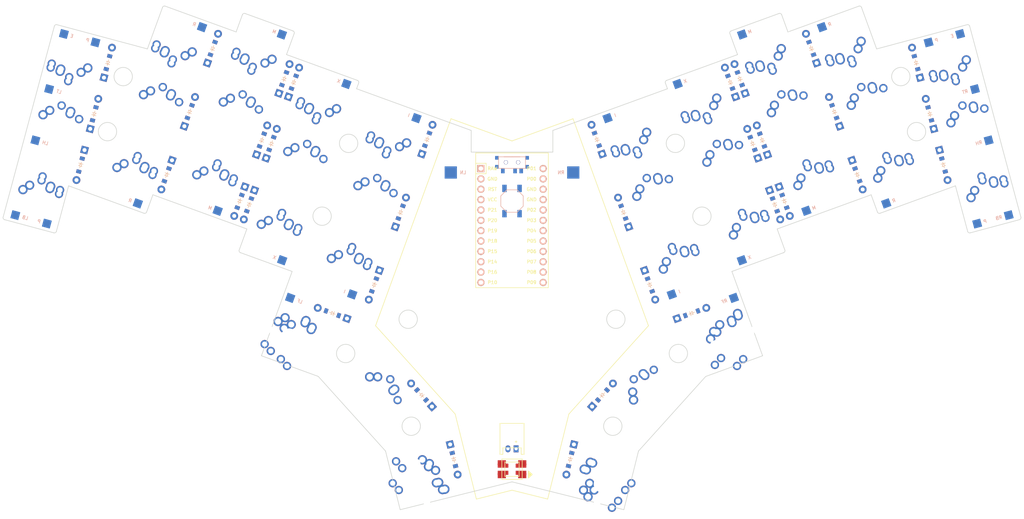
<source format=kicad_pcb>
(kicad_pcb (version 20171130) (host pcbnew 5.1.6)
  (title_block (title KEYBOARD_NAME_HERE) (rev VERSION_HERE) (company YOUR_NAME_HERE))
  (layers (0 F.Cu signal) (31 B.Cu signal) (34 B.Paste user) (35 F.Paste user) (36 B.SilkS user) (37 F.SilkS user) (38 B.Mask user) (39 F.Mask user) (44 Edge.Cuts user))
  (net 0 "")
  (net 1 "pinky_bottom")
  (net 2 "P4")
  (net 3 "P16")
  (net 4 "pinky_home")
  (net 5 "P15")
  (net 6 "pinky_top")
  (net 7 "P20")
  (net 8 "P3")
  (net 9 "ring_bottom")
  (net 10 "P5")
  (net 11 "ring_home")
  (net 12 "ring_top")
  (net 13 "middle_bottom")
  (net 14 "P7")
  (net 15 "middle_home")
  (net 16 "middle_top")
  (net 17 "index_bottom")
  (net 18 "P8")
  (net 19 "index_home")
  (net 20 "index_top")
  (net 21 "inner_bottom")
  (net 22 "P1")
  (net 23 "inner_home")
  (net 24 "inner_top")
  (net 25 "near_thumb")
  (net 26 "P10")
  (net 27 "home_thumb")
  (net 28 "far_thumb")
  (net 29 "mirror_pinky_bottom")
  (net 30 "P9")
  (net 31 "mirror_pinky_home")
  (net 32 "P6")
  (net 33 "mirror_pinky_top")
  (net 34 "P2")
  (net 35 "mirror_ring_bottom")
  (net 36 "mirror_ring_home")
  (net 37 "mirror_ring_top")
  (net 38 "mirror_middle_bottom")
  (net 39 "mirror_middle_home")
  (net 40 "mirror_middle_top")
  (net 41 "mirror_index_bottom")
  (net 42 "mirror_index_home")
  (net 43 "mirror_index_top")
  (net 44 "mirror_inner_bottom")
  (net 45 "mirror_inner_home")
  (net 46 "mirror_inner_top")
  (net 47 "mirror_near_thumb")
  (net 48 "P19")
  (net 49 "mirror_home_thumb")
  (net 50 "mirror_far_thumb")
  (net 51 "RAW")
  (net 52 "GND")
  (net 53 "RST")
  (net 54 "VCC")
  (net 55 "P21")
  (net 56 "P18")
  (net 57 "P14")
  (net 58 "P0")
  (net 59 "RAWER")
  (module MX (layer F.Cu) (at 0 0 -15)
    (fp_text reference "S1" hide)
    (fp_text value "" hide)
    (pad 1 thru_hole circle (at 2.54 -5.08) (size 2.286 2.286) (drill 1.4986) (layers *.Cu *.Mask) (net 1 "pinky_bottom"))
    (pad 2 thru_hole circle (at -3.81 -2.54) (size 2.286 2.286) (drill 1.4986) (layers *.Cu *.Mask) (net 2 "P4"))
    (pad "" np_thru_hole circle (at 0 0) (size 3.9878 3.9878) (drill 3.9878) (layers *.Cu *.Mask))
    (pad "" np_thru_hole circle (at 5.08 0) (size 1.7018 1.7018) (drill 1.7018) (layers *.Cu *.Mask))
    (pad "" np_thru_hole circle (at -5.08 0) (size 1.7018 1.7018) (drill 1.7018) (layers *.Cu *.Mask))
  )
  (module ALPS (layer F.Cu) (at 0 0 -15)
    (fp_text reference "S2" hide)
    (fp_text value "" hide)
    (pad 1 thru_hole circle (at 2.5 -4.5) (size 2.25 2.25) (drill 1.47) (layers *.Cu *.Mask) (net 1 "pinky_bottom"))
    (pad 2 thru_hole circle (at -2.5 -4) (size 2.25 2.25) (drill 1.47) (layers *.Cu *.Mask) (net 2 "P4"))
  )
  (module PG1350 (layer F.Cu) (at 0 0 -15)
    (fp_text reference "S3" hide)
    (fp_text value "" hide)
    (pad 1 thru_hole circle (at 5 -3.8) (size 2.032 2.032) (drill 1.27) (layers *.Cu *.Mask) (net 1 "pinky_bottom"))
    (pad 2 thru_hole circle (at 0 -5.9) (size 2.032 2.032) (drill 1.27) (layers *.Cu *.Mask) (net 2 "P4"))
    (pad "" np_thru_hole circle (at 0 0) (size 3.429 3.429) (drill 3.429) (layers *.Cu *.Mask))
    (pad "" np_thru_hole circle (at 5.5 0) (size 1.7018 1.7018) (drill 1.7018) (layers *.Cu *.Mask))
    (pad "" np_thru_hole circle (at -5.5 0) (size 1.7018 1.7018) (drill 1.7018) (layers *.Cu *.Mask))
  )
  (module ComboDiode (layer F.Cu) (at 11.0747166 -9.4558528 255)
    (fp_text reference "D1" hide)
    (fp_text value "" hide)
    (pad 1 smd rect (at -1.65 0 255) (size 0.9 1.2) (layers F.Cu F.Paste F.Mask) (net 3 "P16"))
    (pad 2 smd rect (at 1.65 0 255) (size 0.9 1.2) (layers B.Cu B.Paste B.Mask) (net 1 "pinky_bottom"))
    (pad 1 smd rect (at -1.65 0 255) (size 0.9 1.2) (layers B.Cu B.Paste B.Mask) (net 3 "P16"))
    (pad 2 smd rect (at 1.65 0 255) (size 0.9 1.2) (layers F.Cu F.Paste F.Mask) (net 1 "pinky_bottom"))
    (pad 1 thru_hole circle (at 3.81 0 255) (size 1.905 1.905) (drill 0.9906) (layers *.Cu *.Mask) (net 1 "pinky_bottom"))
    (pad 2 thru_hole rect (at -3.81 0 255) (size 1.778 1.778) (drill 0.9906) (layers *.Cu *.Mask) (net 3 "P16"))
  )
  (module SMDPad (layer F.Cu) (at -4.8989795 2.8284271 -15)
    (fp_text reference "P1" hide)
    (fp_text value "" hide)
    (pad 1 smd rect (at 0 0 -15) (size 2 2) (layers B.Cu B.Paste B.Mask) (net 3 "P16"))
    (fp_text user LB (at 2.5 0 -15) (layer B.SilkS) (effects (font (size 0.8 0.8)) (justify mirror)))
  )
  (module SMDPad (layer F.Cu) (at 2.8284271 4.8989795 -15)
    (fp_text reference "P2" hide)
    (fp_text value "" hide)
    (pad 1 smd rect (at 0 0 -15) (size 2 2) (layers B.Cu B.Paste B.Mask) (net 2 "P4"))
    (fp_text user P (at -2 0 -15) (layer B.SilkS) (effects (font (size 0.8 0.8)) (justify mirror)))
  )
  (module MX (layer F.Cu) (at 4.9175619 -18.3525907 -15)
    (fp_text reference "S4" hide)
    (fp_text value "" hide)
    (pad 1 thru_hole circle (at 2.54 -5.08) (size 2.286 2.286) (drill 1.4986) (layers *.Cu *.Mask) (net 4 "pinky_home"))
    (pad 2 thru_hole circle (at -3.81 -2.54) (size 2.286 2.286) (drill 1.4986) (layers *.Cu *.Mask) (net 2 "P4"))
    (pad "" np_thru_hole circle (at 0 0) (size 3.9878 3.9878) (drill 3.9878) (layers *.Cu *.Mask))
    (pad "" np_thru_hole circle (at 5.08 0) (size 1.7018 1.7018) (drill 1.7018) (layers *.Cu *.Mask))
    (pad "" np_thru_hole circle (at -5.08 0) (size 1.7018 1.7018) (drill 1.7018) (layers *.Cu *.Mask))
  )
  (module ALPS (layer F.Cu) (at 4.9175619 -18.3525907 -15)
    (fp_text reference "S5" hide)
    (fp_text value "" hide)
    (pad 1 thru_hole circle (at 2.5 -4.5) (size 2.25 2.25) (drill 1.47) (layers *.Cu *.Mask) (net 4 "pinky_home"))
    (pad 2 thru_hole circle (at -2.5 -4) (size 2.25 2.25) (drill 1.47) (layers *.Cu *.Mask) (net 2 "P4"))
  )
  (module PG1350 (layer F.Cu) (at 4.9175619 -18.3525907 -15)
    (fp_text reference "S6" hide)
    (fp_text value "" hide)
    (pad 1 thru_hole circle (at 5 -3.8) (size 2.032 2.032) (drill 1.27) (layers *.Cu *.Mask) (net 4 "pinky_home"))
    (pad 2 thru_hole circle (at 0 -5.9) (size 2.032 2.032) (drill 1.27) (layers *.Cu *.Mask) (net 2 "P4"))
    (pad "" np_thru_hole circle (at 0 0) (size 3.429 3.429) (drill 3.429) (layers *.Cu *.Mask))
    (pad "" np_thru_hole circle (at 5.5 0) (size 1.7018 1.7018) (drill 1.7018) (layers *.Cu *.Mask))
    (pad "" np_thru_hole circle (at -5.5 0) (size 1.7018 1.7018) (drill 1.7018) (layers *.Cu *.Mask))
  )
  (module ComboDiode (layer F.Cu) (at 14.4393642 -22.0128885 75)
    (fp_text reference "D2" hide)
    (fp_text value "" hide)
    (pad 1 smd rect (at -1.65 0 75) (size 0.9 1.2) (layers F.Cu F.Paste F.Mask) (net 5 "P15"))
    (pad 2 smd rect (at 1.65 0 75) (size 0.9 1.2) (layers B.Cu B.Paste B.Mask) (net 4 "pinky_home"))
    (pad 1 smd rect (at -1.65 0 75) (size 0.9 1.2) (layers B.Cu B.Paste B.Mask) (net 5 "P15"))
    (pad 2 smd rect (at 1.65 0 75) (size 0.9 1.2) (layers F.Cu F.Paste F.Mask) (net 4 "pinky_home"))
    (pad 1 thru_hole circle (at 3.81 0 75) (size 1.905 1.905) (drill 0.9906) (layers *.Cu *.Mask) (net 4 "pinky_home"))
    (pad 2 thru_hole rect (at -3.81 0 75) (size 1.778 1.778) (drill 0.9906) (layers *.Cu *.Mask) (net 5 "P15"))
  )
  (module SMDPad (layer F.Cu) (at 0.018582399999999666 -15.524163600000001 -15)
    (fp_text reference "P3" hide)
    (fp_text value "" hide)
    (pad 1 smd rect (at 0 0 -15) (size 2 2) (layers B.Cu B.Paste B.Mask) (net 5 "P15"))
    (fp_text user LH (at 2.5 0 -15) (layer B.SilkS) (effects (font (size 0.8 0.8)) (justify mirror)))
  )
  (module MX (layer F.Cu) (at 9.8351237 -36.7051814 165)
    (fp_text reference "S7" hide)
    (fp_text value "" hide)
    (pad 1 thru_hole circle (at 2.54 -5.08) (size 2.286 2.286) (drill 1.4986) (layers *.Cu *.Mask) (net 6 "pinky_top"))
    (pad 2 thru_hole circle (at -3.81 -2.54) (size 2.286 2.286) (drill 1.4986) (layers *.Cu *.Mask) (net 2 "P4"))
    (pad "" np_thru_hole circle (at 0 0) (size 3.9878 3.9878) (drill 3.9878) (layers *.Cu *.Mask))
    (pad "" np_thru_hole circle (at 5.08 0) (size 1.7018 1.7018) (drill 1.7018) (layers *.Cu *.Mask))
    (pad "" np_thru_hole circle (at -5.08 0) (size 1.7018 1.7018) (drill 1.7018) (layers *.Cu *.Mask))
  )
  (module ALPS (layer F.Cu) (at 9.8351237 -36.7051814 165)
    (fp_text reference "S8" hide)
    (fp_text value "" hide)
    (pad 1 thru_hole circle (at 2.5 -4.5) (size 2.25 2.25) (drill 1.47) (layers *.Cu *.Mask) (net 6 "pinky_top"))
    (pad 2 thru_hole circle (at -2.5 -4) (size 2.25 2.25) (drill 1.47) (layers *.Cu *.Mask) (net 2 "P4"))
  )
  (module PG1350 (layer F.Cu) (at 9.8351237 -36.7051814 165)
    (fp_text reference "S9" hide)
    (fp_text value "" hide)
    (pad 1 thru_hole circle (at 5 -3.8) (size 2.032 2.032) (drill 1.27) (layers *.Cu *.Mask) (net 6 "pinky_top"))
    (pad 2 thru_hole circle (at 0 -5.9) (size 2.032 2.032) (drill 1.27) (layers *.Cu *.Mask) (net 2 "P4"))
    (pad "" np_thru_hole circle (at 0 0) (size 3.429 3.429) (drill 3.429) (layers *.Cu *.Mask))
    (pad "" np_thru_hole circle (at 5.5 0) (size 1.7018 1.7018) (drill 1.7018) (layers *.Cu *.Mask))
    (pad "" np_thru_hole circle (at -5.5 0) (size 1.7018 1.7018) (drill 1.7018) (layers *.Cu *.Mask))
  )
  (module ComboDiode (layer F.Cu) (at 17.8040118 -34.569924300000004 75)
    (fp_text reference "D3" hide)
    (fp_text value "" hide)
    (pad 1 smd rect (at -1.65 0 75) (size 0.9 1.2) (layers F.Cu F.Paste F.Mask) (net 7 "P20"))
    (pad 2 smd rect (at 1.65 0 75) (size 0.9 1.2) (layers B.Cu B.Paste B.Mask) (net 6 "pinky_top"))
    (pad 1 smd rect (at -1.65 0 75) (size 0.9 1.2) (layers B.Cu B.Paste B.Mask) (net 7 "P20"))
    (pad 2 smd rect (at 1.65 0 75) (size 0.9 1.2) (layers F.Cu F.Paste F.Mask) (net 6 "pinky_top"))
    (pad 1 thru_hole circle (at 3.81 0 75) (size 1.905 1.905) (drill 0.9906) (layers *.Cu *.Mask) (net 6 "pinky_top"))
    (pad 2 thru_hole rect (at -3.81 0 75) (size 1.778 1.778) (drill 0.9906) (layers *.Cu *.Mask) (net 7 "P20"))
  )
  (module SMDPad (layer F.Cu) (at 3.383229900000001 -28.0811993 -15)
    (fp_text reference "P4" hide)
    (fp_text value "" hide)
    (pad 1 smd rect (at 0 0 -15) (size 2 2) (layers B.Cu B.Paste B.Mask) (net 7 "P20"))
    (fp_text user LT (at 2.5 0 -15) (layer B.SilkS) (effects (font (size 0.8 0.8)) (justify mirror)))
  )
  (module SMDPad (layer F.Cu) (at 14.7341032 -39.5336085 -15)
    (fp_text reference "P5" hide)
    (fp_text value "" hide)
    (pad 1 smd rect (at 0 0 -15) (size 2 2) (layers B.Cu B.Paste B.Mask) (net 2 "P4"))
    (fp_text user P (at -2 0 -15) (layer B.SilkS) (effects (font (size 0.8 0.8)) (justify mirror)))
  )
  (module SMDPad (layer F.Cu) (at 7.006696600000001 -41.604160900000004 -15)
    (fp_text reference "P6" hide)
    (fp_text value "" hide)
    (pad 1 smd rect (at 0 0 -15) (size 2 2) (layers B.Cu B.Paste B.Mask) (net 8 "P3"))
    (fp_text user E (at 2 0 -15) (layer B.SilkS) (effects (font (size 0.8 0.8)) (justify mirror)))
  )
  (module MX (layer F.Cu) (at 22.7244416 -5.176704 -20)
    (fp_text reference "S10" hide)
    (fp_text value "" hide)
    (pad 1 thru_hole circle (at 2.54 -5.08) (size 2.286 2.286) (drill 1.4986) (layers *.Cu *.Mask) (net 9 "ring_bottom"))
    (pad 2 thru_hole circle (at -3.81 -2.54) (size 2.286 2.286) (drill 1.4986) (layers *.Cu *.Mask) (net 10 "P5"))
    (pad "" np_thru_hole circle (at 0 0) (size 3.9878 3.9878) (drill 3.9878) (layers *.Cu *.Mask))
    (pad "" np_thru_hole circle (at 5.08 0) (size 1.7018 1.7018) (drill 1.7018) (layers *.Cu *.Mask))
    (pad "" np_thru_hole circle (at -5.08 0) (size 1.7018 1.7018) (drill 1.7018) (layers *.Cu *.Mask))
  )
  (module ALPS (layer F.Cu) (at 22.7244416 -5.176704 -20)
    (fp_text reference "S11" hide)
    (fp_text value "" hide)
    (pad 1 thru_hole circle (at 2.5 -4.5) (size 2.25 2.25) (drill 1.47) (layers *.Cu *.Mask) (net 9 "ring_bottom"))
    (pad 2 thru_hole circle (at -2.5 -4) (size 2.25 2.25) (drill 1.47) (layers *.Cu *.Mask) (net 10 "P5"))
  )
  (module PG1350 (layer F.Cu) (at 22.7244416 -5.176704 -20)
    (fp_text reference "S12" hide)
    (fp_text value "" hide)
    (pad 1 thru_hole circle (at 5 -3.8) (size 2.032 2.032) (drill 1.27) (layers *.Cu *.Mask) (net 9 "ring_bottom"))
    (pad 2 thru_hole circle (at 0 -5.9) (size 2.032 2.032) (drill 1.27) (layers *.Cu *.Mask) (net 10 "P5"))
    (pad "" np_thru_hole circle (at 0 0) (size 3.429 3.429) (drill 3.429) (layers *.Cu *.Mask))
    (pad "" np_thru_hole circle (at 5.5 0) (size 1.7018 1.7018) (drill 1.7018) (layers *.Cu *.Mask))
    (pad "" np_thru_hole circle (at -5.5 0) (size 1.7018 1.7018) (drill 1.7018) (layers *.Cu *.Mask))
  )
  (module ComboDiode (layer F.Cu) (at 32.1870064 -7.0535008999999995 250)
    (fp_text reference "D4" hide)
    (fp_text value "" hide)
    (pad 1 smd rect (at -1.65 0 250) (size 0.9 1.2) (layers F.Cu F.Paste F.Mask) (net 3 "P16"))
    (pad 2 smd rect (at 1.65 0 250) (size 0.9 1.2) (layers B.Cu B.Paste B.Mask) (net 9 "ring_bottom"))
    (pad 1 smd rect (at -1.65 0 250) (size 0.9 1.2) (layers B.Cu B.Paste B.Mask) (net 3 "P16"))
    (pad 2 smd rect (at 1.65 0 250) (size 0.9 1.2) (layers F.Cu F.Paste F.Mask) (net 9 "ring_bottom"))
    (pad 1 thru_hole circle (at 3.81 0 250) (size 1.905 1.905) (drill 0.9906) (layers *.Cu *.Mask) (net 9 "ring_bottom"))
    (pad 2 thru_hole rect (at -3.81 0 250) (size 1.778 1.778) (drill 0.9906) (layers *.Cu *.Mask) (net 3 "P16"))
  )
  (module SMDPad (layer F.Cu) (at 25.115131499999997 -0.04985290000000031 -20)
    (fp_text reference "P7" hide)
    (fp_text value "" hide)
    (pad 1 smd rect (at 0 0 -20) (size 2 2) (layers B.Cu B.Paste B.Mask) (net 10 "P5"))
    (fp_text user R (at -2 0 -20) (layer B.SilkS) (effects (font (size 0.8 0.8)) (justify mirror)))
  )
  (module MX (layer F.Cu) (at 29.2228244 -23.0308638 -20)
    (fp_text reference "S13" hide)
    (fp_text value "" hide)
    (pad 1 thru_hole circle (at 2.54 -5.08) (size 2.286 2.286) (drill 1.4986) (layers *.Cu *.Mask) (net 11 "ring_home"))
    (pad 2 thru_hole circle (at -3.81 -2.54) (size 2.286 2.286) (drill 1.4986) (layers *.Cu *.Mask) (net 10 "P5"))
    (pad "" np_thru_hole circle (at 0 0) (size 3.9878 3.9878) (drill 3.9878) (layers *.Cu *.Mask))
    (pad "" np_thru_hole circle (at 5.08 0) (size 1.7018 1.7018) (drill 1.7018) (layers *.Cu *.Mask))
    (pad "" np_thru_hole circle (at -5.08 0) (size 1.7018 1.7018) (drill 1.7018) (layers *.Cu *.Mask))
  )
  (module ALPS (layer F.Cu) (at 29.2228244 -23.0308638 -20)
    (fp_text reference "S14" hide)
    (fp_text value "" hide)
    (pad 1 thru_hole circle (at 2.5 -4.5) (size 2.25 2.25) (drill 1.47) (layers *.Cu *.Mask) (net 11 "ring_home"))
    (pad 2 thru_hole circle (at -2.5 -4) (size 2.25 2.25) (drill 1.47) (layers *.Cu *.Mask) (net 10 "P5"))
  )
  (module PG1350 (layer F.Cu) (at 29.2228244 -23.0308638 -20)
    (fp_text reference "S15" hide)
    (fp_text value "" hide)
    (pad 1 thru_hole circle (at 5 -3.8) (size 2.032 2.032) (drill 1.27) (layers *.Cu *.Mask) (net 11 "ring_home"))
    (pad 2 thru_hole circle (at 0 -5.9) (size 2.032 2.032) (drill 1.27) (layers *.Cu *.Mask) (net 10 "P5"))
    (pad "" np_thru_hole circle (at 0 0) (size 3.429 3.429) (drill 3.429) (layers *.Cu *.Mask))
    (pad "" np_thru_hole circle (at 5.5 0) (size 1.7018 1.7018) (drill 1.7018) (layers *.Cu *.Mask))
    (pad "" np_thru_hole circle (at -5.5 0) (size 1.7018 1.7018) (drill 1.7018) (layers *.Cu *.Mask))
  )
  (module ComboDiode (layer F.Cu) (at 37.8303389 -22.5584292 70)
    (fp_text reference "D5" hide)
    (fp_text value "" hide)
    (pad 1 smd rect (at -1.65 0 70) (size 0.9 1.2) (layers F.Cu F.Paste F.Mask) (net 5 "P15"))
    (pad 2 smd rect (at 1.65 0 70) (size 0.9 1.2) (layers B.Cu B.Paste B.Mask) (net 11 "ring_home"))
    (pad 1 smd rect (at -1.65 0 70) (size 0.9 1.2) (layers B.Cu B.Paste B.Mask) (net 5 "P15"))
    (pad 2 smd rect (at 1.65 0 70) (size 0.9 1.2) (layers F.Cu F.Paste F.Mask) (net 11 "ring_home"))
    (pad 1 thru_hole circle (at 3.81 0 70) (size 1.905 1.905) (drill 0.9906) (layers *.Cu *.Mask) (net 11 "ring_home"))
    (pad 2 thru_hole rect (at -3.81 0 70) (size 1.778 1.778) (drill 0.9906) (layers *.Cu *.Mask) (net 5 "P15"))
  )
  (module MX (layer F.Cu) (at 35.7212071 -40.8850235 160)
    (fp_text reference "S16" hide)
    (fp_text value "" hide)
    (pad 1 thru_hole circle (at 2.54 -5.08) (size 2.286 2.286) (drill 1.4986) (layers *.Cu *.Mask) (net 12 "ring_top"))
    (pad 2 thru_hole circle (at -3.81 -2.54) (size 2.286 2.286) (drill 1.4986) (layers *.Cu *.Mask) (net 10 "P5"))
    (pad "" np_thru_hole circle (at 0 0) (size 3.9878 3.9878) (drill 3.9878) (layers *.Cu *.Mask))
    (pad "" np_thru_hole circle (at 5.08 0) (size 1.7018 1.7018) (drill 1.7018) (layers *.Cu *.Mask))
    (pad "" np_thru_hole circle (at -5.08 0) (size 1.7018 1.7018) (drill 1.7018) (layers *.Cu *.Mask))
  )
  (module ALPS (layer F.Cu) (at 35.7212071 -40.8850235 160)
    (fp_text reference "S17" hide)
    (fp_text value "" hide)
    (pad 1 thru_hole circle (at 2.5 -4.5) (size 2.25 2.25) (drill 1.47) (layers *.Cu *.Mask) (net 12 "ring_top"))
    (pad 2 thru_hole circle (at -2.5 -4) (size 2.25 2.25) (drill 1.47) (layers *.Cu *.Mask) (net 10 "P5"))
  )
  (module PG1350 (layer F.Cu) (at 35.7212071 -40.8850235 160)
    (fp_text reference "S18" hide)
    (fp_text value "" hide)
    (pad 1 thru_hole circle (at 5 -3.8) (size 2.032 2.032) (drill 1.27) (layers *.Cu *.Mask) (net 12 "ring_top"))
    (pad 2 thru_hole circle (at 0 -5.9) (size 2.032 2.032) (drill 1.27) (layers *.Cu *.Mask) (net 10 "P5"))
    (pad "" np_thru_hole circle (at 0 0) (size 3.429 3.429) (drill 3.429) (layers *.Cu *.Mask))
    (pad "" np_thru_hole circle (at 5.5 0) (size 1.7018 1.7018) (drill 1.7018) (layers *.Cu *.Mask))
    (pad "" np_thru_hole circle (at -5.5 0) (size 1.7018 1.7018) (drill 1.7018) (layers *.Cu *.Mask))
  )
  (module ComboDiode (layer F.Cu) (at 43.4736712 -38.0633573 70)
    (fp_text reference "D6" hide)
    (fp_text value "" hide)
    (pad 1 smd rect (at -1.65 0 70) (size 0.9 1.2) (layers F.Cu F.Paste F.Mask) (net 7 "P20"))
    (pad 2 smd rect (at 1.65 0 70) (size 0.9 1.2) (layers B.Cu B.Paste B.Mask) (net 12 "ring_top"))
    (pad 1 smd rect (at -1.65 0 70) (size 0.9 1.2) (layers B.Cu B.Paste B.Mask) (net 7 "P20"))
    (pad 2 smd rect (at 1.65 0 70) (size 0.9 1.2) (layers F.Cu F.Paste F.Mask) (net 12 "ring_top"))
    (pad 1 thru_hole circle (at 3.81 0 70) (size 1.905 1.905) (drill 0.9906) (layers *.Cu *.Mask) (net 12 "ring_top"))
    (pad 2 thru_hole rect (at -3.81 0 70) (size 1.778 1.778) (drill 0.9906) (layers *.Cu *.Mask) (net 7 "P20"))
  )
  (module SMDPad (layer F.Cu) (at 40.8480582 -43.2757134 -20)
    (fp_text reference "P8" hide)
    (fp_text value "" hide)
    (pad 1 smd rect (at 0 0 -20) (size 2 2) (layers B.Cu B.Paste B.Mask) (net 10 "P5"))
    (fp_text user R (at -2 0 -20) (layer B.SilkS) (effects (font (size 0.8 0.8)) (justify mirror)))
  )
  (module MX (layer F.Cu) (at 42.2887022 -3.3767843 -20)
    (fp_text reference "S19" hide)
    (fp_text value "" hide)
    (pad 1 thru_hole circle (at 2.54 -5.08) (size 2.286 2.286) (drill 1.4986) (layers *.Cu *.Mask) (net 13 "middle_bottom"))
    (pad 2 thru_hole circle (at -3.81 -2.54) (size 2.286 2.286) (drill 1.4986) (layers *.Cu *.Mask) (net 14 "P7"))
    (pad "" np_thru_hole circle (at 0 0) (size 3.9878 3.9878) (drill 3.9878) (layers *.Cu *.Mask))
    (pad "" np_thru_hole circle (at 5.08 0) (size 1.7018 1.7018) (drill 1.7018) (layers *.Cu *.Mask))
    (pad "" np_thru_hole circle (at -5.08 0) (size 1.7018 1.7018) (drill 1.7018) (layers *.Cu *.Mask))
  )
  (module ALPS (layer F.Cu) (at 42.2887022 -3.3767843 -20)
    (fp_text reference "S20" hide)
    (fp_text value "" hide)
    (pad 1 thru_hole circle (at 2.5 -4.5) (size 2.25 2.25) (drill 1.47) (layers *.Cu *.Mask) (net 13 "middle_bottom"))
    (pad 2 thru_hole circle (at -2.5 -4) (size 2.25 2.25) (drill 1.47) (layers *.Cu *.Mask) (net 14 "P7"))
  )
  (module PG1350 (layer F.Cu) (at 42.2887022 -3.3767843 -20)
    (fp_text reference "S21" hide)
    (fp_text value "" hide)
    (pad 1 thru_hole circle (at 5 -3.8) (size 2.032 2.032) (drill 1.27) (layers *.Cu *.Mask) (net 13 "middle_bottom"))
    (pad 2 thru_hole circle (at 0 -5.9) (size 2.032 2.032) (drill 1.27) (layers *.Cu *.Mask) (net 14 "P7"))
    (pad "" np_thru_hole circle (at 0 0) (size 3.429 3.429) (drill 3.429) (layers *.Cu *.Mask))
    (pad "" np_thru_hole circle (at 5.5 0) (size 1.7018 1.7018) (drill 1.7018) (layers *.Cu *.Mask))
    (pad "" np_thru_hole circle (at -5.5 0) (size 1.7018 1.7018) (drill 1.7018) (layers *.Cu *.Mask))
  )
  (module ComboDiode (layer F.Cu) (at 50.0411663 -0.5551181000000001 250)
    (fp_text reference "D7" hide)
    (fp_text value "" hide)
    (pad 1 smd rect (at -1.65 0 250) (size 0.9 1.2) (layers F.Cu F.Paste F.Mask) (net 3 "P16"))
    (pad 2 smd rect (at 1.65 0 250) (size 0.9 1.2) (layers B.Cu B.Paste B.Mask) (net 13 "middle_bottom"))
    (pad 1 smd rect (at -1.65 0 250) (size 0.9 1.2) (layers B.Cu B.Paste B.Mask) (net 3 "P16"))
    (pad 2 smd rect (at 1.65 0 250) (size 0.9 1.2) (layers F.Cu F.Paste F.Mask) (net 13 "middle_bottom"))
    (pad 1 thru_hole circle (at 3.81 0 250) (size 1.905 1.905) (drill 0.9906) (layers *.Cu *.Mask) (net 13 "middle_bottom"))
    (pad 2 thru_hole rect (at -3.81 0 250) (size 1.778 1.778) (drill 0.9906) (layers *.Cu *.Mask) (net 3 "P16"))
  )
  (module SMDPad (layer F.Cu) (at 44.6793921 1.7500667999999995 -20)
    (fp_text reference "P9" hide)
    (fp_text value "" hide)
    (pad 1 smd rect (at 0 0 -20) (size 2 2) (layers B.Cu B.Paste B.Mask) (net 14 "P7"))
    (fp_text user M (at -2 0 -20) (layer B.SilkS) (effects (font (size 0.8 0.8)) (justify mirror)))
  )
  (module MX (layer F.Cu) (at 48.7870849 -21.2309442 -20)
    (fp_text reference "S22" hide)
    (fp_text value "" hide)
    (pad 1 thru_hole circle (at 2.54 -5.08) (size 2.286 2.286) (drill 1.4986) (layers *.Cu *.Mask) (net 15 "middle_home"))
    (pad 2 thru_hole circle (at -3.81 -2.54) (size 2.286 2.286) (drill 1.4986) (layers *.Cu *.Mask) (net 14 "P7"))
    (pad "" np_thru_hole circle (at 0 0) (size 3.9878 3.9878) (drill 3.9878) (layers *.Cu *.Mask))
    (pad "" np_thru_hole circle (at 5.08 0) (size 1.7018 1.7018) (drill 1.7018) (layers *.Cu *.Mask))
    (pad "" np_thru_hole circle (at -5.08 0) (size 1.7018 1.7018) (drill 1.7018) (layers *.Cu *.Mask))
  )
  (module ALPS (layer F.Cu) (at 48.7870849 -21.2309442 -20)
    (fp_text reference "S23" hide)
    (fp_text value "" hide)
    (pad 1 thru_hole circle (at 2.5 -4.5) (size 2.25 2.25) (drill 1.47) (layers *.Cu *.Mask) (net 15 "middle_home"))
    (pad 2 thru_hole circle (at -2.5 -4) (size 2.25 2.25) (drill 1.47) (layers *.Cu *.Mask) (net 14 "P7"))
  )
  (module PG1350 (layer F.Cu) (at 48.7870849 -21.2309442 -20)
    (fp_text reference "S24" hide)
    (fp_text value "" hide)
    (pad 1 thru_hole circle (at 5 -3.8) (size 2.032 2.032) (drill 1.27) (layers *.Cu *.Mask) (net 15 "middle_home"))
    (pad 2 thru_hole circle (at 0 -5.9) (size 2.032 2.032) (drill 1.27) (layers *.Cu *.Mask) (net 14 "P7"))
    (pad "" np_thru_hole circle (at 0 0) (size 3.429 3.429) (drill 3.429) (layers *.Cu *.Mask))
    (pad "" np_thru_hole circle (at 5.5 0) (size 1.7018 1.7018) (drill 1.7018) (layers *.Cu *.Mask))
    (pad "" np_thru_hole circle (at -5.5 0) (size 1.7018 1.7018) (drill 1.7018) (layers *.Cu *.Mask))
  )
  (module ComboDiode (layer F.Cu) (at 55.5134886 -15.5902002 70)
    (fp_text reference "D8" hide)
    (fp_text value "" hide)
    (pad 1 smd rect (at -1.65 0 70) (size 0.9 1.2) (layers F.Cu F.Paste F.Mask) (net 5 "P15"))
    (pad 2 smd rect (at 1.65 0 70) (size 0.9 1.2) (layers B.Cu B.Paste B.Mask) (net 15 "middle_home"))
    (pad 1 smd rect (at -1.65 0 70) (size 0.9 1.2) (layers B.Cu B.Paste B.Mask) (net 5 "P15"))
    (pad 2 smd rect (at 1.65 0 70) (size 0.9 1.2) (layers F.Cu F.Paste F.Mask) (net 15 "middle_home"))
    (pad 1 thru_hole circle (at 3.81 0 70) (size 1.905 1.905) (drill 0.9906) (layers *.Cu *.Mask) (net 15 "middle_home"))
    (pad 2 thru_hole rect (at -3.81 0 70) (size 1.778 1.778) (drill 0.9906) (layers *.Cu *.Mask) (net 5 "P15"))
  )
  (module MX (layer F.Cu) (at 55.2854676 -39.0851039 160)
    (fp_text reference "S25" hide)
    (fp_text value "" hide)
    (pad 1 thru_hole circle (at 2.54 -5.08) (size 2.286 2.286) (drill 1.4986) (layers *.Cu *.Mask) (net 16 "middle_top"))
    (pad 2 thru_hole circle (at -3.81 -2.54) (size 2.286 2.286) (drill 1.4986) (layers *.Cu *.Mask) (net 14 "P7"))
    (pad "" np_thru_hole circle (at 0 0) (size 3.9878 3.9878) (drill 3.9878) (layers *.Cu *.Mask))
    (pad "" np_thru_hole circle (at 5.08 0) (size 1.7018 1.7018) (drill 1.7018) (layers *.Cu *.Mask))
    (pad "" np_thru_hole circle (at -5.08 0) (size 1.7018 1.7018) (drill 1.7018) (layers *.Cu *.Mask))
  )
  (module ALPS (layer F.Cu) (at 55.2854676 -39.0851039 160)
    (fp_text reference "S26" hide)
    (fp_text value "" hide)
    (pad 1 thru_hole circle (at 2.5 -4.5) (size 2.25 2.25) (drill 1.47) (layers *.Cu *.Mask) (net 16 "middle_top"))
    (pad 2 thru_hole circle (at -2.5 -4) (size 2.25 2.25) (drill 1.47) (layers *.Cu *.Mask) (net 14 "P7"))
  )
  (module PG1350 (layer F.Cu) (at 55.2854676 -39.0851039 160)
    (fp_text reference "S27" hide)
    (fp_text value "" hide)
    (pad 1 thru_hole circle (at 5 -3.8) (size 2.032 2.032) (drill 1.27) (layers *.Cu *.Mask) (net 16 "middle_top"))
    (pad 2 thru_hole circle (at 0 -5.9) (size 2.032 2.032) (drill 1.27) (layers *.Cu *.Mask) (net 14 "P7"))
    (pad "" np_thru_hole circle (at 0 0) (size 3.429 3.429) (drill 3.429) (layers *.Cu *.Mask))
    (pad "" np_thru_hole circle (at 5.5 0) (size 1.7018 1.7018) (drill 1.7018) (layers *.Cu *.Mask))
    (pad "" np_thru_hole circle (at -5.5 0) (size 1.7018 1.7018) (drill 1.7018) (layers *.Cu *.Mask))
  )
  (module ComboDiode (layer F.Cu) (at 60.9858109 -30.625282 70)
    (fp_text reference "D9" hide)
    (fp_text value "" hide)
    (pad 1 smd rect (at -1.65 0 70) (size 0.9 1.2) (layers F.Cu F.Paste F.Mask) (net 7 "P20"))
    (pad 2 smd rect (at 1.65 0 70) (size 0.9 1.2) (layers B.Cu B.Paste B.Mask) (net 16 "middle_top"))
    (pad 1 smd rect (at -1.65 0 70) (size 0.9 1.2) (layers B.Cu B.Paste B.Mask) (net 7 "P20"))
    (pad 2 smd rect (at 1.65 0 70) (size 0.9 1.2) (layers F.Cu F.Paste F.Mask) (net 16 "middle_top"))
    (pad 1 thru_hole circle (at 3.81 0 70) (size 1.905 1.905) (drill 0.9906) (layers *.Cu *.Mask) (net 16 "middle_top"))
    (pad 2 thru_hole rect (at -3.81 0 70) (size 1.778 1.778) (drill 0.9906) (layers *.Cu *.Mask) (net 7 "P20"))
  )
  (module SMDPad (layer F.Cu) (at 60.4123187 -41.4757938 -20)
    (fp_text reference "P10" hide)
    (fp_text value "" hide)
    (pad 1 smd rect (at 0 0 -20) (size 2 2) (layers B.Cu B.Paste B.Mask) (net 14 "P7"))
    (fp_text user M (at -2 0 -20) (layer B.SilkS) (effects (font (size 0.8 0.8)) (justify mirror)))
  )
  (module MX (layer F.Cu) (at 58.0907411 8.7597541 -20)
    (fp_text reference "S28" hide)
    (fp_text value "" hide)
    (pad 1 thru_hole circle (at 2.54 -5.08) (size 2.286 2.286) (drill 1.4986) (layers *.Cu *.Mask) (net 17 "index_bottom"))
    (pad 2 thru_hole circle (at -3.81 -2.54) (size 2.286 2.286) (drill 1.4986) (layers *.Cu *.Mask) (net 18 "P8"))
    (pad "" np_thru_hole circle (at 0 0) (size 3.9878 3.9878) (drill 3.9878) (layers *.Cu *.Mask))
    (pad "" np_thru_hole circle (at 5.08 0) (size 1.7018 1.7018) (drill 1.7018) (layers *.Cu *.Mask))
    (pad "" np_thru_hole circle (at -5.08 0) (size 1.7018 1.7018) (drill 1.7018) (layers *.Cu *.Mask))
  )
  (module ALPS (layer F.Cu) (at 58.0907411 8.7597541 -20)
    (fp_text reference "S29" hide)
    (fp_text value "" hide)
    (pad 1 thru_hole circle (at 2.5 -4.5) (size 2.25 2.25) (drill 1.47) (layers *.Cu *.Mask) (net 17 "index_bottom"))
    (pad 2 thru_hole circle (at -2.5 -4) (size 2.25 2.25) (drill 1.47) (layers *.Cu *.Mask) (net 18 "P8"))
  )
  (module PG1350 (layer F.Cu) (at 58.0907411 8.7597541 -20)
    (fp_text reference "S30" hide)
    (fp_text value "" hide)
    (pad 1 thru_hole circle (at 5 -3.8) (size 2.032 2.032) (drill 1.27) (layers *.Cu *.Mask) (net 17 "index_bottom"))
    (pad 2 thru_hole circle (at 0 -5.9) (size 2.032 2.032) (drill 1.27) (layers *.Cu *.Mask) (net 18 "P8"))
    (pad "" np_thru_hole circle (at 0 0) (size 3.429 3.429) (drill 3.429) (layers *.Cu *.Mask))
    (pad "" np_thru_hole circle (at 5.5 0) (size 1.7018 1.7018) (drill 1.7018) (layers *.Cu *.Mask))
    (pad "" np_thru_hole circle (at -5.5 0) (size 1.7018 1.7018) (drill 1.7018) (layers *.Cu *.Mask))
  )
  (module ComboDiode (layer F.Cu) (at 52.3903978 0.29993220000000065 250)
    (fp_text reference "D10" hide)
    (fp_text value "" hide)
    (pad 1 smd rect (at -1.65 0 250) (size 0.9 1.2) (layers F.Cu F.Paste F.Mask) (net 3 "P16"))
    (pad 2 smd rect (at 1.65 0 250) (size 0.9 1.2) (layers B.Cu B.Paste B.Mask) (net 17 "index_bottom"))
    (pad 1 smd rect (at -1.65 0 250) (size 0.9 1.2) (layers B.Cu B.Paste B.Mask) (net 3 "P16"))
    (pad 2 smd rect (at 1.65 0 250) (size 0.9 1.2) (layers F.Cu F.Paste F.Mask) (net 17 "index_bottom"))
    (pad 1 thru_hole circle (at 3.81 0 250) (size 1.905 1.905) (drill 0.9906) (layers *.Cu *.Mask) (net 17 "index_bottom"))
    (pad 2 thru_hole rect (at -3.81 0 250) (size 1.778 1.778) (drill 0.9906) (layers *.Cu *.Mask) (net 3 "P16"))
  )
  (module SMDPad (layer F.Cu) (at 60.481431 13.8866052 -20)
    (fp_text reference "P11" hide)
    (fp_text value "" hide)
    (pad 1 smd rect (at 0 0 -20) (size 2 2) (layers B.Cu B.Paste B.Mask) (net 18 "P8"))
    (fp_text user X (at -2 0 -20) (layer B.SilkS) (effects (font (size 0.8 0.8)) (justify mirror)))
  )
  (module MX (layer F.Cu) (at 64.5891238 -9.0944057 -20)
    (fp_text reference "S31" hide)
    (fp_text value "" hide)
    (pad 1 thru_hole circle (at 2.54 -5.08) (size 2.286 2.286) (drill 1.4986) (layers *.Cu *.Mask) (net 19 "index_home"))
    (pad 2 thru_hole circle (at -3.81 -2.54) (size 2.286 2.286) (drill 1.4986) (layers *.Cu *.Mask) (net 18 "P8"))
    (pad "" np_thru_hole circle (at 0 0) (size 3.9878 3.9878) (drill 3.9878) (layers *.Cu *.Mask))
    (pad "" np_thru_hole circle (at 5.08 0) (size 1.7018 1.7018) (drill 1.7018) (layers *.Cu *.Mask))
    (pad "" np_thru_hole circle (at -5.08 0) (size 1.7018 1.7018) (drill 1.7018) (layers *.Cu *.Mask))
  )
  (module ALPS (layer F.Cu) (at 64.5891238 -9.0944057 -20)
    (fp_text reference "S32" hide)
    (fp_text value "" hide)
    (pad 1 thru_hole circle (at 2.5 -4.5) (size 2.25 2.25) (drill 1.47) (layers *.Cu *.Mask) (net 19 "index_home"))
    (pad 2 thru_hole circle (at -2.5 -4) (size 2.25 2.25) (drill 1.47) (layers *.Cu *.Mask) (net 18 "P8"))
  )
  (module PG1350 (layer F.Cu) (at 64.5891238 -9.0944057 -20)
    (fp_text reference "S33" hide)
    (fp_text value "" hide)
    (pad 1 thru_hole circle (at 5 -3.8) (size 2.032 2.032) (drill 1.27) (layers *.Cu *.Mask) (net 19 "index_home"))
    (pad 2 thru_hole circle (at 0 -5.9) (size 2.032 2.032) (drill 1.27) (layers *.Cu *.Mask) (net 18 "P8"))
    (pad "" np_thru_hole circle (at 0 0) (size 3.429 3.429) (drill 3.429) (layers *.Cu *.Mask))
    (pad "" np_thru_hole circle (at 5.5 0) (size 1.7018 1.7018) (drill 1.7018) (layers *.Cu *.Mask))
    (pad "" np_thru_hole circle (at -5.5 0) (size 1.7018 1.7018) (drill 1.7018) (layers *.Cu *.Mask))
  )
  (module ComboDiode (layer F.Cu) (at 57.8627201 -14.7351497 70)
    (fp_text reference "D11" hide)
    (fp_text value "" hide)
    (pad 1 smd rect (at -1.65 0 70) (size 0.9 1.2) (layers F.Cu F.Paste F.Mask) (net 5 "P15"))
    (pad 2 smd rect (at 1.65 0 70) (size 0.9 1.2) (layers B.Cu B.Paste B.Mask) (net 19 "index_home"))
    (pad 1 smd rect (at -1.65 0 70) (size 0.9 1.2) (layers B.Cu B.Paste B.Mask) (net 5 "P15"))
    (pad 2 smd rect (at 1.65 0 70) (size 0.9 1.2) (layers F.Cu F.Paste F.Mask) (net 19 "index_home"))
    (pad 1 thru_hole circle (at 3.81 0 70) (size 1.905 1.905) (drill 0.9906) (layers *.Cu *.Mask) (net 19 "index_home"))
    (pad 2 thru_hole rect (at -3.81 0 70) (size 1.778 1.778) (drill 0.9906) (layers *.Cu *.Mask) (net 5 "P15"))
  )
  (module MX (layer F.Cu) (at 71.0875065 -26.9485655 160)
    (fp_text reference "S34" hide)
    (fp_text value "" hide)
    (pad 1 thru_hole circle (at 2.54 -5.08) (size 2.286 2.286) (drill 1.4986) (layers *.Cu *.Mask) (net 20 "index_top"))
    (pad 2 thru_hole circle (at -3.81 -2.54) (size 2.286 2.286) (drill 1.4986) (layers *.Cu *.Mask) (net 18 "P8"))
    (pad "" np_thru_hole circle (at 0 0) (size 3.9878 3.9878) (drill 3.9878) (layers *.Cu *.Mask))
    (pad "" np_thru_hole circle (at 5.08 0) (size 1.7018 1.7018) (drill 1.7018) (layers *.Cu *.Mask))
    (pad "" np_thru_hole circle (at -5.08 0) (size 1.7018 1.7018) (drill 1.7018) (layers *.Cu *.Mask))
  )
  (module ALPS (layer F.Cu) (at 71.0875065 -26.9485655 160)
    (fp_text reference "S35" hide)
    (fp_text value "" hide)
    (pad 1 thru_hole circle (at 2.5 -4.5) (size 2.25 2.25) (drill 1.47) (layers *.Cu *.Mask) (net 20 "index_top"))
    (pad 2 thru_hole circle (at -2.5 -4) (size 2.25 2.25) (drill 1.47) (layers *.Cu *.Mask) (net 18 "P8"))
  )
  (module PG1350 (layer F.Cu) (at 71.0875065 -26.9485655 160)
    (fp_text reference "S36" hide)
    (fp_text value "" hide)
    (pad 1 thru_hole circle (at 5 -3.8) (size 2.032 2.032) (drill 1.27) (layers *.Cu *.Mask) (net 20 "index_top"))
    (pad 2 thru_hole circle (at 0 -5.9) (size 2.032 2.032) (drill 1.27) (layers *.Cu *.Mask) (net 18 "P8"))
    (pad "" np_thru_hole circle (at 0 0) (size 3.429 3.429) (drill 3.429) (layers *.Cu *.Mask))
    (pad "" np_thru_hole circle (at 5.5 0) (size 1.7018 1.7018) (drill 1.7018) (layers *.Cu *.Mask))
    (pad "" np_thru_hole circle (at -5.5 0) (size 1.7018 1.7018) (drill 1.7018) (layers *.Cu *.Mask))
  )
  (module ComboDiode (layer F.Cu) (at 63.335042400000006 -29.7702317 70)
    (fp_text reference "D12" hide)
    (fp_text value "" hide)
    (pad 1 smd rect (at -1.65 0 70) (size 0.9 1.2) (layers F.Cu F.Paste F.Mask) (net 7 "P20"))
    (pad 2 smd rect (at 1.65 0 70) (size 0.9 1.2) (layers B.Cu B.Paste B.Mask) (net 20 "index_top"))
    (pad 1 smd rect (at -1.65 0 70) (size 0.9 1.2) (layers B.Cu B.Paste B.Mask) (net 7 "P20"))
    (pad 2 smd rect (at 1.65 0 70) (size 0.9 1.2) (layers F.Cu F.Paste F.Mask) (net 20 "index_top"))
    (pad 1 thru_hole circle (at 3.81 0 70) (size 1.905 1.905) (drill 0.9906) (layers *.Cu *.Mask) (net 20 "index_top"))
    (pad 2 thru_hole rect (at -3.81 0 70) (size 1.778 1.778) (drill 0.9906) (layers *.Cu *.Mask) (net 7 "P20"))
  )
  (module SMDPad (layer F.Cu) (at 76.2143576 -29.3392554 -20)
    (fp_text reference "P12" hide)
    (fp_text value "" hide)
    (pad 1 smd rect (at 0 0 -20) (size 2 2) (layers B.Cu B.Paste B.Mask) (net 18 "P8"))
    (fp_text user X (at -2 0 -20) (layer B.SilkS) (effects (font (size 0.8 0.8)) (justify mirror)))
  )
  (module MX (layer F.Cu) (at 75.2608606 17.1375221 -20)
    (fp_text reference "S37" hide)
    (fp_text value "" hide)
    (pad 1 thru_hole circle (at 2.54 -5.08) (size 2.286 2.286) (drill 1.4986) (layers *.Cu *.Mask) (net 21 "inner_bottom"))
    (pad 2 thru_hole circle (at -3.81 -2.54) (size 2.286 2.286) (drill 1.4986) (layers *.Cu *.Mask) (net 22 "P1"))
    (pad "" np_thru_hole circle (at 0 0) (size 3.9878 3.9878) (drill 3.9878) (layers *.Cu *.Mask))
    (pad "" np_thru_hole circle (at 5.08 0) (size 1.7018 1.7018) (drill 1.7018) (layers *.Cu *.Mask))
    (pad "" np_thru_hole circle (at -5.08 0) (size 1.7018 1.7018) (drill 1.7018) (layers *.Cu *.Mask))
  )
  (module ALPS (layer F.Cu) (at 75.2608606 17.1375221 -20)
    (fp_text reference "S38" hide)
    (fp_text value "" hide)
    (pad 1 thru_hole circle (at 2.5 -4.5) (size 2.25 2.25) (drill 1.47) (layers *.Cu *.Mask) (net 21 "inner_bottom"))
    (pad 2 thru_hole circle (at -2.5 -4) (size 2.25 2.25) (drill 1.47) (layers *.Cu *.Mask) (net 22 "P1"))
  )
  (module PG1350 (layer F.Cu) (at 75.2608606 17.1375221 -20)
    (fp_text reference "S39" hide)
    (fp_text value "" hide)
    (pad 1 thru_hole circle (at 5 -3.8) (size 2.032 2.032) (drill 1.27) (layers *.Cu *.Mask) (net 21 "inner_bottom"))
    (pad 2 thru_hole circle (at 0 -5.9) (size 2.032 2.032) (drill 1.27) (layers *.Cu *.Mask) (net 22 "P1"))
    (pad "" np_thru_hole circle (at 0 0) (size 3.429 3.429) (drill 3.429) (layers *.Cu *.Mask))
    (pad "" np_thru_hole circle (at 5.5 0) (size 1.7018 1.7018) (drill 1.7018) (layers *.Cu *.Mask))
    (pad "" np_thru_hole circle (at -5.5 0) (size 1.7018 1.7018) (drill 1.7018) (layers *.Cu *.Mask))
  )
  (module ComboDiode (layer F.Cu) (at 83.0133247 19.9591883 250)
    (fp_text reference "D13" hide)
    (fp_text value "" hide)
    (pad 1 smd rect (at -1.65 0 250) (size 0.9 1.2) (layers F.Cu F.Paste F.Mask) (net 3 "P16"))
    (pad 2 smd rect (at 1.65 0 250) (size 0.9 1.2) (layers B.Cu B.Paste B.Mask) (net 21 "inner_bottom"))
    (pad 1 smd rect (at -1.65 0 250) (size 0.9 1.2) (layers B.Cu B.Paste B.Mask) (net 3 "P16"))
    (pad 2 smd rect (at 1.65 0 250) (size 0.9 1.2) (layers F.Cu F.Paste F.Mask) (net 21 "inner_bottom"))
    (pad 1 thru_hole circle (at 3.81 0 250) (size 1.905 1.905) (drill 0.9906) (layers *.Cu *.Mask) (net 21 "inner_bottom"))
    (pad 2 thru_hole rect (at -3.81 0 250) (size 1.778 1.778) (drill 0.9906) (layers *.Cu *.Mask) (net 3 "P16"))
  )
  (module SMDPad (layer F.Cu) (at 77.6515505 22.2643732 -20)
    (fp_text reference "P13" hide)
    (fp_text value "" hide)
    (pad 1 smd rect (at 0 0 -20) (size 2 2) (layers B.Cu B.Paste B.Mask) (net 22 "P1"))
    (fp_text user I (at -2 0 -20) (layer B.SilkS) (effects (font (size 0.8 0.8)) (justify mirror)))
  )
  (module MX (layer F.Cu) (at 81.7592433 -0.7166377 -20)
    (fp_text reference "S40" hide)
    (fp_text value "" hide)
    (pad 1 thru_hole circle (at 2.54 -5.08) (size 2.286 2.286) (drill 1.4986) (layers *.Cu *.Mask) (net 23 "inner_home"))
    (pad 2 thru_hole circle (at -3.81 -2.54) (size 2.286 2.286) (drill 1.4986) (layers *.Cu *.Mask) (net 22 "P1"))
    (pad "" np_thru_hole circle (at 0 0) (size 3.9878 3.9878) (drill 3.9878) (layers *.Cu *.Mask))
    (pad "" np_thru_hole circle (at 5.08 0) (size 1.7018 1.7018) (drill 1.7018) (layers *.Cu *.Mask))
    (pad "" np_thru_hole circle (at -5.08 0) (size 1.7018 1.7018) (drill 1.7018) (layers *.Cu *.Mask))
  )
  (module ALPS (layer F.Cu) (at 81.7592433 -0.7166377 -20)
    (fp_text reference "S41" hide)
    (fp_text value "" hide)
    (pad 1 thru_hole circle (at 2.5 -4.5) (size 2.25 2.25) (drill 1.47) (layers *.Cu *.Mask) (net 23 "inner_home"))
    (pad 2 thru_hole circle (at -2.5 -4) (size 2.25 2.25) (drill 1.47) (layers *.Cu *.Mask) (net 22 "P1"))
  )
  (module PG1350 (layer F.Cu) (at 81.7592433 -0.7166377 -20)
    (fp_text reference "S42" hide)
    (fp_text value "" hide)
    (pad 1 thru_hole circle (at 5 -3.8) (size 2.032 2.032) (drill 1.27) (layers *.Cu *.Mask) (net 23 "inner_home"))
    (pad 2 thru_hole circle (at 0 -5.9) (size 2.032 2.032) (drill 1.27) (layers *.Cu *.Mask) (net 22 "P1"))
    (pad "" np_thru_hole circle (at 0 0) (size 3.429 3.429) (drill 3.429) (layers *.Cu *.Mask))
    (pad "" np_thru_hole circle (at 5.5 0) (size 1.7018 1.7018) (drill 1.7018) (layers *.Cu *.Mask))
    (pad "" np_thru_hole circle (at -5.5 0) (size 1.7018 1.7018) (drill 1.7018) (layers *.Cu *.Mask))
  )
  (module ComboDiode (layer F.Cu) (at 89.51170739999999 2.1050285 70)
    (fp_text reference "D14" hide)
    (fp_text value "" hide)
    (pad 1 smd rect (at -1.65 0 70) (size 0.9 1.2) (layers F.Cu F.Paste F.Mask) (net 5 "P15"))
    (pad 2 smd rect (at 1.65 0 70) (size 0.9 1.2) (layers B.Cu B.Paste B.Mask) (net 23 "inner_home"))
    (pad 1 smd rect (at -1.65 0 70) (size 0.9 1.2) (layers B.Cu B.Paste B.Mask) (net 5 "P15"))
    (pad 2 smd rect (at 1.65 0 70) (size 0.9 1.2) (layers F.Cu F.Paste F.Mask) (net 23 "inner_home"))
    (pad 1 thru_hole circle (at 3.81 0 70) (size 1.905 1.905) (drill 0.9906) (layers *.Cu *.Mask) (net 23 "inner_home"))
    (pad 2 thru_hole rect (at -3.81 0 70) (size 1.778 1.778) (drill 0.9906) (layers *.Cu *.Mask) (net 5 "P15"))
  )
  (module MX (layer F.Cu) (at 88.257626 -18.5707976 160)
    (fp_text reference "S43" hide)
    (fp_text value "" hide)
    (pad 1 thru_hole circle (at 2.54 -5.08) (size 2.286 2.286) (drill 1.4986) (layers *.Cu *.Mask) (net 24 "inner_top"))
    (pad 2 thru_hole circle (at -3.81 -2.54) (size 2.286 2.286) (drill 1.4986) (layers *.Cu *.Mask) (net 22 "P1"))
    (pad "" np_thru_hole circle (at 0 0) (size 3.9878 3.9878) (drill 3.9878) (layers *.Cu *.Mask))
    (pad "" np_thru_hole circle (at 5.08 0) (size 1.7018 1.7018) (drill 1.7018) (layers *.Cu *.Mask))
    (pad "" np_thru_hole circle (at -5.08 0) (size 1.7018 1.7018) (drill 1.7018) (layers *.Cu *.Mask))
  )
  (module ALPS (layer F.Cu) (at 88.257626 -18.5707976 160)
    (fp_text reference "S44" hide)
    (fp_text value "" hide)
    (pad 1 thru_hole circle (at 2.5 -4.5) (size 2.25 2.25) (drill 1.47) (layers *.Cu *.Mask) (net 24 "inner_top"))
    (pad 2 thru_hole circle (at -2.5 -4) (size 2.25 2.25) (drill 1.47) (layers *.Cu *.Mask) (net 22 "P1"))
  )
  (module PG1350 (layer F.Cu) (at 88.257626 -18.5707976 160)
    (fp_text reference "S45" hide)
    (fp_text value "" hide)
    (pad 1 thru_hole circle (at 5 -3.8) (size 2.032 2.032) (drill 1.27) (layers *.Cu *.Mask) (net 24 "inner_top"))
    (pad 2 thru_hole circle (at 0 -5.9) (size 2.032 2.032) (drill 1.27) (layers *.Cu *.Mask) (net 22 "P1"))
    (pad "" np_thru_hole circle (at 0 0) (size 3.429 3.429) (drill 3.429) (layers *.Cu *.Mask))
    (pad "" np_thru_hole circle (at 5.5 0) (size 1.7018 1.7018) (drill 1.7018) (layers *.Cu *.Mask))
    (pad "" np_thru_hole circle (at -5.5 0) (size 1.7018 1.7018) (drill 1.7018) (layers *.Cu *.Mask))
  )
  (module ComboDiode (layer F.Cu) (at 96.0100901 -15.7491314 70)
    (fp_text reference "D15" hide)
    (fp_text value "" hide)
    (pad 1 smd rect (at -1.65 0 70) (size 0.9 1.2) (layers F.Cu F.Paste F.Mask) (net 7 "P20"))
    (pad 2 smd rect (at 1.65 0 70) (size 0.9 1.2) (layers B.Cu B.Paste B.Mask) (net 24 "inner_top"))
    (pad 1 smd rect (at -1.65 0 70) (size 0.9 1.2) (layers B.Cu B.Paste B.Mask) (net 7 "P20"))
    (pad 2 smd rect (at 1.65 0 70) (size 0.9 1.2) (layers F.Cu F.Paste F.Mask) (net 24 "inner_top"))
    (pad 1 thru_hole circle (at 3.81 0 70) (size 1.905 1.905) (drill 0.9906) (layers *.Cu *.Mask) (net 24 "inner_top"))
    (pad 2 thru_hole rect (at -3.81 0 70) (size 1.778 1.778) (drill 0.9906) (layers *.Cu *.Mask) (net 7 "P20"))
  )
  (module SMDPad (layer F.Cu) (at 93.3844771 -20.961487499999997 -20)
    (fp_text reference "P14" hide)
    (fp_text value "" hide)
    (pad 1 smd rect (at 0 0 -20) (size 2 2) (layers B.Cu B.Paste B.Mask) (net 22 "P1"))
    (fp_text user I (at -2 0 -20) (layer B.SilkS) (effects (font (size 0.8 0.8)) (justify mirror)))
  )
  (module PG1350 (layer F.Cu) (at 0.2588191 -0.9659258 -15)
    (fp_text reference "S46" hide)
    (fp_text value "" hide)
    (pad 1 thru_hole circle (at 5 -3.8) (size 2.032 2.032) (drill 1.27) (layers *.Cu *.Mask) (net 1 "pinky_bottom"))
    (pad 2 thru_hole circle (at 0 -5.9) (size 2.032 2.032) (drill 1.27) (layers *.Cu *.Mask) (net 2 "P4"))
    (pad "" np_thru_hole circle (at 0 0) (size 3.429 3.429) (drill 3.429) (layers *.Cu *.Mask))
    (pad "" np_thru_hole circle (at 5.5 0) (size 1.7018 1.7018) (drill 1.7018) (layers *.Cu *.Mask))
    (pad "" np_thru_hole circle (at -5.5 0) (size 1.7018 1.7018) (drill 1.7018) (layers *.Cu *.Mask))
  )
  (module PG1350 (layer F.Cu) (at 4.9175619 -18.3525907 -15)
    (fp_text reference "S47" hide)
    (fp_text value "" hide)
    (pad 1 thru_hole circle (at 5 -3.8) (size 2.032 2.032) (drill 1.27) (layers *.Cu *.Mask) (net 4 "pinky_home"))
    (pad 2 thru_hole circle (at 0 -5.9) (size 2.032 2.032) (drill 1.27) (layers *.Cu *.Mask) (net 2 "P4"))
    (pad "" np_thru_hole circle (at 0 0) (size 3.429 3.429) (drill 3.429) (layers *.Cu *.Mask))
    (pad "" np_thru_hole circle (at 5.5 0) (size 1.7018 1.7018) (drill 1.7018) (layers *.Cu *.Mask))
    (pad "" np_thru_hole circle (at -5.5 0) (size 1.7018 1.7018) (drill 1.7018) (layers *.Cu *.Mask))
  )
  (module PG1350 (layer F.Cu) (at 9.5763046 -35.7392556 165)
    (fp_text reference "S48" hide)
    (fp_text value "" hide)
    (pad 1 thru_hole circle (at 5 -3.8) (size 2.032 2.032) (drill 1.27) (layers *.Cu *.Mask) (net 6 "pinky_top"))
    (pad 2 thru_hole circle (at 0 -5.9) (size 2.032 2.032) (drill 1.27) (layers *.Cu *.Mask) (net 2 "P4"))
    (pad "" np_thru_hole circle (at 0 0) (size 3.429 3.429) (drill 3.429) (layers *.Cu *.Mask))
    (pad "" np_thru_hole circle (at 5.5 0) (size 1.7018 1.7018) (drill 1.7018) (layers *.Cu *.Mask))
    (pad "" np_thru_hole circle (at -5.5 0) (size 1.7018 1.7018) (drill 1.7018) (layers *.Cu *.Mask))
  )
  (module PG1350 (layer F.Cu) (at 23.0664618 -6.1163966 -20)
    (fp_text reference "S49" hide)
    (fp_text value "" hide)
    (pad 1 thru_hole circle (at 5 -3.8) (size 2.032 2.032) (drill 1.27) (layers *.Cu *.Mask) (net 9 "ring_bottom"))
    (pad 2 thru_hole circle (at 0 -5.9) (size 2.032 2.032) (drill 1.27) (layers *.Cu *.Mask) (net 10 "P5"))
    (pad "" np_thru_hole circle (at 0 0) (size 3.429 3.429) (drill 3.429) (layers *.Cu *.Mask))
    (pad "" np_thru_hole circle (at 5.5 0) (size 1.7018 1.7018) (drill 1.7018) (layers *.Cu *.Mask))
    (pad "" np_thru_hole circle (at -5.5 0) (size 1.7018 1.7018) (drill 1.7018) (layers *.Cu *.Mask))
  )
  (module PG1350 (layer F.Cu) (at 29.2228244 -23.0308638 -20)
    (fp_text reference "S50" hide)
    (fp_text value "" hide)
    (pad 1 thru_hole circle (at 5 -3.8) (size 2.032 2.032) (drill 1.27) (layers *.Cu *.Mask) (net 11 "ring_home"))
    (pad 2 thru_hole circle (at 0 -5.9) (size 2.032 2.032) (drill 1.27) (layers *.Cu *.Mask) (net 10 "P5"))
    (pad "" np_thru_hole circle (at 0 0) (size 3.429 3.429) (drill 3.429) (layers *.Cu *.Mask))
    (pad "" np_thru_hole circle (at 5.5 0) (size 1.7018 1.7018) (drill 1.7018) (layers *.Cu *.Mask))
    (pad "" np_thru_hole circle (at -5.5 0) (size 1.7018 1.7018) (drill 1.7018) (layers *.Cu *.Mask))
  )
  (module PG1350 (layer F.Cu) (at 35.379187 -39.9453309 160)
    (fp_text reference "S51" hide)
    (fp_text value "" hide)
    (pad 1 thru_hole circle (at 5 -3.8) (size 2.032 2.032) (drill 1.27) (layers *.Cu *.Mask) (net 12 "ring_top"))
    (pad 2 thru_hole circle (at 0 -5.9) (size 2.032 2.032) (drill 1.27) (layers *.Cu *.Mask) (net 10 "P5"))
    (pad "" np_thru_hole circle (at 0 0) (size 3.429 3.429) (drill 3.429) (layers *.Cu *.Mask))
    (pad "" np_thru_hole circle (at 5.5 0) (size 1.7018 1.7018) (drill 1.7018) (layers *.Cu *.Mask))
    (pad "" np_thru_hole circle (at -5.5 0) (size 1.7018 1.7018) (drill 1.7018) (layers *.Cu *.Mask))
  )
  (module PG1350 (layer F.Cu) (at 42.6307223 -4.316477 -20)
    (fp_text reference "S52" hide)
    (fp_text value "" hide)
    (pad 1 thru_hole circle (at 5 -3.8) (size 2.032 2.032) (drill 1.27) (layers *.Cu *.Mask) (net 13 "middle_bottom"))
    (pad 2 thru_hole circle (at 0 -5.9) (size 2.032 2.032) (drill 1.27) (layers *.Cu *.Mask) (net 14 "P7"))
    (pad "" np_thru_hole circle (at 0 0) (size 3.429 3.429) (drill 3.429) (layers *.Cu *.Mask))
    (pad "" np_thru_hole circle (at 5.5 0) (size 1.7018 1.7018) (drill 1.7018) (layers *.Cu *.Mask))
    (pad "" np_thru_hole circle (at -5.5 0) (size 1.7018 1.7018) (drill 1.7018) (layers *.Cu *.Mask))
  )
  (module PG1350 (layer F.Cu) (at 48.7870849 -21.2309442 -20)
    (fp_text reference "S53" hide)
    (fp_text value "" hide)
    (pad 1 thru_hole circle (at 5 -3.8) (size 2.032 2.032) (drill 1.27) (layers *.Cu *.Mask) (net 15 "middle_home"))
    (pad 2 thru_hole circle (at 0 -5.9) (size 2.032 2.032) (drill 1.27) (layers *.Cu *.Mask) (net 14 "P7"))
    (pad "" np_thru_hole circle (at 0 0) (size 3.429 3.429) (drill 3.429) (layers *.Cu *.Mask))
    (pad "" np_thru_hole circle (at 5.5 0) (size 1.7018 1.7018) (drill 1.7018) (layers *.Cu *.Mask))
    (pad "" np_thru_hole circle (at -5.5 0) (size 1.7018 1.7018) (drill 1.7018) (layers *.Cu *.Mask))
  )
  (module PG1350 (layer F.Cu) (at 54.9434475 -38.1454113 160)
    (fp_text reference "S54" hide)
    (fp_text value "" hide)
    (pad 1 thru_hole circle (at 5 -3.8) (size 2.032 2.032) (drill 1.27) (layers *.Cu *.Mask) (net 16 "middle_top"))
    (pad 2 thru_hole circle (at 0 -5.9) (size 2.032 2.032) (drill 1.27) (layers *.Cu *.Mask) (net 14 "P7"))
    (pad "" np_thru_hole circle (at 0 0) (size 3.429 3.429) (drill 3.429) (layers *.Cu *.Mask))
    (pad "" np_thru_hole circle (at 5.5 0) (size 1.7018 1.7018) (drill 1.7018) (layers *.Cu *.Mask))
    (pad "" np_thru_hole circle (at -5.5 0) (size 1.7018 1.7018) (drill 1.7018) (layers *.Cu *.Mask))
  )
  (module PG1350 (layer F.Cu) (at 58.4327612 7.8200615 -20)
    (fp_text reference "S55" hide)
    (fp_text value "" hide)
    (pad 1 thru_hole circle (at 5 -3.8) (size 2.032 2.032) (drill 1.27) (layers *.Cu *.Mask) (net 17 "index_bottom"))
    (pad 2 thru_hole circle (at 0 -5.9) (size 2.032 2.032) (drill 1.27) (layers *.Cu *.Mask) (net 18 "P8"))
    (pad "" np_thru_hole circle (at 0 0) (size 3.429 3.429) (drill 3.429) (layers *.Cu *.Mask))
    (pad "" np_thru_hole circle (at 5.5 0) (size 1.7018 1.7018) (drill 1.7018) (layers *.Cu *.Mask))
    (pad "" np_thru_hole circle (at -5.5 0) (size 1.7018 1.7018) (drill 1.7018) (layers *.Cu *.Mask))
  )
  (module PG1350 (layer F.Cu) (at 64.5891238 -9.0944057 -20)
    (fp_text reference "S56" hide)
    (fp_text value "" hide)
    (pad 1 thru_hole circle (at 5 -3.8) (size 2.032 2.032) (drill 1.27) (layers *.Cu *.Mask) (net 19 "index_home"))
    (pad 2 thru_hole circle (at 0 -5.9) (size 2.032 2.032) (drill 1.27) (layers *.Cu *.Mask) (net 18 "P8"))
    (pad "" np_thru_hole circle (at 0 0) (size 3.429 3.429) (drill 3.429) (layers *.Cu *.Mask))
    (pad "" np_thru_hole circle (at 5.5 0) (size 1.7018 1.7018) (drill 1.7018) (layers *.Cu *.Mask))
    (pad "" np_thru_hole circle (at -5.5 0) (size 1.7018 1.7018) (drill 1.7018) (layers *.Cu *.Mask))
  )
  (module PG1350 (layer F.Cu) (at 70.7454863 -26.0088729 160)
    (fp_text reference "S57" hide)
    (fp_text value "" hide)
    (pad 1 thru_hole circle (at 5 -3.8) (size 2.032 2.032) (drill 1.27) (layers *.Cu *.Mask) (net 20 "index_top"))
    (pad 2 thru_hole circle (at 0 -5.9) (size 2.032 2.032) (drill 1.27) (layers *.Cu *.Mask) (net 18 "P8"))
    (pad "" np_thru_hole circle (at 0 0) (size 3.429 3.429) (drill 3.429) (layers *.Cu *.Mask))
    (pad "" np_thru_hole circle (at 5.5 0) (size 1.7018 1.7018) (drill 1.7018) (layers *.Cu *.Mask))
    (pad "" np_thru_hole circle (at -5.5 0) (size 1.7018 1.7018) (drill 1.7018) (layers *.Cu *.Mask))
  )
  (module PG1350 (layer F.Cu) (at 75.6028807 16.1978295 -20)
    (fp_text reference "S58" hide)
    (fp_text value "" hide)
    (pad 1 thru_hole circle (at 5 -3.8) (size 2.032 2.032) (drill 1.27) (layers *.Cu *.Mask) (net 21 "inner_bottom"))
    (pad 2 thru_hole circle (at 0 -5.9) (size 2.032 2.032) (drill 1.27) (layers *.Cu *.Mask) (net 22 "P1"))
    (pad "" np_thru_hole circle (at 0 0) (size 3.429 3.429) (drill 3.429) (layers *.Cu *.Mask))
    (pad "" np_thru_hole circle (at 5.5 0) (size 1.7018 1.7018) (drill 1.7018) (layers *.Cu *.Mask))
    (pad "" np_thru_hole circle (at -5.5 0) (size 1.7018 1.7018) (drill 1.7018) (layers *.Cu *.Mask))
  )
  (module PG1350 (layer F.Cu) (at 81.7592433 -0.7166377 -20)
    (fp_text reference "S59" hide)
    (fp_text value "" hide)
    (pad 1 thru_hole circle (at 5 -3.8) (size 2.032 2.032) (drill 1.27) (layers *.Cu *.Mask) (net 23 "inner_home"))
    (pad 2 thru_hole circle (at 0 -5.9) (size 2.032 2.032) (drill 1.27) (layers *.Cu *.Mask) (net 22 "P1"))
    (pad "" np_thru_hole circle (at 0 0) (size 3.429 3.429) (drill 3.429) (layers *.Cu *.Mask))
    (pad "" np_thru_hole circle (at 5.5 0) (size 1.7018 1.7018) (drill 1.7018) (layers *.Cu *.Mask))
    (pad "" np_thru_hole circle (at -5.5 0) (size 1.7018 1.7018) (drill 1.7018) (layers *.Cu *.Mask))
  )
  (module PG1350 (layer F.Cu) (at 87.9156059 -17.631105 160)
    (fp_text reference "S60" hide)
    (fp_text value "" hide)
    (pad 1 thru_hole circle (at 5 -3.8) (size 2.032 2.032) (drill 1.27) (layers *.Cu *.Mask) (net 24 "inner_top"))
    (pad 2 thru_hole circle (at 0 -5.9) (size 2.032 2.032) (drill 1.27) (layers *.Cu *.Mask) (net 22 "P1"))
    (pad "" np_thru_hole circle (at 0 0) (size 3.429 3.429) (drill 3.429) (layers *.Cu *.Mask))
    (pad "" np_thru_hole circle (at 5.5 0) (size 1.7018 1.7018) (drill 1.7018) (layers *.Cu *.Mask))
    (pad "" np_thru_hole circle (at -5.5 0) (size 1.7018 1.7018) (drill 1.7018) (layers *.Cu *.Mask))
  )
  (module MX (layer F.Cu) (at 62.1846295 32.5975409 -20)
    (fp_text reference "S61" hide)
    (fp_text value "" hide)
    (pad 1 thru_hole circle (at 2.54 -5.08) (size 2.286 2.286) (drill 1.4986) (layers *.Cu *.Mask) (net 25 "near_thumb"))
    (pad 2 thru_hole circle (at -3.81 -2.54) (size 2.286 2.286) (drill 1.4986) (layers *.Cu *.Mask) (net 14 "P7"))
    (pad "" np_thru_hole circle (at 0 0) (size 3.9878 3.9878) (drill 3.9878) (layers *.Cu *.Mask))
    (pad "" np_thru_hole circle (at 5.08 0) (size 1.7018 1.7018) (drill 1.7018) (layers *.Cu *.Mask))
    (pad "" np_thru_hole circle (at -5.08 0) (size 1.7018 1.7018) (drill 1.7018) (layers *.Cu *.Mask))
  )
  (module ALPS (layer F.Cu) (at 62.1846295 32.5975409 -20)
    (fp_text reference "S62" hide)
    (fp_text value "" hide)
    (pad 1 thru_hole circle (at 2.5 -4.5) (size 2.25 2.25) (drill 1.47) (layers *.Cu *.Mask) (net 25 "near_thumb"))
    (pad 2 thru_hole circle (at -2.5 -4) (size 2.25 2.25) (drill 1.47) (layers *.Cu *.Mask) (net 14 "P7"))
  )
  (module PG1350 (layer F.Cu) (at 62.1846295 32.5975409 160)
    (fp_text reference "S63" hide)
    (fp_text value "" hide)
    (pad 1 thru_hole circle (at 5 -3.8) (size 2.032 2.032) (drill 1.27) (layers *.Cu *.Mask) (net 25 "near_thumb"))
    (pad 2 thru_hole circle (at 0 -5.9) (size 2.032 2.032) (drill 1.27) (layers *.Cu *.Mask) (net 14 "P7"))
    (pad "" np_thru_hole circle (at 0 0) (size 3.429 3.429) (drill 3.429) (layers *.Cu *.Mask))
    (pad "" np_thru_hole circle (at 5.5 0) (size 1.7018 1.7018) (drill 1.7018) (layers *.Cu *.Mask))
    (pad "" np_thru_hole circle (at -5.5 0) (size 1.7018 1.7018) (drill 1.7018) (layers *.Cu *.Mask))
  )
  (module ComboDiode (layer F.Cu) (at 72.7803518 26.876468499999998 160)
    (fp_text reference "D16" hide)
    (fp_text value "" hide)
    (pad 1 smd rect (at -1.65 0 160) (size 0.9 1.2) (layers F.Cu F.Paste F.Mask) (net 26 "P10"))
    (pad 2 smd rect (at 1.65 0 160) (size 0.9 1.2) (layers B.Cu B.Paste B.Mask) (net 25 "near_thumb"))
    (pad 1 smd rect (at -1.65 0 160) (size 0.9 1.2) (layers B.Cu B.Paste B.Mask) (net 26 "P10"))
    (pad 2 smd rect (at 1.65 0 160) (size 0.9 1.2) (layers F.Cu F.Paste F.Mask) (net 25 "near_thumb"))
    (pad 1 thru_hole circle (at 3.81 0 160) (size 1.905 1.905) (drill 0.9906) (layers *.Cu *.Mask) (net 25 "near_thumb"))
    (pad 2 thru_hole rect (at -3.81 0 160) (size 1.778 1.778) (drill 0.9906) (layers *.Cu *.Mask) (net 26 "P10"))
  )
  (module SMDPad (layer F.Cu) (at 62.4437329 23.114246899999998 -20)
    (fp_text reference "P15" hide)
    (fp_text value "" hide)
    (pad 1 smd rect (at 0 0 -20) (size 2 2) (layers B.Cu B.Paste B.Mask) (net 26 "P10"))
    (fp_text user LF (at 2.5 0 -20) (layer B.SilkS) (effects (font (size 0.8 0.8)) (justify mirror)))
  )
  (module MX (layer F.Cu) (at 82.5841162 47.013742 -48)
    (fp_text reference "S64" hide)
    (fp_text value "" hide)
    (pad 1 thru_hole circle (at 2.54 -5.08) (size 2.286 2.286) (drill 1.4986) (layers *.Cu *.Mask) (net 27 "home_thumb"))
    (pad 2 thru_hole circle (at -3.81 -2.54) (size 2.286 2.286) (drill 1.4986) (layers *.Cu *.Mask) (net 18 "P8"))
    (pad "" np_thru_hole circle (at 0 0) (size 3.9878 3.9878) (drill 3.9878) (layers *.Cu *.Mask))
    (pad "" np_thru_hole circle (at 5.08 0) (size 1.7018 1.7018) (drill 1.7018) (layers *.Cu *.Mask))
    (pad "" np_thru_hole circle (at -5.08 0) (size 1.7018 1.7018) (drill 1.7018) (layers *.Cu *.Mask))
  )
  (module ALPS (layer F.Cu) (at 82.5841162 47.013742 -48)
    (fp_text reference "S65" hide)
    (fp_text value "" hide)
    (pad 1 thru_hole circle (at 2.5 -4.5) (size 2.25 2.25) (drill 1.47) (layers *.Cu *.Mask) (net 27 "home_thumb"))
    (pad 2 thru_hole circle (at -2.5 -4) (size 2.25 2.25) (drill 1.47) (layers *.Cu *.Mask) (net 18 "P8"))
  )
  (module PG1350 (layer F.Cu) (at 82.5841162 47.013742 -48)
    (fp_text reference "S66" hide)
    (fp_text value "" hide)
    (pad 1 thru_hole circle (at 5 -3.8) (size 2.032 2.032) (drill 1.27) (layers *.Cu *.Mask) (net 27 "home_thumb"))
    (pad 2 thru_hole circle (at 0 -5.9) (size 2.032 2.032) (drill 1.27) (layers *.Cu *.Mask) (net 18 "P8"))
    (pad "" np_thru_hole circle (at 0 0) (size 3.429 3.429) (drill 3.429) (layers *.Cu *.Mask))
    (pad "" np_thru_hole circle (at 5.5 0) (size 1.7018 1.7018) (drill 1.7018) (layers *.Cu *.Mask))
    (pad "" np_thru_hole circle (at -5.5 0) (size 1.7018 1.7018) (drill 1.7018) (layers *.Cu *.Mask))
  )
  (module ComboDiode (layer F.Cu) (at 94.62546449999999 46.936725100000004 132)
    (fp_text reference "D17" hide)
    (fp_text value "" hide)
    (pad 1 smd rect (at -1.65 0 132) (size 0.9 1.2) (layers F.Cu F.Paste F.Mask) (net 26 "P10"))
    (pad 2 smd rect (at 1.65 0 132) (size 0.9 1.2) (layers B.Cu B.Paste B.Mask) (net 27 "home_thumb"))
    (pad 1 smd rect (at -1.65 0 132) (size 0.9 1.2) (layers B.Cu B.Paste B.Mask) (net 26 "P10"))
    (pad 2 smd rect (at 1.65 0 132) (size 0.9 1.2) (layers F.Cu F.Paste F.Mask) (net 27 "home_thumb"))
    (pad 1 thru_hole circle (at 3.81 0 132) (size 1.905 1.905) (drill 0.9906) (layers *.Cu *.Mask) (net 27 "home_thumb"))
    (pad 2 thru_hole rect (at -3.81 0 132) (size 1.778 1.778) (drill 0.9906) (layers *.Cu *.Mask) (net 26 "P10"))
  )
  (module MX (layer F.Cu) (at 94.7890169 68.8083815 -76)
    (fp_text reference "S67" hide)
    (fp_text value "" hide)
    (pad 1 thru_hole circle (at 2.54 -5.08) (size 2.286 2.286) (drill 1.4986) (layers *.Cu *.Mask) (net 28 "far_thumb"))
    (pad 2 thru_hole circle (at -3.81 -2.54) (size 2.286 2.286) (drill 1.4986) (layers *.Cu *.Mask) (net 22 "P1"))
    (pad "" np_thru_hole circle (at 0 0) (size 3.9878 3.9878) (drill 3.9878) (layers *.Cu *.Mask))
    (pad "" np_thru_hole circle (at 5.08 0) (size 1.7018 1.7018) (drill 1.7018) (layers *.Cu *.Mask))
    (pad "" np_thru_hole circle (at -5.08 0) (size 1.7018 1.7018) (drill 1.7018) (layers *.Cu *.Mask))
  )
  (module ALPS (layer F.Cu) (at 94.7890169 68.8083815 -76)
    (fp_text reference "S68" hide)
    (fp_text value "" hide)
    (pad 1 thru_hole circle (at 2.5 -4.5) (size 2.25 2.25) (drill 1.47) (layers *.Cu *.Mask) (net 28 "far_thumb"))
    (pad 2 thru_hole circle (at -2.5 -4) (size 2.25 2.25) (drill 1.47) (layers *.Cu *.Mask) (net 22 "P1"))
  )
  (module PG1350 (layer F.Cu) (at 94.7890169 68.8083815 104)
    (fp_text reference "S69" hide)
    (fp_text value "" hide)
    (pad 1 thru_hole circle (at 5 -3.8) (size 2.032 2.032) (drill 1.27) (layers *.Cu *.Mask) (net 28 "far_thumb"))
    (pad 2 thru_hole circle (at 0 -5.9) (size 2.032 2.032) (drill 1.27) (layers *.Cu *.Mask) (net 22 "P1"))
    (pad "" np_thru_hole circle (at 0 0) (size 3.429 3.429) (drill 3.429) (layers *.Cu *.Mask))
    (pad "" np_thru_hole circle (at 5.5 0) (size 1.7018 1.7018) (drill 1.7018) (layers *.Cu *.Mask))
    (pad "" np_thru_hole circle (at -5.5 0) (size 1.7018 1.7018) (drill 1.7018) (layers *.Cu *.Mask))
  )
  (module ComboDiode (layer F.Cu) (at 102.55399089999999 62.74990149999999 -76)
    (fp_text reference "D18" hide)
    (fp_text value "" hide)
    (pad 1 smd rect (at -1.65 0 -76) (size 0.9 1.2) (layers F.Cu F.Paste F.Mask) (net 26 "P10"))
    (pad 2 smd rect (at 1.65 0 -76) (size 0.9 1.2) (layers B.Cu B.Paste B.Mask) (net 28 "far_thumb"))
    (pad 1 smd rect (at -1.65 0 -76) (size 0.9 1.2) (layers B.Cu B.Paste B.Mask) (net 26 "P10"))
    (pad 2 smd rect (at 1.65 0 -76) (size 0.9 1.2) (layers F.Cu F.Paste F.Mask) (net 28 "far_thumb"))
    (pad 1 thru_hole circle (at 3.81 0 -76) (size 1.905 1.905) (drill 0.9906) (layers *.Cu *.Mask) (net 28 "far_thumb"))
    (pad 2 thru_hole rect (at -3.81 0 -76) (size 1.778 1.778) (drill 0.9906) (layers *.Cu *.Mask) (net 26 "P10"))
  )
  (module MX (layer F.Cu) (at 93.2834731 67.1363057 -76)
    (fp_text reference "S70" hide)
    (fp_text value "" hide)
    (pad 1 thru_hole circle (at 2.54 -5.08) (size 2.286 2.286) (drill 1.4986) (layers *.Cu *.Mask) (net 28 "far_thumb"))
    (pad 2 thru_hole circle (at -3.81 -2.54) (size 2.286 2.286) (drill 1.4986) (layers *.Cu *.Mask) (net 22 "P1"))
    (pad "" np_thru_hole circle (at 0 0) (size 3.9878 3.9878) (drill 3.9878) (layers *.Cu *.Mask))
    (pad "" np_thru_hole circle (at 5.08 0) (size 1.7018 1.7018) (drill 1.7018) (layers *.Cu *.Mask))
    (pad "" np_thru_hole circle (at -5.08 0) (size 1.7018 1.7018) (drill 1.7018) (layers *.Cu *.Mask))
  )
  (module ALPS (layer F.Cu) (at 93.2834731 67.1363057 -76)
    (fp_text reference "S71" hide)
    (fp_text value "" hide)
    (pad 1 thru_hole circle (at 2.5 -4.5) (size 2.25 2.25) (drill 1.47) (layers *.Cu *.Mask) (net 28 "far_thumb"))
    (pad 2 thru_hole circle (at -2.5 -4) (size 2.25 2.25) (drill 1.47) (layers *.Cu *.Mask) (net 22 "P1"))
  )
  (module PG1350 (layer F.Cu) (at 93.2834731 67.1363057 104)
    (fp_text reference "S72" hide)
    (fp_text value "" hide)
    (pad 1 thru_hole circle (at 5 -3.8) (size 2.032 2.032) (drill 1.27) (layers *.Cu *.Mask) (net 28 "far_thumb"))
    (pad 2 thru_hole circle (at 0 -5.9) (size 2.032 2.032) (drill 1.27) (layers *.Cu *.Mask) (net 22 "P1"))
    (pad "" np_thru_hole circle (at 0 0) (size 3.429 3.429) (drill 3.429) (layers *.Cu *.Mask))
    (pad "" np_thru_hole circle (at 5.5 0) (size 1.7018 1.7018) (drill 1.7018) (layers *.Cu *.Mask))
    (pad "" np_thru_hole circle (at -5.5 0) (size 1.7018 1.7018) (drill 1.7018) (layers *.Cu *.Mask))
  )
  (module MX (layer F.Cu) (at 63.6901734 34.2696167 -20)
    (fp_text reference "S73" hide)
    (fp_text value "" hide)
    (pad 1 thru_hole circle (at 2.54 -5.08) (size 2.286 2.286) (drill 1.4986) (layers *.Cu *.Mask) (net 25 "near_thumb"))
    (pad 2 thru_hole circle (at -3.81 -2.54) (size 2.286 2.286) (drill 1.4986) (layers *.Cu *.Mask) (net 14 "P7"))
    (pad "" np_thru_hole circle (at 0 0) (size 3.9878 3.9878) (drill 3.9878) (layers *.Cu *.Mask))
    (pad "" np_thru_hole circle (at 5.08 0) (size 1.7018 1.7018) (drill 1.7018) (layers *.Cu *.Mask))
    (pad "" np_thru_hole circle (at -5.08 0) (size 1.7018 1.7018) (drill 1.7018) (layers *.Cu *.Mask))
  )
  (module ALPS (layer F.Cu) (at 63.6901734 34.2696167 -20)
    (fp_text reference "S74" hide)
    (fp_text value "" hide)
    (pad 1 thru_hole circle (at 2.5 -4.5) (size 2.25 2.25) (drill 1.47) (layers *.Cu *.Mask) (net 25 "near_thumb"))
    (pad 2 thru_hole circle (at -2.5 -4) (size 2.25 2.25) (drill 1.47) (layers *.Cu *.Mask) (net 14 "P7"))
  )
  (module PG1350 (layer F.Cu) (at 63.6901734 34.2696167 160)
    (fp_text reference "S75" hide)
    (fp_text value "" hide)
    (pad 1 thru_hole circle (at 5 -3.8) (size 2.032 2.032) (drill 1.27) (layers *.Cu *.Mask) (net 25 "near_thumb"))
    (pad 2 thru_hole circle (at 0 -5.9) (size 2.032 2.032) (drill 1.27) (layers *.Cu *.Mask) (net 14 "P7"))
    (pad "" np_thru_hole circle (at 0 0) (size 3.429 3.429) (drill 3.429) (layers *.Cu *.Mask))
    (pad "" np_thru_hole circle (at 5.5 0) (size 1.7018 1.7018) (drill 1.7018) (layers *.Cu *.Mask))
    (pad "" np_thru_hole circle (at -5.5 0) (size 1.7018 1.7018) (drill 1.7018) (layers *.Cu *.Mask))
  )
  (module MX (layer F.Cu) (at 233.5881016 0 15)
    (fp_text reference "S76" hide)
    (fp_text value "" hide)
    (pad 1 thru_hole circle (at 2.54 -5.08) (size 2.286 2.286) (drill 1.4986) (layers *.Cu *.Mask) (net 2 "P4"))
    (pad 2 thru_hole circle (at -3.81 -2.54) (size 2.286 2.286) (drill 1.4986) (layers *.Cu *.Mask) (net 29 "mirror_pinky_bottom"))
    (pad "" np_thru_hole circle (at 0 0) (size 3.9878 3.9878) (drill 3.9878) (layers *.Cu *.Mask))
    (pad "" np_thru_hole circle (at 5.08 0) (size 1.7018 1.7018) (drill 1.7018) (layers *.Cu *.Mask))
    (pad "" np_thru_hole circle (at -5.08 0) (size 1.7018 1.7018) (drill 1.7018) (layers *.Cu *.Mask))
  )
  (module ALPS (layer F.Cu) (at 233.5881016 0 15)
    (fp_text reference "S77" hide)
    (fp_text value "" hide)
    (pad 1 thru_hole circle (at 2.5 -4.5) (size 2.25 2.25) (drill 1.47) (layers *.Cu *.Mask) (net 2 "P4"))
    (pad 2 thru_hole circle (at -2.5 -4) (size 2.25 2.25) (drill 1.47) (layers *.Cu *.Mask) (net 29 "mirror_pinky_bottom"))
  )
  (module PG1350 (layer F.Cu) (at 233.5881016 0 15)
    (fp_text reference "S78" hide)
    (fp_text value "" hide)
    (pad 1 thru_hole circle (at 5 -3.8) (size 2.032 2.032) (drill 1.27) (layers *.Cu *.Mask) (net 2 "P4"))
    (pad 2 thru_hole circle (at 0 -5.9) (size 2.032 2.032) (drill 1.27) (layers *.Cu *.Mask) (net 29 "mirror_pinky_bottom"))
    (pad "" np_thru_hole circle (at 0 0) (size 3.429 3.429) (drill 3.429) (layers *.Cu *.Mask))
    (pad "" np_thru_hole circle (at 5.5 0) (size 1.7018 1.7018) (drill 1.7018) (layers *.Cu *.Mask))
    (pad "" np_thru_hole circle (at -5.5 0) (size 1.7018 1.7018) (drill 1.7018) (layers *.Cu *.Mask))
  )
  (module ComboDiode (layer F.Cu) (at 222.513385 -9.4558528 285)
    (fp_text reference "D19" hide)
    (fp_text value "" hide)
    (pad 1 smd rect (at -1.65 0 285) (size 0.9 1.2) (layers F.Cu F.Paste F.Mask) (net 30 "P9"))
    (pad 2 smd rect (at 1.65 0 285) (size 0.9 1.2) (layers B.Cu B.Paste B.Mask) (net 29 "mirror_pinky_bottom"))
    (pad 1 smd rect (at -1.65 0 285) (size 0.9 1.2) (layers B.Cu B.Paste B.Mask) (net 30 "P9"))
    (pad 2 smd rect (at 1.65 0 285) (size 0.9 1.2) (layers F.Cu F.Paste F.Mask) (net 29 "mirror_pinky_bottom"))
    (pad 1 thru_hole circle (at 3.81 0 285) (size 1.905 1.905) (drill 0.9906) (layers *.Cu *.Mask) (net 29 "mirror_pinky_bottom"))
    (pad 2 thru_hole rect (at -3.81 0 285) (size 1.778 1.778) (drill 0.9906) (layers *.Cu *.Mask) (net 30 "P9"))
  )
  (module SMDPad (layer F.Cu) (at 238.48708109999998 2.8284271 15)
    (fp_text reference "P16" hide)
    (fp_text value "" hide)
    (pad 1 smd rect (at 0 0 15) (size 2 2) (layers B.Cu B.Paste B.Mask) (net 30 "P9"))
    (fp_text user RB (at -2.5 0 15) (layer B.SilkS) (effects (font (size 0.8 0.8)) (justify mirror)))
  )
  (module SMDPad (layer F.Cu) (at 230.7596745 4.8989795 15)
    (fp_text reference "P17" hide)
    (fp_text value "" hide)
    (pad 1 smd rect (at 0 0 15) (size 2 2) (layers B.Cu B.Paste B.Mask) (net 2 "P4"))
    (fp_text user P (at 2 0 15) (layer B.SilkS) (effects (font (size 0.8 0.8)) (justify mirror)))
  )
  (module MX (layer F.Cu) (at 228.67053969999998 -18.3525907 15)
    (fp_text reference "S79" hide)
    (fp_text value "" hide)
    (pad 1 thru_hole circle (at 2.54 -5.08) (size 2.286 2.286) (drill 1.4986) (layers *.Cu *.Mask) (net 2 "P4"))
    (pad 2 thru_hole circle (at -3.81 -2.54) (size 2.286 2.286) (drill 1.4986) (layers *.Cu *.Mask) (net 31 "mirror_pinky_home"))
    (pad "" np_thru_hole circle (at 0 0) (size 3.9878 3.9878) (drill 3.9878) (layers *.Cu *.Mask))
    (pad "" np_thru_hole circle (at 5.08 0) (size 1.7018 1.7018) (drill 1.7018) (layers *.Cu *.Mask))
    (pad "" np_thru_hole circle (at -5.08 0) (size 1.7018 1.7018) (drill 1.7018) (layers *.Cu *.Mask))
  )
  (module ALPS (layer F.Cu) (at 228.67053969999998 -18.3525907 15)
    (fp_text reference "S80" hide)
    (fp_text value "" hide)
    (pad 1 thru_hole circle (at 2.5 -4.5) (size 2.25 2.25) (drill 1.47) (layers *.Cu *.Mask) (net 2 "P4"))
    (pad 2 thru_hole circle (at -2.5 -4) (size 2.25 2.25) (drill 1.47) (layers *.Cu *.Mask) (net 31 "mirror_pinky_home"))
  )
  (module PG1350 (layer F.Cu) (at 228.67053969999998 -18.3525907 15)
    (fp_text reference "S81" hide)
    (fp_text value "" hide)
    (pad 1 thru_hole circle (at 5 -3.8) (size 2.032 2.032) (drill 1.27) (layers *.Cu *.Mask) (net 2 "P4"))
    (pad 2 thru_hole circle (at 0 -5.9) (size 2.032 2.032) (drill 1.27) (layers *.Cu *.Mask) (net 31 "mirror_pinky_home"))
    (pad "" np_thru_hole circle (at 0 0) (size 3.429 3.429) (drill 3.429) (layers *.Cu *.Mask))
    (pad "" np_thru_hole circle (at 5.5 0) (size 1.7018 1.7018) (drill 1.7018) (layers *.Cu *.Mask))
    (pad "" np_thru_hole circle (at -5.5 0) (size 1.7018 1.7018) (drill 1.7018) (layers *.Cu *.Mask))
  )
  (module ComboDiode (layer F.Cu) (at 219.1487374 -22.0128885 105)
    (fp_text reference "D20" hide)
    (fp_text value "" hide)
    (pad 1 smd rect (at -1.65 0 105) (size 0.9 1.2) (layers F.Cu F.Paste F.Mask) (net 32 "P6"))
    (pad 2 smd rect (at 1.65 0 105) (size 0.9 1.2) (layers B.Cu B.Paste B.Mask) (net 31 "mirror_pinky_home"))
    (pad 1 smd rect (at -1.65 0 105) (size 0.9 1.2) (layers B.Cu B.Paste B.Mask) (net 32 "P6"))
    (pad 2 smd rect (at 1.65 0 105) (size 0.9 1.2) (layers F.Cu F.Paste F.Mask) (net 31 "mirror_pinky_home"))
    (pad 1 thru_hole circle (at 3.81 0 105) (size 1.905 1.905) (drill 0.9906) (layers *.Cu *.Mask) (net 31 "mirror_pinky_home"))
    (pad 2 thru_hole rect (at -3.81 0 105) (size 1.778 1.778) (drill 0.9906) (layers *.Cu *.Mask) (net 32 "P6"))
  )
  (module SMDPad (layer F.Cu) (at 233.56951919999997 -15.524163600000001 15)
    (fp_text reference "P18" hide)
    (fp_text value "" hide)
    (pad 1 smd rect (at 0 0 15) (size 2 2) (layers B.Cu B.Paste B.Mask) (net 32 "P6"))
    (fp_text user RH (at -2.5 0 15) (layer B.SilkS) (effects (font (size 0.8 0.8)) (justify mirror)))
  )
  (module MX (layer F.Cu) (at 223.7529779 -36.7051814 195)
    (fp_text reference "S82" hide)
    (fp_text value "" hide)
    (pad 1 thru_hole circle (at 2.54 -5.08) (size 2.286 2.286) (drill 1.4986) (layers *.Cu *.Mask) (net 2 "P4"))
    (pad 2 thru_hole circle (at -3.81 -2.54) (size 2.286 2.286) (drill 1.4986) (layers *.Cu *.Mask) (net 33 "mirror_pinky_top"))
    (pad "" np_thru_hole circle (at 0 0) (size 3.9878 3.9878) (drill 3.9878) (layers *.Cu *.Mask))
    (pad "" np_thru_hole circle (at 5.08 0) (size 1.7018 1.7018) (drill 1.7018) (layers *.Cu *.Mask))
    (pad "" np_thru_hole circle (at -5.08 0) (size 1.7018 1.7018) (drill 1.7018) (layers *.Cu *.Mask))
  )
  (module ALPS (layer F.Cu) (at 223.7529779 -36.7051814 195)
    (fp_text reference "S83" hide)
    (fp_text value "" hide)
    (pad 1 thru_hole circle (at 2.5 -4.5) (size 2.25 2.25) (drill 1.47) (layers *.Cu *.Mask) (net 2 "P4"))
    (pad 2 thru_hole circle (at -2.5 -4) (size 2.25 2.25) (drill 1.47) (layers *.Cu *.Mask) (net 33 "mirror_pinky_top"))
  )
  (module PG1350 (layer F.Cu) (at 223.7529779 -36.7051814 195)
    (fp_text reference "S84" hide)
    (fp_text value "" hide)
    (pad 1 thru_hole circle (at 5 -3.8) (size 2.032 2.032) (drill 1.27) (layers *.Cu *.Mask) (net 2 "P4"))
    (pad 2 thru_hole circle (at 0 -5.9) (size 2.032 2.032) (drill 1.27) (layers *.Cu *.Mask) (net 33 "mirror_pinky_top"))
    (pad "" np_thru_hole circle (at 0 0) (size 3.429 3.429) (drill 3.429) (layers *.Cu *.Mask))
    (pad "" np_thru_hole circle (at 5.5 0) (size 1.7018 1.7018) (drill 1.7018) (layers *.Cu *.Mask))
    (pad "" np_thru_hole circle (at -5.5 0) (size 1.7018 1.7018) (drill 1.7018) (layers *.Cu *.Mask))
  )
  (module ComboDiode (layer F.Cu) (at 215.7840898 -34.569924300000004 105)
    (fp_text reference "D21" hide)
    (fp_text value "" hide)
    (pad 1 smd rect (at -1.65 0 105) (size 0.9 1.2) (layers F.Cu F.Paste F.Mask) (net 34 "P2"))
    (pad 2 smd rect (at 1.65 0 105) (size 0.9 1.2) (layers B.Cu B.Paste B.Mask) (net 33 "mirror_pinky_top"))
    (pad 1 smd rect (at -1.65 0 105) (size 0.9 1.2) (layers B.Cu B.Paste B.Mask) (net 34 "P2"))
    (pad 2 smd rect (at 1.65 0 105) (size 0.9 1.2) (layers F.Cu F.Paste F.Mask) (net 33 "mirror_pinky_top"))
    (pad 1 thru_hole circle (at 3.81 0 105) (size 1.905 1.905) (drill 0.9906) (layers *.Cu *.Mask) (net 33 "mirror_pinky_top"))
    (pad 2 thru_hole rect (at -3.81 0 105) (size 1.778 1.778) (drill 0.9906) (layers *.Cu *.Mask) (net 34 "P2"))
  )
  (module SMDPad (layer F.Cu) (at 230.20487169999998 -28.0811993 15)
    (fp_text reference "P19" hide)
    (fp_text value "" hide)
    (pad 1 smd rect (at 0 0 15) (size 2 2) (layers B.Cu B.Paste B.Mask) (net 34 "P2"))
    (fp_text user RT (at -2.5 0 15) (layer B.SilkS) (effects (font (size 0.8 0.8)) (justify mirror)))
  )
  (module SMDPad (layer F.Cu) (at 218.8539984 -39.5336085 15)
    (fp_text reference "P20" hide)
    (fp_text value "" hide)
    (pad 1 smd rect (at 0 0 15) (size 2 2) (layers B.Cu B.Paste B.Mask) (net 2 "P4"))
    (fp_text user P (at 2 0 15) (layer B.SilkS) (effects (font (size 0.8 0.8)) (justify mirror)))
  )
  (module SMDPad (layer F.Cu) (at 226.581405 -41.604160900000004 15)
    (fp_text reference "P21" hide)
    (fp_text value "" hide)
    (pad 1 smd rect (at 0 0 15) (size 2 2) (layers B.Cu B.Paste B.Mask) (net 8 "P3"))
    (fp_text user E (at -2 0 15) (layer B.SilkS) (effects (font (size 0.8 0.8)) (justify mirror)))
  )
  (module MX (layer F.Cu) (at 210.86365999999998 -5.176704 20)
    (fp_text reference "S85" hide)
    (fp_text value "" hide)
    (pad 1 thru_hole circle (at 2.54 -5.08) (size 2.286 2.286) (drill 1.4986) (layers *.Cu *.Mask) (net 10 "P5"))
    (pad 2 thru_hole circle (at -3.81 -2.54) (size 2.286 2.286) (drill 1.4986) (layers *.Cu *.Mask) (net 35 "mirror_ring_bottom"))
    (pad "" np_thru_hole circle (at 0 0) (size 3.9878 3.9878) (drill 3.9878) (layers *.Cu *.Mask))
    (pad "" np_thru_hole circle (at 5.08 0) (size 1.7018 1.7018) (drill 1.7018) (layers *.Cu *.Mask))
    (pad "" np_thru_hole circle (at -5.08 0) (size 1.7018 1.7018) (drill 1.7018) (layers *.Cu *.Mask))
  )
  (module ALPS (layer F.Cu) (at 210.86365999999998 -5.176704 20)
    (fp_text reference "S86" hide)
    (fp_text value "" hide)
    (pad 1 thru_hole circle (at 2.5 -4.5) (size 2.25 2.25) (drill 1.47) (layers *.Cu *.Mask) (net 10 "P5"))
    (pad 2 thru_hole circle (at -2.5 -4) (size 2.25 2.25) (drill 1.47) (layers *.Cu *.Mask) (net 35 "mirror_ring_bottom"))
  )
  (module PG1350 (layer F.Cu) (at 210.86365999999998 -5.176704 20)
    (fp_text reference "S87" hide)
    (fp_text value "" hide)
    (pad 1 thru_hole circle (at 5 -3.8) (size 2.032 2.032) (drill 1.27) (layers *.Cu *.Mask) (net 10 "P5"))
    (pad 2 thru_hole circle (at 0 -5.9) (size 2.032 2.032) (drill 1.27) (layers *.Cu *.Mask) (net 35 "mirror_ring_bottom"))
    (pad "" np_thru_hole circle (at 0 0) (size 3.429 3.429) (drill 3.429) (layers *.Cu *.Mask))
    (pad "" np_thru_hole circle (at 5.5 0) (size 1.7018 1.7018) (drill 1.7018) (layers *.Cu *.Mask))
    (pad "" np_thru_hole circle (at -5.5 0) (size 1.7018 1.7018) (drill 1.7018) (layers *.Cu *.Mask))
  )
  (module ComboDiode (layer F.Cu) (at 201.4010952 -7.0535008999999995 290)
    (fp_text reference "D22" hide)
    (fp_text value "" hide)
    (pad 1 smd rect (at -1.65 0 290) (size 0.9 1.2) (layers F.Cu F.Paste F.Mask) (net 30 "P9"))
    (pad 2 smd rect (at 1.65 0 290) (size 0.9 1.2) (layers B.Cu B.Paste B.Mask) (net 35 "mirror_ring_bottom"))
    (pad 1 smd rect (at -1.65 0 290) (size 0.9 1.2) (layers B.Cu B.Paste B.Mask) (net 30 "P9"))
    (pad 2 smd rect (at 1.65 0 290) (size 0.9 1.2) (layers F.Cu F.Paste F.Mask) (net 35 "mirror_ring_bottom"))
    (pad 1 thru_hole circle (at 3.81 0 290) (size 1.905 1.905) (drill 0.9906) (layers *.Cu *.Mask) (net 35 "mirror_ring_bottom"))
    (pad 2 thru_hole rect (at -3.81 0 290) (size 1.778 1.778) (drill 0.9906) (layers *.Cu *.Mask) (net 30 "P9"))
  )
  (module SMDPad (layer F.Cu) (at 208.47297009999997 -0.04985290000000031 20)
    (fp_text reference "P22" hide)
    (fp_text value "" hide)
    (pad 1 smd rect (at 0 0 20) (size 2 2) (layers B.Cu B.Paste B.Mask) (net 10 "P5"))
    (fp_text user R (at 2 0 20) (layer B.SilkS) (effects (font (size 0.8 0.8)) (justify mirror)))
  )
  (module MX (layer F.Cu) (at 204.36527719999998 -23.0308638 20)
    (fp_text reference "S88" hide)
    (fp_text value "" hide)
    (pad 1 thru_hole circle (at 2.54 -5.08) (size 2.286 2.286) (drill 1.4986) (layers *.Cu *.Mask) (net 10 "P5"))
    (pad 2 thru_hole circle (at -3.81 -2.54) (size 2.286 2.286) (drill 1.4986) (layers *.Cu *.Mask) (net 36 "mirror_ring_home"))
    (pad "" np_thru_hole circle (at 0 0) (size 3.9878 3.9878) (drill 3.9878) (layers *.Cu *.Mask))
    (pad "" np_thru_hole circle (at 5.08 0) (size 1.7018 1.7018) (drill 1.7018) (layers *.Cu *.Mask))
    (pad "" np_thru_hole circle (at -5.08 0) (size 1.7018 1.7018) (drill 1.7018) (layers *.Cu *.Mask))
  )
  (module ALPS (layer F.Cu) (at 204.36527719999998 -23.0308638 20)
    (fp_text reference "S89" hide)
    (fp_text value "" hide)
    (pad 1 thru_hole circle (at 2.5 -4.5) (size 2.25 2.25) (drill 1.47) (layers *.Cu *.Mask) (net 10 "P5"))
    (pad 2 thru_hole circle (at -2.5 -4) (size 2.25 2.25) (drill 1.47) (layers *.Cu *.Mask) (net 36 "mirror_ring_home"))
  )
  (module PG1350 (layer F.Cu) (at 204.36527719999998 -23.0308638 20)
    (fp_text reference "S90" hide)
    (fp_text value "" hide)
    (pad 1 thru_hole circle (at 5 -3.8) (size 2.032 2.032) (drill 1.27) (layers *.Cu *.Mask) (net 10 "P5"))
    (pad 2 thru_hole circle (at 0 -5.9) (size 2.032 2.032) (drill 1.27) (layers *.Cu *.Mask) (net 36 "mirror_ring_home"))
    (pad "" np_thru_hole circle (at 0 0) (size 3.429 3.429) (drill 3.429) (layers *.Cu *.Mask))
    (pad "" np_thru_hole circle (at 5.5 0) (size 1.7018 1.7018) (drill 1.7018) (layers *.Cu *.Mask))
    (pad "" np_thru_hole circle (at -5.5 0) (size 1.7018 1.7018) (drill 1.7018) (layers *.Cu *.Mask))
  )
  (module ComboDiode (layer F.Cu) (at 195.75776269999997 -22.5584292 110)
    (fp_text reference "D23" hide)
    (fp_text value "" hide)
    (pad 1 smd rect (at -1.65 0 110) (size 0.9 1.2) (layers F.Cu F.Paste F.Mask) (net 32 "P6"))
    (pad 2 smd rect (at 1.65 0 110) (size 0.9 1.2) (layers B.Cu B.Paste B.Mask) (net 36 "mirror_ring_home"))
    (pad 1 smd rect (at -1.65 0 110) (size 0.9 1.2) (layers B.Cu B.Paste B.Mask) (net 32 "P6"))
    (pad 2 smd rect (at 1.65 0 110) (size 0.9 1.2) (layers F.Cu F.Paste F.Mask) (net 36 "mirror_ring_home"))
    (pad 1 thru_hole circle (at 3.81 0 110) (size 1.905 1.905) (drill 0.9906) (layers *.Cu *.Mask) (net 36 "mirror_ring_home"))
    (pad 2 thru_hole rect (at -3.81 0 110) (size 1.778 1.778) (drill 0.9906) (layers *.Cu *.Mask) (net 32 "P6"))
  )
  (module MX (layer F.Cu) (at 197.8668945 -40.8850235 200)
    (fp_text reference "S91" hide)
    (fp_text value "" hide)
    (pad 1 thru_hole circle (at 2.54 -5.08) (size 2.286 2.286) (drill 1.4986) (layers *.Cu *.Mask) (net 10 "P5"))
    (pad 2 thru_hole circle (at -3.81 -2.54) (size 2.286 2.286) (drill 1.4986) (layers *.Cu *.Mask) (net 37 "mirror_ring_top"))
    (pad "" np_thru_hole circle (at 0 0) (size 3.9878 3.9878) (drill 3.9878) (layers *.Cu *.Mask))
    (pad "" np_thru_hole circle (at 5.08 0) (size 1.7018 1.7018) (drill 1.7018) (layers *.Cu *.Mask))
    (pad "" np_thru_hole circle (at -5.08 0) (size 1.7018 1.7018) (drill 1.7018) (layers *.Cu *.Mask))
  )
  (module ALPS (layer F.Cu) (at 197.8668945 -40.8850235 200)
    (fp_text reference "S92" hide)
    (fp_text value "" hide)
    (pad 1 thru_hole circle (at 2.5 -4.5) (size 2.25 2.25) (drill 1.47) (layers *.Cu *.Mask) (net 10 "P5"))
    (pad 2 thru_hole circle (at -2.5 -4) (size 2.25 2.25) (drill 1.47) (layers *.Cu *.Mask) (net 37 "mirror_ring_top"))
  )
  (module PG1350 (layer F.Cu) (at 197.8668945 -40.8850235 200)
    (fp_text reference "S93" hide)
    (fp_text value "" hide)
    (pad 1 thru_hole circle (at 5 -3.8) (size 2.032 2.032) (drill 1.27) (layers *.Cu *.Mask) (net 10 "P5"))
    (pad 2 thru_hole circle (at 0 -5.9) (size 2.032 2.032) (drill 1.27) (layers *.Cu *.Mask) (net 37 "mirror_ring_top"))
    (pad "" np_thru_hole circle (at 0 0) (size 3.429 3.429) (drill 3.429) (layers *.Cu *.Mask))
    (pad "" np_thru_hole circle (at 5.5 0) (size 1.7018 1.7018) (drill 1.7018) (layers *.Cu *.Mask))
    (pad "" np_thru_hole circle (at -5.5 0) (size 1.7018 1.7018) (drill 1.7018) (layers *.Cu *.Mask))
  )
  (module ComboDiode (layer F.Cu) (at 190.1144304 -38.0633573 110)
    (fp_text reference "D24" hide)
    (fp_text value "" hide)
    (pad 1 smd rect (at -1.65 0 110) (size 0.9 1.2) (layers F.Cu F.Paste F.Mask) (net 34 "P2"))
    (pad 2 smd rect (at 1.65 0 110) (size 0.9 1.2) (layers B.Cu B.Paste B.Mask) (net 37 "mirror_ring_top"))
    (pad 1 smd rect (at -1.65 0 110) (size 0.9 1.2) (layers B.Cu B.Paste B.Mask) (net 34 "P2"))
    (pad 2 smd rect (at 1.65 0 110) (size 0.9 1.2) (layers F.Cu F.Paste F.Mask) (net 37 "mirror_ring_top"))
    (pad 1 thru_hole circle (at 3.81 0 110) (size 1.905 1.905) (drill 0.9906) (layers *.Cu *.Mask) (net 37 "mirror_ring_top"))
    (pad 2 thru_hole rect (at -3.81 0 110) (size 1.778 1.778) (drill 0.9906) (layers *.Cu *.Mask) (net 34 "P2"))
  )
  (module SMDPad (layer F.Cu) (at 192.7400434 -43.2757134 20)
    (fp_text reference "P23" hide)
    (fp_text value "" hide)
    (pad 1 smd rect (at 0 0 20) (size 2 2) (layers B.Cu B.Paste B.Mask) (net 10 "P5"))
    (fp_text user R (at 2 0 20) (layer B.SilkS) (effects (font (size 0.8 0.8)) (justify mirror)))
  )
  (module MX (layer F.Cu) (at 191.29939939999997 -3.3767843 20)
    (fp_text reference "S94" hide)
    (fp_text value "" hide)
    (pad 1 thru_hole circle (at 2.54 -5.08) (size 2.286 2.286) (drill 1.4986) (layers *.Cu *.Mask) (net 14 "P7"))
    (pad 2 thru_hole circle (at -3.81 -2.54) (size 2.286 2.286) (drill 1.4986) (layers *.Cu *.Mask) (net 38 "mirror_middle_bottom"))
    (pad "" np_thru_hole circle (at 0 0) (size 3.9878 3.9878) (drill 3.9878) (layers *.Cu *.Mask))
    (pad "" np_thru_hole circle (at 5.08 0) (size 1.7018 1.7018) (drill 1.7018) (layers *.Cu *.Mask))
    (pad "" np_thru_hole circle (at -5.08 0) (size 1.7018 1.7018) (drill 1.7018) (layers *.Cu *.Mask))
  )
  (module ALPS (layer F.Cu) (at 191.29939939999997 -3.3767843 20)
    (fp_text reference "S95" hide)
    (fp_text value "" hide)
    (pad 1 thru_hole circle (at 2.5 -4.5) (size 2.25 2.25) (drill 1.47) (layers *.Cu *.Mask) (net 14 "P7"))
    (pad 2 thru_hole circle (at -2.5 -4) (size 2.25 2.25) (drill 1.47) (layers *.Cu *.Mask) (net 38 "mirror_middle_bottom"))
  )
  (module PG1350 (layer F.Cu) (at 191.29939939999997 -3.3767843 20)
    (fp_text reference "S96" hide)
    (fp_text value "" hide)
    (pad 1 thru_hole circle (at 5 -3.8) (size 2.032 2.032) (drill 1.27) (layers *.Cu *.Mask) (net 14 "P7"))
    (pad 2 thru_hole circle (at 0 -5.9) (size 2.032 2.032) (drill 1.27) (layers *.Cu *.Mask) (net 38 "mirror_middle_bottom"))
    (pad "" np_thru_hole circle (at 0 0) (size 3.429 3.429) (drill 3.429) (layers *.Cu *.Mask))
    (pad "" np_thru_hole circle (at 5.5 0) (size 1.7018 1.7018) (drill 1.7018) (layers *.Cu *.Mask))
    (pad "" np_thru_hole circle (at -5.5 0) (size 1.7018 1.7018) (drill 1.7018) (layers *.Cu *.Mask))
  )
  (module ComboDiode (layer F.Cu) (at 183.54693529999997 -0.5551181000000001 290)
    (fp_text reference "D25" hide)
    (fp_text value "" hide)
    (pad 1 smd rect (at -1.65 0 290) (size 0.9 1.2) (layers F.Cu F.Paste F.Mask) (net 30 "P9"))
    (pad 2 smd rect (at 1.65 0 290) (size 0.9 1.2) (layers B.Cu B.Paste B.Mask) (net 38 "mirror_middle_bottom"))
    (pad 1 smd rect (at -1.65 0 290) (size 0.9 1.2) (layers B.Cu B.Paste B.Mask) (net 30 "P9"))
    (pad 2 smd rect (at 1.65 0 290) (size 0.9 1.2) (layers F.Cu F.Paste F.Mask) (net 38 "mirror_middle_bottom"))
    (pad 1 thru_hole circle (at 3.81 0 290) (size 1.905 1.905) (drill 0.9906) (layers *.Cu *.Mask) (net 38 "mirror_middle_bottom"))
    (pad 2 thru_hole rect (at -3.81 0 290) (size 1.778 1.778) (drill 0.9906) (layers *.Cu *.Mask) (net 30 "P9"))
  )
  (module SMDPad (layer F.Cu) (at 188.90870949999996 1.7500667999999995 20)
    (fp_text reference "P24" hide)
    (fp_text value "" hide)
    (pad 1 smd rect (at 0 0 20) (size 2 2) (layers B.Cu B.Paste B.Mask) (net 14 "P7"))
    (fp_text user M (at 2 0 20) (layer B.SilkS) (effects (font (size 0.8 0.8)) (justify mirror)))
  )
  (module MX (layer F.Cu) (at 184.8010167 -21.2309442 20)
    (fp_text reference "S97" hide)
    (fp_text value "" hide)
    (pad 1 thru_hole circle (at 2.54 -5.08) (size 2.286 2.286) (drill 1.4986) (layers *.Cu *.Mask) (net 14 "P7"))
    (pad 2 thru_hole circle (at -3.81 -2.54) (size 2.286 2.286) (drill 1.4986) (layers *.Cu *.Mask) (net 39 "mirror_middle_home"))
    (pad "" np_thru_hole circle (at 0 0) (size 3.9878 3.9878) (drill 3.9878) (layers *.Cu *.Mask))
    (pad "" np_thru_hole circle (at 5.08 0) (size 1.7018 1.7018) (drill 1.7018) (layers *.Cu *.Mask))
    (pad "" np_thru_hole circle (at -5.08 0) (size 1.7018 1.7018) (drill 1.7018) (layers *.Cu *.Mask))
  )
  (module ALPS (layer F.Cu) (at 184.8010167 -21.2309442 20)
    (fp_text reference "S98" hide)
    (fp_text value "" hide)
    (pad 1 thru_hole circle (at 2.5 -4.5) (size 2.25 2.25) (drill 1.47) (layers *.Cu *.Mask) (net 14 "P7"))
    (pad 2 thru_hole circle (at -2.5 -4) (size 2.25 2.25) (drill 1.47) (layers *.Cu *.Mask) (net 39 "mirror_middle_home"))
  )
  (module PG1350 (layer F.Cu) (at 184.8010167 -21.2309442 20)
    (fp_text reference "S99" hide)
    (fp_text value "" hide)
    (pad 1 thru_hole circle (at 5 -3.8) (size 2.032 2.032) (drill 1.27) (layers *.Cu *.Mask) (net 14 "P7"))
    (pad 2 thru_hole circle (at 0 -5.9) (size 2.032 2.032) (drill 1.27) (layers *.Cu *.Mask) (net 39 "mirror_middle_home"))
    (pad "" np_thru_hole circle (at 0 0) (size 3.429 3.429) (drill 3.429) (layers *.Cu *.Mask))
    (pad "" np_thru_hole circle (at 5.5 0) (size 1.7018 1.7018) (drill 1.7018) (layers *.Cu *.Mask))
    (pad "" np_thru_hole circle (at -5.5 0) (size 1.7018 1.7018) (drill 1.7018) (layers *.Cu *.Mask))
  )
  (module ComboDiode (layer F.Cu) (at 178.074613 -15.5902002 110)
    (fp_text reference "D26" hide)
    (fp_text value "" hide)
    (pad 1 smd rect (at -1.65 0 110) (size 0.9 1.2) (layers F.Cu F.Paste F.Mask) (net 32 "P6"))
    (pad 2 smd rect (at 1.65 0 110) (size 0.9 1.2) (layers B.Cu B.Paste B.Mask) (net 39 "mirror_middle_home"))
    (pad 1 smd rect (at -1.65 0 110) (size 0.9 1.2) (layers B.Cu B.Paste B.Mask) (net 32 "P6"))
    (pad 2 smd rect (at 1.65 0 110) (size 0.9 1.2) (layers F.Cu F.Paste F.Mask) (net 39 "mirror_middle_home"))
    (pad 1 thru_hole circle (at 3.81 0 110) (size 1.905 1.905) (drill 0.9906) (layers *.Cu *.Mask) (net 39 "mirror_middle_home"))
    (pad 2 thru_hole rect (at -3.81 0 110) (size 1.778 1.778) (drill 0.9906) (layers *.Cu *.Mask) (net 32 "P6"))
  )
  (module MX (layer F.Cu) (at 178.30263399999998 -39.0851039 200)
    (fp_text reference "S100" hide)
    (fp_text value "" hide)
    (pad 1 thru_hole circle (at 2.54 -5.08) (size 2.286 2.286) (drill 1.4986) (layers *.Cu *.Mask) (net 14 "P7"))
    (pad 2 thru_hole circle (at -3.81 -2.54) (size 2.286 2.286) (drill 1.4986) (layers *.Cu *.Mask) (net 40 "mirror_middle_top"))
    (pad "" np_thru_hole circle (at 0 0) (size 3.9878 3.9878) (drill 3.9878) (layers *.Cu *.Mask))
    (pad "" np_thru_hole circle (at 5.08 0) (size 1.7018 1.7018) (drill 1.7018) (layers *.Cu *.Mask))
    (pad "" np_thru_hole circle (at -5.08 0) (size 1.7018 1.7018) (drill 1.7018) (layers *.Cu *.Mask))
  )
  (module ALPS (layer F.Cu) (at 178.30263399999998 -39.0851039 200)
    (fp_text reference "S101" hide)
    (fp_text value "" hide)
    (pad 1 thru_hole circle (at 2.5 -4.5) (size 2.25 2.25) (drill 1.47) (layers *.Cu *.Mask) (net 14 "P7"))
    (pad 2 thru_hole circle (at -2.5 -4) (size 2.25 2.25) (drill 1.47) (layers *.Cu *.Mask) (net 40 "mirror_middle_top"))
  )
  (module PG1350 (layer F.Cu) (at 178.30263399999998 -39.0851039 200)
    (fp_text reference "S102" hide)
    (fp_text value "" hide)
    (pad 1 thru_hole circle (at 5 -3.8) (size 2.032 2.032) (drill 1.27) (layers *.Cu *.Mask) (net 14 "P7"))
    (pad 2 thru_hole circle (at 0 -5.9) (size 2.032 2.032) (drill 1.27) (layers *.Cu *.Mask) (net 40 "mirror_middle_top"))
    (pad "" np_thru_hole circle (at 0 0) (size 3.429 3.429) (drill 3.429) (layers *.Cu *.Mask))
    (pad "" np_thru_hole circle (at 5.5 0) (size 1.7018 1.7018) (drill 1.7018) (layers *.Cu *.Mask))
    (pad "" np_thru_hole circle (at -5.5 0) (size 1.7018 1.7018) (drill 1.7018) (layers *.Cu *.Mask))
  )
  (module ComboDiode (layer F.Cu) (at 172.60229069999997 -30.625282 110)
    (fp_text reference "D27" hide)
    (fp_text value "" hide)
    (pad 1 smd rect (at -1.65 0 110) (size 0.9 1.2) (layers F.Cu F.Paste F.Mask) (net 34 "P2"))
    (pad 2 smd rect (at 1.65 0 110) (size 0.9 1.2) (layers B.Cu B.Paste B.Mask) (net 40 "mirror_middle_top"))
    (pad 1 smd rect (at -1.65 0 110) (size 0.9 1.2) (layers B.Cu B.Paste B.Mask) (net 34 "P2"))
    (pad 2 smd rect (at 1.65 0 110) (size 0.9 1.2) (layers F.Cu F.Paste F.Mask) (net 40 "mirror_middle_top"))
    (pad 1 thru_hole circle (at 3.81 0 110) (size 1.905 1.905) (drill 0.9906) (layers *.Cu *.Mask) (net 40 "mirror_middle_top"))
    (pad 2 thru_hole rect (at -3.81 0 110) (size 1.778 1.778) (drill 0.9906) (layers *.Cu *.Mask) (net 34 "P2"))
  )
  (module SMDPad (layer F.Cu) (at 173.17578289999997 -41.4757938 20)
    (fp_text reference "P25" hide)
    (fp_text value "" hide)
    (pad 1 smd rect (at 0 0 20) (size 2 2) (layers B.Cu B.Paste B.Mask) (net 14 "P7"))
    (fp_text user M (at 2 0 20) (layer B.SilkS) (effects (font (size 0.8 0.8)) (justify mirror)))
  )
  (module MX (layer F.Cu) (at 175.49736049999998 8.7597541 20)
    (fp_text reference "S103" hide)
    (fp_text value "" hide)
    (pad 1 thru_hole circle (at 2.54 -5.08) (size 2.286 2.286) (drill 1.4986) (layers *.Cu *.Mask) (net 18 "P8"))
    (pad 2 thru_hole circle (at -3.81 -2.54) (size 2.286 2.286) (drill 1.4986) (layers *.Cu *.Mask) (net 41 "mirror_index_bottom"))
    (pad "" np_thru_hole circle (at 0 0) (size 3.9878 3.9878) (drill 3.9878) (layers *.Cu *.Mask))
    (pad "" np_thru_hole circle (at 5.08 0) (size 1.7018 1.7018) (drill 1.7018) (layers *.Cu *.Mask))
    (pad "" np_thru_hole circle (at -5.08 0) (size 1.7018 1.7018) (drill 1.7018) (layers *.Cu *.Mask))
  )
  (module ALPS (layer F.Cu) (at 175.49736049999998 8.7597541 20)
    (fp_text reference "S104" hide)
    (fp_text value "" hide)
    (pad 1 thru_hole circle (at 2.5 -4.5) (size 2.25 2.25) (drill 1.47) (layers *.Cu *.Mask) (net 18 "P8"))
    (pad 2 thru_hole circle (at -2.5 -4) (size 2.25 2.25) (drill 1.47) (layers *.Cu *.Mask) (net 41 "mirror_index_bottom"))
  )
  (module PG1350 (layer F.Cu) (at 175.49736049999998 8.7597541 20)
    (fp_text reference "S105" hide)
    (fp_text value "" hide)
    (pad 1 thru_hole circle (at 5 -3.8) (size 2.032 2.032) (drill 1.27) (layers *.Cu *.Mask) (net 18 "P8"))
    (pad 2 thru_hole circle (at 0 -5.9) (size 2.032 2.032) (drill 1.27) (layers *.Cu *.Mask) (net 41 "mirror_index_bottom"))
    (pad "" np_thru_hole circle (at 0 0) (size 3.429 3.429) (drill 3.429) (layers *.Cu *.Mask))
    (pad "" np_thru_hole circle (at 5.5 0) (size 1.7018 1.7018) (drill 1.7018) (layers *.Cu *.Mask))
    (pad "" np_thru_hole circle (at -5.5 0) (size 1.7018 1.7018) (drill 1.7018) (layers *.Cu *.Mask))
  )
  (module ComboDiode (layer F.Cu) (at 181.1977038 0.29993220000000065 290)
    (fp_text reference "D28" hide)
    (fp_text value "" hide)
    (pad 1 smd rect (at -1.65 0 290) (size 0.9 1.2) (layers F.Cu F.Paste F.Mask) (net 30 "P9"))
    (pad 2 smd rect (at 1.65 0 290) (size 0.9 1.2) (layers B.Cu B.Paste B.Mask) (net 41 "mirror_index_bottom"))
    (pad 1 smd rect (at -1.65 0 290) (size 0.9 1.2) (layers B.Cu B.Paste B.Mask) (net 30 "P9"))
    (pad 2 smd rect (at 1.65 0 290) (size 0.9 1.2) (layers F.Cu F.Paste F.Mask) (net 41 "mirror_index_bottom"))
    (pad 1 thru_hole circle (at 3.81 0 290) (size 1.905 1.905) (drill 0.9906) (layers *.Cu *.Mask) (net 41 "mirror_index_bottom"))
    (pad 2 thru_hole rect (at -3.81 0 290) (size 1.778 1.778) (drill 0.9906) (layers *.Cu *.Mask) (net 30 "P9"))
  )
  (module SMDPad (layer F.Cu) (at 173.10667059999997 13.8866052 20)
    (fp_text reference "P26" hide)
    (fp_text value "" hide)
    (pad 1 smd rect (at 0 0 20) (size 2 2) (layers B.Cu B.Paste B.Mask) (net 18 "P8"))
    (fp_text user X (at 2 0 20) (layer B.SilkS) (effects (font (size 0.8 0.8)) (justify mirror)))
  )
  (module MX (layer F.Cu) (at 168.99897779999998 -9.0944057 20)
    (fp_text reference "S106" hide)
    (fp_text value "" hide)
    (pad 1 thru_hole circle (at 2.54 -5.08) (size 2.286 2.286) (drill 1.4986) (layers *.Cu *.Mask) (net 18 "P8"))
    (pad 2 thru_hole circle (at -3.81 -2.54) (size 2.286 2.286) (drill 1.4986) (layers *.Cu *.Mask) (net 42 "mirror_index_home"))
    (pad "" np_thru_hole circle (at 0 0) (size 3.9878 3.9878) (drill 3.9878) (layers *.Cu *.Mask))
    (pad "" np_thru_hole circle (at 5.08 0) (size 1.7018 1.7018) (drill 1.7018) (layers *.Cu *.Mask))
    (pad "" np_thru_hole circle (at -5.08 0) (size 1.7018 1.7018) (drill 1.7018) (layers *.Cu *.Mask))
  )
  (module ALPS (layer F.Cu) (at 168.99897779999998 -9.0944057 20)
    (fp_text reference "S107" hide)
    (fp_text value "" hide)
    (pad 1 thru_hole circle (at 2.5 -4.5) (size 2.25 2.25) (drill 1.47) (layers *.Cu *.Mask) (net 18 "P8"))
    (pad 2 thru_hole circle (at -2.5 -4) (size 2.25 2.25) (drill 1.47) (layers *.Cu *.Mask) (net 42 "mirror_index_home"))
  )
  (module PG1350 (layer F.Cu) (at 168.99897779999998 -9.0944057 20)
    (fp_text reference "S108" hide)
    (fp_text value "" hide)
    (pad 1 thru_hole circle (at 5 -3.8) (size 2.032 2.032) (drill 1.27) (layers *.Cu *.Mask) (net 18 "P8"))
    (pad 2 thru_hole circle (at 0 -5.9) (size 2.032 2.032) (drill 1.27) (layers *.Cu *.Mask) (net 42 "mirror_index_home"))
    (pad "" np_thru_hole circle (at 0 0) (size 3.429 3.429) (drill 3.429) (layers *.Cu *.Mask))
    (pad "" np_thru_hole circle (at 5.5 0) (size 1.7018 1.7018) (drill 1.7018) (layers *.Cu *.Mask))
    (pad "" np_thru_hole circle (at -5.5 0) (size 1.7018 1.7018) (drill 1.7018) (layers *.Cu *.Mask))
  )
  (module ComboDiode (layer F.Cu) (at 175.72538149999997 -14.7351497 110)
    (fp_text reference "D29" hide)
    (fp_text value "" hide)
    (pad 1 smd rect (at -1.65 0 110) (size 0.9 1.2) (layers F.Cu F.Paste F.Mask) (net 32 "P6"))
    (pad 2 smd rect (at 1.65 0 110) (size 0.9 1.2) (layers B.Cu B.Paste B.Mask) (net 42 "mirror_index_home"))
    (pad 1 smd rect (at -1.65 0 110) (size 0.9 1.2) (layers B.Cu B.Paste B.Mask) (net 32 "P6"))
    (pad 2 smd rect (at 1.65 0 110) (size 0.9 1.2) (layers F.Cu F.Paste F.Mask) (net 42 "mirror_index_home"))
    (pad 1 thru_hole circle (at 3.81 0 110) (size 1.905 1.905) (drill 0.9906) (layers *.Cu *.Mask) (net 42 "mirror_index_home"))
    (pad 2 thru_hole rect (at -3.81 0 110) (size 1.778 1.778) (drill 0.9906) (layers *.Cu *.Mask) (net 32 "P6"))
  )
  (module MX (layer F.Cu) (at 162.5005951 -26.9485655 200)
    (fp_text reference "S109" hide)
    (fp_text value "" hide)
    (pad 1 thru_hole circle (at 2.54 -5.08) (size 2.286 2.286) (drill 1.4986) (layers *.Cu *.Mask) (net 18 "P8"))
    (pad 2 thru_hole circle (at -3.81 -2.54) (size 2.286 2.286) (drill 1.4986) (layers *.Cu *.Mask) (net 43 "mirror_index_top"))
    (pad "" np_thru_hole circle (at 0 0) (size 3.9878 3.9878) (drill 3.9878) (layers *.Cu *.Mask))
    (pad "" np_thru_hole circle (at 5.08 0) (size 1.7018 1.7018) (drill 1.7018) (layers *.Cu *.Mask))
    (pad "" np_thru_hole circle (at -5.08 0) (size 1.7018 1.7018) (drill 1.7018) (layers *.Cu *.Mask))
  )
  (module ALPS (layer F.Cu) (at 162.5005951 -26.9485655 200)
    (fp_text reference "S110" hide)
    (fp_text value "" hide)
    (pad 1 thru_hole circle (at 2.5 -4.5) (size 2.25 2.25) (drill 1.47) (layers *.Cu *.Mask) (net 18 "P8"))
    (pad 2 thru_hole circle (at -2.5 -4) (size 2.25 2.25) (drill 1.47) (layers *.Cu *.Mask) (net 43 "mirror_index_top"))
  )
  (module PG1350 (layer F.Cu) (at 162.5005951 -26.9485655 200)
    (fp_text reference "S111" hide)
    (fp_text value "" hide)
    (pad 1 thru_hole circle (at 5 -3.8) (size 2.032 2.032) (drill 1.27) (layers *.Cu *.Mask) (net 18 "P8"))
    (pad 2 thru_hole circle (at 0 -5.9) (size 2.032 2.032) (drill 1.27) (layers *.Cu *.Mask) (net 43 "mirror_index_top"))
    (pad "" np_thru_hole circle (at 0 0) (size 3.429 3.429) (drill 3.429) (layers *.Cu *.Mask))
    (pad "" np_thru_hole circle (at 5.5 0) (size 1.7018 1.7018) (drill 1.7018) (layers *.Cu *.Mask))
    (pad "" np_thru_hole circle (at -5.5 0) (size 1.7018 1.7018) (drill 1.7018) (layers *.Cu *.Mask))
  )
  (module ComboDiode (layer F.Cu) (at 170.2530592 -29.7702317 110)
    (fp_text reference "D30" hide)
    (fp_text value "" hide)
    (pad 1 smd rect (at -1.65 0 110) (size 0.9 1.2) (layers F.Cu F.Paste F.Mask) (net 34 "P2"))
    (pad 2 smd rect (at 1.65 0 110) (size 0.9 1.2) (layers B.Cu B.Paste B.Mask) (net 43 "mirror_index_top"))
    (pad 1 smd rect (at -1.65 0 110) (size 0.9 1.2) (layers B.Cu B.Paste B.Mask) (net 34 "P2"))
    (pad 2 smd rect (at 1.65 0 110) (size 0.9 1.2) (layers F.Cu F.Paste F.Mask) (net 43 "mirror_index_top"))
    (pad 1 thru_hole circle (at 3.81 0 110) (size 1.905 1.905) (drill 0.9906) (layers *.Cu *.Mask) (net 43 "mirror_index_top"))
    (pad 2 thru_hole rect (at -3.81 0 110) (size 1.778 1.778) (drill 0.9906) (layers *.Cu *.Mask) (net 34 "P2"))
  )
  (module SMDPad (layer F.Cu) (at 157.373744 -29.3392554 20)
    (fp_text reference "P27" hide)
    (fp_text value "" hide)
    (pad 1 smd rect (at 0 0 20) (size 2 2) (layers B.Cu B.Paste B.Mask) (net 18 "P8"))
    (fp_text user X (at 2 0 20) (layer B.SilkS) (effects (font (size 0.8 0.8)) (justify mirror)))
  )
  (module MX (layer F.Cu) (at 158.327241 17.1375221 20)
    (fp_text reference "S112" hide)
    (fp_text value "" hide)
    (pad 1 thru_hole circle (at 2.54 -5.08) (size 2.286 2.286) (drill 1.4986) (layers *.Cu *.Mask) (net 22 "P1"))
    (pad 2 thru_hole circle (at -3.81 -2.54) (size 2.286 2.286) (drill 1.4986) (layers *.Cu *.Mask) (net 44 "mirror_inner_bottom"))
    (pad "" np_thru_hole circle (at 0 0) (size 3.9878 3.9878) (drill 3.9878) (layers *.Cu *.Mask))
    (pad "" np_thru_hole circle (at 5.08 0) (size 1.7018 1.7018) (drill 1.7018) (layers *.Cu *.Mask))
    (pad "" np_thru_hole circle (at -5.08 0) (size 1.7018 1.7018) (drill 1.7018) (layers *.Cu *.Mask))
  )
  (module ALPS (layer F.Cu) (at 158.327241 17.1375221 20)
    (fp_text reference "S113" hide)
    (fp_text value "" hide)
    (pad 1 thru_hole circle (at 2.5 -4.5) (size 2.25 2.25) (drill 1.47) (layers *.Cu *.Mask) (net 22 "P1"))
    (pad 2 thru_hole circle (at -2.5 -4) (size 2.25 2.25) (drill 1.47) (layers *.Cu *.Mask) (net 44 "mirror_inner_bottom"))
  )
  (module PG1350 (layer F.Cu) (at 158.327241 17.1375221 20)
    (fp_text reference "S114" hide)
    (fp_text value "" hide)
    (pad 1 thru_hole circle (at 5 -3.8) (size 2.032 2.032) (drill 1.27) (layers *.Cu *.Mask) (net 22 "P1"))
    (pad 2 thru_hole circle (at 0 -5.9) (size 2.032 2.032) (drill 1.27) (layers *.Cu *.Mask) (net 44 "mirror_inner_bottom"))
    (pad "" np_thru_hole circle (at 0 0) (size 3.429 3.429) (drill 3.429) (layers *.Cu *.Mask))
    (pad "" np_thru_hole circle (at 5.5 0) (size 1.7018 1.7018) (drill 1.7018) (layers *.Cu *.Mask))
    (pad "" np_thru_hole circle (at -5.5 0) (size 1.7018 1.7018) (drill 1.7018) (layers *.Cu *.Mask))
  )
  (module ComboDiode (layer F.Cu) (at 150.5747769 19.9591883 290)
    (fp_text reference "D31" hide)
    (fp_text value "" hide)
    (pad 1 smd rect (at -1.65 0 290) (size 0.9 1.2) (layers F.Cu F.Paste F.Mask) (net 30 "P9"))
    (pad 2 smd rect (at 1.65 0 290) (size 0.9 1.2) (layers B.Cu B.Paste B.Mask) (net 44 "mirror_inner_bottom"))
    (pad 1 smd rect (at -1.65 0 290) (size 0.9 1.2) (layers B.Cu B.Paste B.Mask) (net 30 "P9"))
    (pad 2 smd rect (at 1.65 0 290) (size 0.9 1.2) (layers F.Cu F.Paste F.Mask) (net 44 "mirror_inner_bottom"))
    (pad 1 thru_hole circle (at 3.81 0 290) (size 1.905 1.905) (drill 0.9906) (layers *.Cu *.Mask) (net 44 "mirror_inner_bottom"))
    (pad 2 thru_hole rect (at -3.81 0 290) (size 1.778 1.778) (drill 0.9906) (layers *.Cu *.Mask) (net 30 "P9"))
  )
  (module SMDPad (layer F.Cu) (at 155.93655109999997 22.2643732 20)
    (fp_text reference "P28" hide)
    (fp_text value "" hide)
    (pad 1 smd rect (at 0 0 20) (size 2 2) (layers B.Cu B.Paste B.Mask) (net 22 "P1"))
    (fp_text user I (at 2 0 20) (layer B.SilkS) (effects (font (size 0.8 0.8)) (justify mirror)))
  )
  (module MX (layer F.Cu) (at 151.82885829999998 -0.7166377 20)
    (fp_text reference "S115" hide)
    (fp_text value "" hide)
    (pad 1 thru_hole circle (at 2.54 -5.08) (size 2.286 2.286) (drill 1.4986) (layers *.Cu *.Mask) (net 22 "P1"))
    (pad 2 thru_hole circle (at -3.81 -2.54) (size 2.286 2.286) (drill 1.4986) (layers *.Cu *.Mask) (net 45 "mirror_inner_home"))
    (pad "" np_thru_hole circle (at 0 0) (size 3.9878 3.9878) (drill 3.9878) (layers *.Cu *.Mask))
    (pad "" np_thru_hole circle (at 5.08 0) (size 1.7018 1.7018) (drill 1.7018) (layers *.Cu *.Mask))
    (pad "" np_thru_hole circle (at -5.08 0) (size 1.7018 1.7018) (drill 1.7018) (layers *.Cu *.Mask))
  )
  (module ALPS (layer F.Cu) (at 151.82885829999998 -0.7166377 20)
    (fp_text reference "S116" hide)
    (fp_text value "" hide)
    (pad 1 thru_hole circle (at 2.5 -4.5) (size 2.25 2.25) (drill 1.47) (layers *.Cu *.Mask) (net 22 "P1"))
    (pad 2 thru_hole circle (at -2.5 -4) (size 2.25 2.25) (drill 1.47) (layers *.Cu *.Mask) (net 45 "mirror_inner_home"))
  )
  (module PG1350 (layer F.Cu) (at 151.82885829999998 -0.7166377 20)
    (fp_text reference "S117" hide)
    (fp_text value "" hide)
    (pad 1 thru_hole circle (at 5 -3.8) (size 2.032 2.032) (drill 1.27) (layers *.Cu *.Mask) (net 22 "P1"))
    (pad 2 thru_hole circle (at 0 -5.9) (size 2.032 2.032) (drill 1.27) (layers *.Cu *.Mask) (net 45 "mirror_inner_home"))
    (pad "" np_thru_hole circle (at 0 0) (size 3.429 3.429) (drill 3.429) (layers *.Cu *.Mask))
    (pad "" np_thru_hole circle (at 5.5 0) (size 1.7018 1.7018) (drill 1.7018) (layers *.Cu *.Mask))
    (pad "" np_thru_hole circle (at -5.5 0) (size 1.7018 1.7018) (drill 1.7018) (layers *.Cu *.Mask))
  )
  (module ComboDiode (layer F.Cu) (at 144.07639419999998 2.1050285 110)
    (fp_text reference "D32" hide)
    (fp_text value "" hide)
    (pad 1 smd rect (at -1.65 0 110) (size 0.9 1.2) (layers F.Cu F.Paste F.Mask) (net 32 "P6"))
    (pad 2 smd rect (at 1.65 0 110) (size 0.9 1.2) (layers B.Cu B.Paste B.Mask) (net 45 "mirror_inner_home"))
    (pad 1 smd rect (at -1.65 0 110) (size 0.9 1.2) (layers B.Cu B.Paste B.Mask) (net 32 "P6"))
    (pad 2 smd rect (at 1.65 0 110) (size 0.9 1.2) (layers F.Cu F.Paste F.Mask) (net 45 "mirror_inner_home"))
    (pad 1 thru_hole circle (at 3.81 0 110) (size 1.905 1.905) (drill 0.9906) (layers *.Cu *.Mask) (net 45 "mirror_inner_home"))
    (pad 2 thru_hole rect (at -3.81 0 110) (size 1.778 1.778) (drill 0.9906) (layers *.Cu *.Mask) (net 32 "P6"))
  )
  (module MX (layer F.Cu) (at 145.3304756 -18.5707976 200)
    (fp_text reference "S118" hide)
    (fp_text value "" hide)
    (pad 1 thru_hole circle (at 2.54 -5.08) (size 2.286 2.286) (drill 1.4986) (layers *.Cu *.Mask) (net 22 "P1"))
    (pad 2 thru_hole circle (at -3.81 -2.54) (size 2.286 2.286) (drill 1.4986) (layers *.Cu *.Mask) (net 46 "mirror_inner_top"))
    (pad "" np_thru_hole circle (at 0 0) (size 3.9878 3.9878) (drill 3.9878) (layers *.Cu *.Mask))
    (pad "" np_thru_hole circle (at 5.08 0) (size 1.7018 1.7018) (drill 1.7018) (layers *.Cu *.Mask))
    (pad "" np_thru_hole circle (at -5.08 0) (size 1.7018 1.7018) (drill 1.7018) (layers *.Cu *.Mask))
  )
  (module ALPS (layer F.Cu) (at 145.3304756 -18.5707976 200)
    (fp_text reference "S119" hide)
    (fp_text value "" hide)
    (pad 1 thru_hole circle (at 2.5 -4.5) (size 2.25 2.25) (drill 1.47) (layers *.Cu *.Mask) (net 22 "P1"))
    (pad 2 thru_hole circle (at -2.5 -4) (size 2.25 2.25) (drill 1.47) (layers *.Cu *.Mask) (net 46 "mirror_inner_top"))
  )
  (module PG1350 (layer F.Cu) (at 145.3304756 -18.5707976 200)
    (fp_text reference "S120" hide)
    (fp_text value "" hide)
    (pad 1 thru_hole circle (at 5 -3.8) (size 2.032 2.032) (drill 1.27) (layers *.Cu *.Mask) (net 22 "P1"))
    (pad 2 thru_hole circle (at 0 -5.9) (size 2.032 2.032) (drill 1.27) (layers *.Cu *.Mask) (net 46 "mirror_inner_top"))
    (pad "" np_thru_hole circle (at 0 0) (size 3.429 3.429) (drill 3.429) (layers *.Cu *.Mask))
    (pad "" np_thru_hole circle (at 5.5 0) (size 1.7018 1.7018) (drill 1.7018) (layers *.Cu *.Mask))
    (pad "" np_thru_hole circle (at -5.5 0) (size 1.7018 1.7018) (drill 1.7018) (layers *.Cu *.Mask))
  )
  (module ComboDiode (layer F.Cu) (at 137.5780115 -15.7491314 110)
    (fp_text reference "D33" hide)
    (fp_text value "" hide)
    (pad 1 smd rect (at -1.65 0 110) (size 0.9 1.2) (layers F.Cu F.Paste F.Mask) (net 34 "P2"))
    (pad 2 smd rect (at 1.65 0 110) (size 0.9 1.2) (layers B.Cu B.Paste B.Mask) (net 46 "mirror_inner_top"))
    (pad 1 smd rect (at -1.65 0 110) (size 0.9 1.2) (layers B.Cu B.Paste B.Mask) (net 34 "P2"))
    (pad 2 smd rect (at 1.65 0 110) (size 0.9 1.2) (layers F.Cu F.Paste F.Mask) (net 46 "mirror_inner_top"))
    (pad 1 thru_hole circle (at 3.81 0 110) (size 1.905 1.905) (drill 0.9906) (layers *.Cu *.Mask) (net 46 "mirror_inner_top"))
    (pad 2 thru_hole rect (at -3.81 0 110) (size 1.778 1.778) (drill 0.9906) (layers *.Cu *.Mask) (net 34 "P2"))
  )
  (module SMDPad (layer F.Cu) (at 140.2036245 -20.961487499999997 20)
    (fp_text reference "P29" hide)
    (fp_text value "" hide)
    (pad 1 smd rect (at 0 0 20) (size 2 2) (layers B.Cu B.Paste B.Mask) (net 22 "P1"))
    (fp_text user I (at 2 0 20) (layer B.SilkS) (effects (font (size 0.8 0.8)) (justify mirror)))
  )
  (module PG1350 (layer F.Cu) (at 233.32928249999998 -0.9659258 15)
    (fp_text reference "S121" hide)
    (fp_text value "" hide)
    (pad 1 thru_hole circle (at 5 -3.8) (size 2.032 2.032) (drill 1.27) (layers *.Cu *.Mask) (net 2 "P4"))
    (pad 2 thru_hole circle (at 0 -5.9) (size 2.032 2.032) (drill 1.27) (layers *.Cu *.Mask) (net 29 "mirror_pinky_bottom"))
    (pad "" np_thru_hole circle (at 0 0) (size 3.429 3.429) (drill 3.429) (layers *.Cu *.Mask))
    (pad "" np_thru_hole circle (at 5.5 0) (size 1.7018 1.7018) (drill 1.7018) (layers *.Cu *.Mask))
    (pad "" np_thru_hole circle (at -5.5 0) (size 1.7018 1.7018) (drill 1.7018) (layers *.Cu *.Mask))
  )
  (module PG1350 (layer F.Cu) (at 228.67053969999998 -18.3525907 15)
    (fp_text reference "S122" hide)
    (fp_text value "" hide)
    (pad 1 thru_hole circle (at 5 -3.8) (size 2.032 2.032) (drill 1.27) (layers *.Cu *.Mask) (net 2 "P4"))
    (pad 2 thru_hole circle (at 0 -5.9) (size 2.032 2.032) (drill 1.27) (layers *.Cu *.Mask) (net 31 "mirror_pinky_home"))
    (pad "" np_thru_hole circle (at 0 0) (size 3.429 3.429) (drill 3.429) (layers *.Cu *.Mask))
    (pad "" np_thru_hole circle (at 5.5 0) (size 1.7018 1.7018) (drill 1.7018) (layers *.Cu *.Mask))
    (pad "" np_thru_hole circle (at -5.5 0) (size 1.7018 1.7018) (drill 1.7018) (layers *.Cu *.Mask))
  )
  (module PG1350 (layer F.Cu) (at 224.011797 -35.7392556 195)
    (fp_text reference "S123" hide)
    (fp_text value "" hide)
    (pad 1 thru_hole circle (at 5 -3.8) (size 2.032 2.032) (drill 1.27) (layers *.Cu *.Mask) (net 2 "P4"))
    (pad 2 thru_hole circle (at 0 -5.9) (size 2.032 2.032) (drill 1.27) (layers *.Cu *.Mask) (net 33 "mirror_pinky_top"))
    (pad "" np_thru_hole circle (at 0 0) (size 3.429 3.429) (drill 3.429) (layers *.Cu *.Mask))
    (pad "" np_thru_hole circle (at 5.5 0) (size 1.7018 1.7018) (drill 1.7018) (layers *.Cu *.Mask))
    (pad "" np_thru_hole circle (at -5.5 0) (size 1.7018 1.7018) (drill 1.7018) (layers *.Cu *.Mask))
  )
  (module PG1350 (layer F.Cu) (at 210.5216398 -6.1163966 20)
    (fp_text reference "S124" hide)
    (fp_text value "" hide)
    (pad 1 thru_hole circle (at 5 -3.8) (size 2.032 2.032) (drill 1.27) (layers *.Cu *.Mask) (net 10 "P5"))
    (pad 2 thru_hole circle (at 0 -5.9) (size 2.032 2.032) (drill 1.27) (layers *.Cu *.Mask) (net 35 "mirror_ring_bottom"))
    (pad "" np_thru_hole circle (at 0 0) (size 3.429 3.429) (drill 3.429) (layers *.Cu *.Mask))
    (pad "" np_thru_hole circle (at 5.5 0) (size 1.7018 1.7018) (drill 1.7018) (layers *.Cu *.Mask))
    (pad "" np_thru_hole circle (at -5.5 0) (size 1.7018 1.7018) (drill 1.7018) (layers *.Cu *.Mask))
  )
  (module PG1350 (layer F.Cu) (at 204.36527719999998 -23.0308638 20)
    (fp_text reference "S125" hide)
    (fp_text value "" hide)
    (pad 1 thru_hole circle (at 5 -3.8) (size 2.032 2.032) (drill 1.27) (layers *.Cu *.Mask) (net 10 "P5"))
    (pad 2 thru_hole circle (at 0 -5.9) (size 2.032 2.032) (drill 1.27) (layers *.Cu *.Mask) (net 36 "mirror_ring_home"))
    (pad "" np_thru_hole circle (at 0 0) (size 3.429 3.429) (drill 3.429) (layers *.Cu *.Mask))
    (pad "" np_thru_hole circle (at 5.5 0) (size 1.7018 1.7018) (drill 1.7018) (layers *.Cu *.Mask))
    (pad "" np_thru_hole circle (at -5.5 0) (size 1.7018 1.7018) (drill 1.7018) (layers *.Cu *.Mask))
  )
  (module PG1350 (layer F.Cu) (at 198.20891459999999 -39.9453309 200)
    (fp_text reference "S126" hide)
    (fp_text value "" hide)
    (pad 1 thru_hole circle (at 5 -3.8) (size 2.032 2.032) (drill 1.27) (layers *.Cu *.Mask) (net 10 "P5"))
    (pad 2 thru_hole circle (at 0 -5.9) (size 2.032 2.032) (drill 1.27) (layers *.Cu *.Mask) (net 37 "mirror_ring_top"))
    (pad "" np_thru_hole circle (at 0 0) (size 3.429 3.429) (drill 3.429) (layers *.Cu *.Mask))
    (pad "" np_thru_hole circle (at 5.5 0) (size 1.7018 1.7018) (drill 1.7018) (layers *.Cu *.Mask))
    (pad "" np_thru_hole circle (at -5.5 0) (size 1.7018 1.7018) (drill 1.7018) (layers *.Cu *.Mask))
  )
  (module PG1350 (layer F.Cu) (at 190.95737929999999 -4.316477 20)
    (fp_text reference "S127" hide)
    (fp_text value "" hide)
    (pad 1 thru_hole circle (at 5 -3.8) (size 2.032 2.032) (drill 1.27) (layers *.Cu *.Mask) (net 14 "P7"))
    (pad 2 thru_hole circle (at 0 -5.9) (size 2.032 2.032) (drill 1.27) (layers *.Cu *.Mask) (net 38 "mirror_middle_bottom"))
    (pad "" np_thru_hole circle (at 0 0) (size 3.429 3.429) (drill 3.429) (layers *.Cu *.Mask))
    (pad "" np_thru_hole circle (at 5.5 0) (size 1.7018 1.7018) (drill 1.7018) (layers *.Cu *.Mask))
    (pad "" np_thru_hole circle (at -5.5 0) (size 1.7018 1.7018) (drill 1.7018) (layers *.Cu *.Mask))
  )
  (module PG1350 (layer F.Cu) (at 184.8010167 -21.2309442 20)
    (fp_text reference "S128" hide)
    (fp_text value "" hide)
    (pad 1 thru_hole circle (at 5 -3.8) (size 2.032 2.032) (drill 1.27) (layers *.Cu *.Mask) (net 14 "P7"))
    (pad 2 thru_hole circle (at 0 -5.9) (size 2.032 2.032) (drill 1.27) (layers *.Cu *.Mask) (net 39 "mirror_middle_home"))
    (pad "" np_thru_hole circle (at 0 0) (size 3.429 3.429) (drill 3.429) (layers *.Cu *.Mask))
    (pad "" np_thru_hole circle (at 5.5 0) (size 1.7018 1.7018) (drill 1.7018) (layers *.Cu *.Mask))
    (pad "" np_thru_hole circle (at -5.5 0) (size 1.7018 1.7018) (drill 1.7018) (layers *.Cu *.Mask))
  )
  (module PG1350 (layer F.Cu) (at 178.6446541 -38.1454113 200)
    (fp_text reference "S129" hide)
    (fp_text value "" hide)
    (pad 1 thru_hole circle (at 5 -3.8) (size 2.032 2.032) (drill 1.27) (layers *.Cu *.Mask) (net 14 "P7"))
    (pad 2 thru_hole circle (at 0 -5.9) (size 2.032 2.032) (drill 1.27) (layers *.Cu *.Mask) (net 40 "mirror_middle_top"))
    (pad "" np_thru_hole circle (at 0 0) (size 3.429 3.429) (drill 3.429) (layers *.Cu *.Mask))
    (pad "" np_thru_hole circle (at 5.5 0) (size 1.7018 1.7018) (drill 1.7018) (layers *.Cu *.Mask))
    (pad "" np_thru_hole circle (at -5.5 0) (size 1.7018 1.7018) (drill 1.7018) (layers *.Cu *.Mask))
  )
  (module PG1350 (layer F.Cu) (at 175.1553404 7.8200615 20)
    (fp_text reference "S130" hide)
    (fp_text value "" hide)
    (pad 1 thru_hole circle (at 5 -3.8) (size 2.032 2.032) (drill 1.27) (layers *.Cu *.Mask) (net 18 "P8"))
    (pad 2 thru_hole circle (at 0 -5.9) (size 2.032 2.032) (drill 1.27) (layers *.Cu *.Mask) (net 41 "mirror_index_bottom"))
    (pad "" np_thru_hole circle (at 0 0) (size 3.429 3.429) (drill 3.429) (layers *.Cu *.Mask))
    (pad "" np_thru_hole circle (at 5.5 0) (size 1.7018 1.7018) (drill 1.7018) (layers *.Cu *.Mask))
    (pad "" np_thru_hole circle (at -5.5 0) (size 1.7018 1.7018) (drill 1.7018) (layers *.Cu *.Mask))
  )
  (module PG1350 (layer F.Cu) (at 168.99897779999998 -9.0944057 20)
    (fp_text reference "S131" hide)
    (fp_text value "" hide)
    (pad 1 thru_hole circle (at 5 -3.8) (size 2.032 2.032) (drill 1.27) (layers *.Cu *.Mask) (net 18 "P8"))
    (pad 2 thru_hole circle (at 0 -5.9) (size 2.032 2.032) (drill 1.27) (layers *.Cu *.Mask) (net 42 "mirror_index_home"))
    (pad "" np_thru_hole circle (at 0 0) (size 3.429 3.429) (drill 3.429) (layers *.Cu *.Mask))
    (pad "" np_thru_hole circle (at 5.5 0) (size 1.7018 1.7018) (drill 1.7018) (layers *.Cu *.Mask))
    (pad "" np_thru_hole circle (at -5.5 0) (size 1.7018 1.7018) (drill 1.7018) (layers *.Cu *.Mask))
  )
  (module PG1350 (layer F.Cu) (at 162.84261529999998 -26.0088729 200)
    (fp_text reference "S132" hide)
    (fp_text value "" hide)
    (pad 1 thru_hole circle (at 5 -3.8) (size 2.032 2.032) (drill 1.27) (layers *.Cu *.Mask) (net 18 "P8"))
    (pad 2 thru_hole circle (at 0 -5.9) (size 2.032 2.032) (drill 1.27) (layers *.Cu *.Mask) (net 43 "mirror_index_top"))
    (pad "" np_thru_hole circle (at 0 0) (size 3.429 3.429) (drill 3.429) (layers *.Cu *.Mask))
    (pad "" np_thru_hole circle (at 5.5 0) (size 1.7018 1.7018) (drill 1.7018) (layers *.Cu *.Mask))
    (pad "" np_thru_hole circle (at -5.5 0) (size 1.7018 1.7018) (drill 1.7018) (layers *.Cu *.Mask))
  )
  (module PG1350 (layer F.Cu) (at 157.9852209 16.1978295 20)
    (fp_text reference "S133" hide)
    (fp_text value "" hide)
    (pad 1 thru_hole circle (at 5 -3.8) (size 2.032 2.032) (drill 1.27) (layers *.Cu *.Mask) (net 22 "P1"))
    (pad 2 thru_hole circle (at 0 -5.9) (size 2.032 2.032) (drill 1.27) (layers *.Cu *.Mask) (net 44 "mirror_inner_bottom"))
    (pad "" np_thru_hole circle (at 0 0) (size 3.429 3.429) (drill 3.429) (layers *.Cu *.Mask))
    (pad "" np_thru_hole circle (at 5.5 0) (size 1.7018 1.7018) (drill 1.7018) (layers *.Cu *.Mask))
    (pad "" np_thru_hole circle (at -5.5 0) (size 1.7018 1.7018) (drill 1.7018) (layers *.Cu *.Mask))
  )
  (module PG1350 (layer F.Cu) (at 151.82885829999998 -0.7166377 20)
    (fp_text reference "S134" hide)
    (fp_text value "" hide)
    (pad 1 thru_hole circle (at 5 -3.8) (size 2.032 2.032) (drill 1.27) (layers *.Cu *.Mask) (net 22 "P1"))
    (pad 2 thru_hole circle (at 0 -5.9) (size 2.032 2.032) (drill 1.27) (layers *.Cu *.Mask) (net 45 "mirror_inner_home"))
    (pad "" np_thru_hole circle (at 0 0) (size 3.429 3.429) (drill 3.429) (layers *.Cu *.Mask))
    (pad "" np_thru_hole circle (at 5.5 0) (size 1.7018 1.7018) (drill 1.7018) (layers *.Cu *.Mask))
    (pad "" np_thru_hole circle (at -5.5 0) (size 1.7018 1.7018) (drill 1.7018) (layers *.Cu *.Mask))
  )
  (module PG1350 (layer F.Cu) (at 145.67249569999998 -17.631105 200)
    (fp_text reference "S135" hide)
    (fp_text value "" hide)
    (pad 1 thru_hole circle (at 5 -3.8) (size 2.032 2.032) (drill 1.27) (layers *.Cu *.Mask) (net 22 "P1"))
    (pad 2 thru_hole circle (at 0 -5.9) (size 2.032 2.032) (drill 1.27) (layers *.Cu *.Mask) (net 46 "mirror_inner_top"))
    (pad "" np_thru_hole circle (at 0 0) (size 3.429 3.429) (drill 3.429) (layers *.Cu *.Mask))
    (pad "" np_thru_hole circle (at 5.5 0) (size 1.7018 1.7018) (drill 1.7018) (layers *.Cu *.Mask))
    (pad "" np_thru_hole circle (at -5.5 0) (size 1.7018 1.7018) (drill 1.7018) (layers *.Cu *.Mask))
  )
  (module MX (layer F.Cu) (at 171.4034721 32.5975409 20)
    (fp_text reference "S136" hide)
    (fp_text value "" hide)
    (pad 1 thru_hole circle (at 2.54 -5.08) (size 2.286 2.286) (drill 1.4986) (layers *.Cu *.Mask) (net 47 "mirror_near_thumb"))
    (pad 2 thru_hole circle (at -3.81 -2.54) (size 2.286 2.286) (drill 1.4986) (layers *.Cu *.Mask) (net 14 "P7"))
    (pad "" np_thru_hole circle (at 0 0) (size 3.9878 3.9878) (drill 3.9878) (layers *.Cu *.Mask))
    (pad "" np_thru_hole circle (at 5.08 0) (size 1.7018 1.7018) (drill 1.7018) (layers *.Cu *.Mask))
    (pad "" np_thru_hole circle (at -5.08 0) (size 1.7018 1.7018) (drill 1.7018) (layers *.Cu *.Mask))
  )
  (module ALPS (layer F.Cu) (at 171.4034721 32.5975409 20)
    (fp_text reference "S137" hide)
    (fp_text value "" hide)
    (pad 1 thru_hole circle (at 2.5 -4.5) (size 2.25 2.25) (drill 1.47) (layers *.Cu *.Mask) (net 47 "mirror_near_thumb"))
    (pad 2 thru_hole circle (at -2.5 -4) (size 2.25 2.25) (drill 1.47) (layers *.Cu *.Mask) (net 14 "P7"))
  )
  (module PG1350 (layer F.Cu) (at 171.4034721 32.5975409 200)
    (fp_text reference "S138" hide)
    (fp_text value "" hide)
    (pad 1 thru_hole circle (at 5 -3.8) (size 2.032 2.032) (drill 1.27) (layers *.Cu *.Mask) (net 47 "mirror_near_thumb"))
    (pad 2 thru_hole circle (at 0 -5.9) (size 2.032 2.032) (drill 1.27) (layers *.Cu *.Mask) (net 14 "P7"))
    (pad "" np_thru_hole circle (at 0 0) (size 3.429 3.429) (drill 3.429) (layers *.Cu *.Mask))
    (pad "" np_thru_hole circle (at 5.5 0) (size 1.7018 1.7018) (drill 1.7018) (layers *.Cu *.Mask))
    (pad "" np_thru_hole circle (at -5.5 0) (size 1.7018 1.7018) (drill 1.7018) (layers *.Cu *.Mask))
  )
  (module ComboDiode (layer F.Cu) (at 160.80774979999998 26.876468499999998 20)
    (fp_text reference "D34" hide)
    (fp_text value "" hide)
    (pad 1 smd rect (at -1.65 0 20) (size 0.9 1.2) (layers F.Cu F.Paste F.Mask) (net 48 "P19"))
    (pad 2 smd rect (at 1.65 0 20) (size 0.9 1.2) (layers B.Cu B.Paste B.Mask) (net 47 "mirror_near_thumb"))
    (pad 1 smd rect (at -1.65 0 20) (size 0.9 1.2) (layers B.Cu B.Paste B.Mask) (net 48 "P19"))
    (pad 2 smd rect (at 1.65 0 20) (size 0.9 1.2) (layers F.Cu F.Paste F.Mask) (net 47 "mirror_near_thumb"))
    (pad 1 thru_hole circle (at 3.81 0 20) (size 1.905 1.905) (drill 0.9906) (layers *.Cu *.Mask) (net 47 "mirror_near_thumb"))
    (pad 2 thru_hole rect (at -3.81 0 20) (size 1.778 1.778) (drill 0.9906) (layers *.Cu *.Mask) (net 48 "P19"))
  )
  (module SMDPad (layer F.Cu) (at 171.1443687 23.114246899999998 20)
    (fp_text reference "P30" hide)
    (fp_text value "" hide)
    (pad 1 smd rect (at 0 0 20) (size 2 2) (layers B.Cu B.Paste B.Mask) (net 48 "P19"))
    (fp_text user RF (at -2.5 0 20) (layer B.SilkS) (effects (font (size 0.8 0.8)) (justify mirror)))
  )
  (module MX (layer F.Cu) (at 151.00398539999998 47.013742 48)
    (fp_text reference "S139" hide)
    (fp_text value "" hide)
    (pad 1 thru_hole circle (at 2.54 -5.08) (size 2.286 2.286) (drill 1.4986) (layers *.Cu *.Mask) (net 49 "mirror_home_thumb"))
    (pad 2 thru_hole circle (at -3.81 -2.54) (size 2.286 2.286) (drill 1.4986) (layers *.Cu *.Mask) (net 18 "P8"))
    (pad "" np_thru_hole circle (at 0 0) (size 3.9878 3.9878) (drill 3.9878) (layers *.Cu *.Mask))
    (pad "" np_thru_hole circle (at 5.08 0) (size 1.7018 1.7018) (drill 1.7018) (layers *.Cu *.Mask))
    (pad "" np_thru_hole circle (at -5.08 0) (size 1.7018 1.7018) (drill 1.7018) (layers *.Cu *.Mask))
  )
  (module ALPS (layer F.Cu) (at 151.00398539999998 47.013742 48)
    (fp_text reference "S140" hide)
    (fp_text value "" hide)
    (pad 1 thru_hole circle (at 2.5 -4.5) (size 2.25 2.25) (drill 1.47) (layers *.Cu *.Mask) (net 49 "mirror_home_thumb"))
    (pad 2 thru_hole circle (at -2.5 -4) (size 2.25 2.25) (drill 1.47) (layers *.Cu *.Mask) (net 18 "P8"))
  )
  (module PG1350 (layer F.Cu) (at 151.00398539999998 47.013742 48)
    (fp_text reference "S141" hide)
    (fp_text value "" hide)
    (pad 1 thru_hole circle (at 5 -3.8) (size 2.032 2.032) (drill 1.27) (layers *.Cu *.Mask) (net 49 "mirror_home_thumb"))
    (pad 2 thru_hole circle (at 0 -5.9) (size 2.032 2.032) (drill 1.27) (layers *.Cu *.Mask) (net 18 "P8"))
    (pad "" np_thru_hole circle (at 0 0) (size 3.429 3.429) (drill 3.429) (layers *.Cu *.Mask))
    (pad "" np_thru_hole circle (at 5.5 0) (size 1.7018 1.7018) (drill 1.7018) (layers *.Cu *.Mask))
    (pad "" np_thru_hole circle (at -5.5 0) (size 1.7018 1.7018) (drill 1.7018) (layers *.Cu *.Mask))
  )
  (module ComboDiode (layer F.Cu) (at 138.96263709999997 46.936725100000004 48)
    (fp_text reference "D35" hide)
    (fp_text value "" hide)
    (pad 1 smd rect (at -1.65 0 48) (size 0.9 1.2) (layers F.Cu F.Paste F.Mask) (net 48 "P19"))
    (pad 2 smd rect (at 1.65 0 48) (size 0.9 1.2) (layers B.Cu B.Paste B.Mask) (net 49 "mirror_home_thumb"))
    (pad 1 smd rect (at -1.65 0 48) (size 0.9 1.2) (layers B.Cu B.Paste B.Mask) (net 48 "P19"))
    (pad 2 smd rect (at 1.65 0 48) (size 0.9 1.2) (layers F.Cu F.Paste F.Mask) (net 49 "mirror_home_thumb"))
    (pad 1 thru_hole circle (at 3.81 0 48) (size 1.905 1.905) (drill 0.9906) (layers *.Cu *.Mask) (net 49 "mirror_home_thumb"))
    (pad 2 thru_hole rect (at -3.81 0 48) (size 1.778 1.778) (drill 0.9906) (layers *.Cu *.Mask) (net 48 "P19"))
  )
  (module MX (layer F.Cu) (at 138.79908469999998 68.8083815 76)
    (fp_text reference "S142" hide)
    (fp_text value "" hide)
    (pad 1 thru_hole circle (at 2.54 -5.08) (size 2.286 2.286) (drill 1.4986) (layers *.Cu *.Mask) (net 50 "mirror_far_thumb"))
    (pad 2 thru_hole circle (at -3.81 -2.54) (size 2.286 2.286) (drill 1.4986) (layers *.Cu *.Mask) (net 22 "P1"))
    (pad "" np_thru_hole circle (at 0 0) (size 3.9878 3.9878) (drill 3.9878) (layers *.Cu *.Mask))
    (pad "" np_thru_hole circle (at 5.08 0) (size 1.7018 1.7018) (drill 1.7018) (layers *.Cu *.Mask))
    (pad "" np_thru_hole circle (at -5.08 0) (size 1.7018 1.7018) (drill 1.7018) (layers *.Cu *.Mask))
  )
  (module ALPS (layer F.Cu) (at 138.79908469999998 68.8083815 76)
    (fp_text reference "S143" hide)
    (fp_text value "" hide)
    (pad 1 thru_hole circle (at 2.5 -4.5) (size 2.25 2.25) (drill 1.47) (layers *.Cu *.Mask) (net 50 "mirror_far_thumb"))
    (pad 2 thru_hole circle (at -2.5 -4) (size 2.25 2.25) (drill 1.47) (layers *.Cu *.Mask) (net 22 "P1"))
  )
  (module PG1350 (layer F.Cu) (at 138.79908469999998 68.8083815 256)
    (fp_text reference "S144" hide)
    (fp_text value "" hide)
    (pad 1 thru_hole circle (at 5 -3.8) (size 2.032 2.032) (drill 1.27) (layers *.Cu *.Mask) (net 50 "mirror_far_thumb"))
    (pad 2 thru_hole circle (at 0 -5.9) (size 2.032 2.032) (drill 1.27) (layers *.Cu *.Mask) (net 22 "P1"))
    (pad "" np_thru_hole circle (at 0 0) (size 3.429 3.429) (drill 3.429) (layers *.Cu *.Mask))
    (pad "" np_thru_hole circle (at 5.5 0) (size 1.7018 1.7018) (drill 1.7018) (layers *.Cu *.Mask))
    (pad "" np_thru_hole circle (at -5.5 0) (size 1.7018 1.7018) (drill 1.7018) (layers *.Cu *.Mask))
  )
  (module ComboDiode (layer F.Cu) (at 131.03411069999999 62.74990149999999 256)
    (fp_text reference "D36" hide)
    (fp_text value "" hide)
    (pad 1 smd rect (at -1.65 0 256) (size 0.9 1.2) (layers F.Cu F.Paste F.Mask) (net 48 "P19"))
    (pad 2 smd rect (at 1.65 0 256) (size 0.9 1.2) (layers B.Cu B.Paste B.Mask) (net 50 "mirror_far_thumb"))
    (pad 1 smd rect (at -1.65 0 256) (size 0.9 1.2) (layers B.Cu B.Paste B.Mask) (net 48 "P19"))
    (pad 2 smd rect (at 1.65 0 256) (size 0.9 1.2) (layers F.Cu F.Paste F.Mask) (net 50 "mirror_far_thumb"))
    (pad 1 thru_hole circle (at 3.81 0 256) (size 1.905 1.905) (drill 0.9906) (layers *.Cu *.Mask) (net 50 "mirror_far_thumb"))
    (pad 2 thru_hole rect (at -3.81 0 256) (size 1.778 1.778) (drill 0.9906) (layers *.Cu *.Mask) (net 48 "P19"))
  )
  (module MX (layer F.Cu) (at 140.30462849999998 67.1363057 76)
    (fp_text reference "S145" hide)
    (fp_text value "" hide)
    (pad 1 thru_hole circle (at 2.54 -5.08) (size 2.286 2.286) (drill 1.4986) (layers *.Cu *.Mask) (net 50 "mirror_far_thumb"))
    (pad 2 thru_hole circle (at -3.81 -2.54) (size 2.286 2.286) (drill 1.4986) (layers *.Cu *.Mask) (net 22 "P1"))
    (pad "" np_thru_hole circle (at 0 0) (size 3.9878 3.9878) (drill 3.9878) (layers *.Cu *.Mask))
    (pad "" np_thru_hole circle (at 5.08 0) (size 1.7018 1.7018) (drill 1.7018) (layers *.Cu *.Mask))
    (pad "" np_thru_hole circle (at -5.08 0) (size 1.7018 1.7018) (drill 1.7018) (layers *.Cu *.Mask))
  )
  (module ALPS (layer F.Cu) (at 140.30462849999998 67.1363057 76)
    (fp_text reference "S146" hide)
    (fp_text value "" hide)
    (pad 1 thru_hole circle (at 2.5 -4.5) (size 2.25 2.25) (drill 1.47) (layers *.Cu *.Mask) (net 50 "mirror_far_thumb"))
    (pad 2 thru_hole circle (at -2.5 -4) (size 2.25 2.25) (drill 1.47) (layers *.Cu *.Mask) (net 22 "P1"))
  )
  (module PG1350 (layer F.Cu) (at 140.30462849999998 67.1363057 256)
    (fp_text reference "S147" hide)
    (fp_text value "" hide)
    (pad 1 thru_hole circle (at 5 -3.8) (size 2.032 2.032) (drill 1.27) (layers *.Cu *.Mask) (net 50 "mirror_far_thumb"))
    (pad 2 thru_hole circle (at 0 -5.9) (size 2.032 2.032) (drill 1.27) (layers *.Cu *.Mask) (net 22 "P1"))
    (pad "" np_thru_hole circle (at 0 0) (size 3.429 3.429) (drill 3.429) (layers *.Cu *.Mask))
    (pad "" np_thru_hole circle (at 5.5 0) (size 1.7018 1.7018) (drill 1.7018) (layers *.Cu *.Mask))
    (pad "" np_thru_hole circle (at -5.5 0) (size 1.7018 1.7018) (drill 1.7018) (layers *.Cu *.Mask))
  )
  (module MX (layer F.Cu) (at 169.8979282 34.2696167 20)
    (fp_text reference "S148" hide)
    (fp_text value "" hide)
    (pad 1 thru_hole circle (at 2.54 -5.08) (size 2.286 2.286) (drill 1.4986) (layers *.Cu *.Mask) (net 47 "mirror_near_thumb"))
    (pad 2 thru_hole circle (at -3.81 -2.54) (size 2.286 2.286) (drill 1.4986) (layers *.Cu *.Mask) (net 14 "P7"))
    (pad "" np_thru_hole circle (at 0 0) (size 3.9878 3.9878) (drill 3.9878) (layers *.Cu *.Mask))
    (pad "" np_thru_hole circle (at 5.08 0) (size 1.7018 1.7018) (drill 1.7018) (layers *.Cu *.Mask))
    (pad "" np_thru_hole circle (at -5.08 0) (size 1.7018 1.7018) (drill 1.7018) (layers *.Cu *.Mask))
  )
  (module ALPS (layer F.Cu) (at 169.8979282 34.2696167 20)
    (fp_text reference "S149" hide)
    (fp_text value "" hide)
    (pad 1 thru_hole circle (at 2.5 -4.5) (size 2.25 2.25) (drill 1.47) (layers *.Cu *.Mask) (net 47 "mirror_near_thumb"))
    (pad 2 thru_hole circle (at -2.5 -4) (size 2.25 2.25) (drill 1.47) (layers *.Cu *.Mask) (net 14 "P7"))
  )
  (module PG1350 (layer F.Cu) (at 169.8979282 34.2696167 200)
    (fp_text reference "S150" hide)
    (fp_text value "" hide)
    (pad 1 thru_hole circle (at 5 -3.8) (size 2.032 2.032) (drill 1.27) (layers *.Cu *.Mask) (net 47 "mirror_near_thumb"))
    (pad 2 thru_hole circle (at 0 -5.9) (size 2.032 2.032) (drill 1.27) (layers *.Cu *.Mask) (net 14 "P7"))
    (pad "" np_thru_hole circle (at 0 0) (size 3.429 3.429) (drill 3.429) (layers *.Cu *.Mask))
    (pad "" np_thru_hole circle (at 5.5 0) (size 1.7018 1.7018) (drill 1.7018) (layers *.Cu *.Mask))
    (pad "" np_thru_hole circle (at -5.5 0) (size 1.7018 1.7018) (drill 1.7018) (layers *.Cu *.Mask))
  )
  (module ProMicro (layer F.Cu) (at 116.7940508 5.368894999999998 270)
    (fp_text reference "C1" hide)
    (fp_text value "" hide)
    (fp_text user RAW (at -13.97 4.8 360) (layer F.SilkS) (effects (font (size 0.8 0.8))))
    (fp_text user GND (at -11.43 4.8 360) (layer F.SilkS) (effects (font (size 0.8 0.8))))
    (fp_text user RST (at -8.89 4.8 360) (layer F.SilkS) (effects (font (size 0.8 0.8))))
    (fp_text user VCC (at -6.35 4.8 360) (layer F.SilkS) (effects (font (size 0.8 0.8))))
    (fp_text user P21 (at -3.81 4.8 360) (layer F.SilkS) (effects (font (size 0.8 0.8))))
    (fp_text user P20 (at -1.27 4.8 360) (layer F.SilkS) (effects (font (size 0.8 0.8))))
    (fp_text user P19 (at 1.27 4.8 360) (layer F.SilkS) (effects (font (size 0.8 0.8))))
    (fp_text user P18 (at 3.81 4.8 360) (layer F.SilkS) (effects (font (size 0.8 0.8))))
    (fp_text user P15 (at 6.35 4.8 360) (layer F.SilkS) (effects (font (size 0.8 0.8))))
    (fp_text user P14 (at 8.89 4.8 360) (layer F.SilkS) (effects (font (size 0.8 0.8))))
    (fp_text user P16 (at 11.43 4.8 360) (layer F.SilkS) (effects (font (size 0.8 0.8))))
    (fp_text user P10 (at 13.97 4.8 360) (layer F.SilkS) (effects (font (size 0.8 0.8))))
    (fp_text user P01 (at -13.97 -4.8 360) (layer F.SilkS) (effects (font (size 0.8 0.8))))
    (fp_text user P00 (at -11.43 -4.8 360) (layer F.SilkS) (effects (font (size 0.8 0.8))))
    (fp_text user GND (at -8.89 -4.8 360) (layer F.SilkS) (effects (font (size 0.8 0.8))))
    (fp_text user GND (at -6.35 -4.8 360) (layer F.SilkS) (effects (font (size 0.8 0.8))))
    (fp_text user P02 (at -3.81 -4.8 360) (layer F.SilkS) (effects (font (size 0.8 0.8))))
    (fp_text user P03 (at -1.27 -4.8 360) (layer F.SilkS) (effects (font (size 0.8 0.8))))
    (fp_text user P04 (at 1.27 -4.8 360) (layer F.SilkS) (effects (font (size 0.8 0.8))))
    (fp_text user P05 (at 3.81 -4.8 360) (layer F.SilkS) (effects (font (size 0.8 0.8))))
    (fp_text user P06 (at 6.35 -4.8 360) (layer F.SilkS) (effects (font (size 0.8 0.8))))
    (fp_text user P07 (at 8.89 -4.8 360) (layer F.SilkS) (effects (font (size 0.8 0.8))))
    (fp_text user P08 (at 11.43 -4.8 360) (layer F.SilkS) (effects (font (size 0.8 0.8))))
    (fp_text user P09 (at 13.97 -4.8 360) (layer F.SilkS) (effects (font (size 0.8 0.8))))
    (pad 1 thru_hole rect (at -13.97 7.62 270) (size 1.7526 1.7526) (drill 1.0922) (layers *.Cu *.SilkS *.Mask) (net 51 "RAW"))
    (pad 2 thru_hole circle (at -11.43 7.62 0) (size 1.7526 1.7526) (drill 1.0922) (layers *.Cu *.SilkS *.Mask) (net 52 "GND"))
    (pad 3 thru_hole circle (at -8.89 7.62 0) (size 1.7526 1.7526) (drill 1.0922) (layers *.Cu *.SilkS *.Mask) (net 53 "RST"))
    (pad 4 thru_hole circle (at -6.35 7.62 0) (size 1.7526 1.7526) (drill 1.0922) (layers *.Cu *.SilkS *.Mask) (net 54 "VCC"))
    (pad 5 thru_hole circle (at -3.81 7.62 0) (size 1.7526 1.7526) (drill 1.0922) (layers *.Cu *.SilkS *.Mask) (net 55 "P21"))
    (pad 6 thru_hole circle (at -1.27 7.62 0) (size 1.7526 1.7526) (drill 1.0922) (layers *.Cu *.SilkS *.Mask) (net 7 "P20"))
    (pad 7 thru_hole circle (at 1.27 7.62 0) (size 1.7526 1.7526) (drill 1.0922) (layers *.Cu *.SilkS *.Mask) (net 48 "P19"))
    (pad 8 thru_hole circle (at 3.81 7.62 0) (size 1.7526 1.7526) (drill 1.0922) (layers *.Cu *.SilkS *.Mask) (net 56 "P18"))
    (pad 9 thru_hole circle (at 6.35 7.62 0) (size 1.7526 1.7526) (drill 1.0922) (layers *.Cu *.SilkS *.Mask) (net 5 "P15"))
    (pad 10 thru_hole circle (at 8.89 7.62 0) (size 1.7526 1.7526) (drill 1.0922) (layers *.Cu *.SilkS *.Mask) (net 57 "P14"))
    (pad 11 thru_hole circle (at 11.43 7.62 0) (size 1.7526 1.7526) (drill 1.0922) (layers *.Cu *.SilkS *.Mask) (net 3 "P16"))
    (pad 12 thru_hole circle (at 13.97 7.62 0) (size 1.7526 1.7526) (drill 1.0922) (layers *.Cu *.SilkS *.Mask) (net 26 "P10"))
    (pad 13 thru_hole circle (at -13.97 -7.62 0) (size 1.7526 1.7526) (drill 1.0922) (layers *.Cu *.SilkS *.Mask) (net 22 "P1"))
    (pad 14 thru_hole circle (at -11.43 -7.62 0) (size 1.7526 1.7526) (drill 1.0922) (layers *.Cu *.SilkS *.Mask) (net 58 "P0"))
    (pad 15 thru_hole circle (at -8.89 -7.62 0) (size 1.7526 1.7526) (drill 1.0922) (layers *.Cu *.SilkS *.Mask) (net 52 "GND"))
    (pad 16 thru_hole circle (at -6.35 -7.62 0) (size 1.7526 1.7526) (drill 1.0922) (layers *.Cu *.SilkS *.Mask) (net 52 "GND"))
    (pad 17 thru_hole circle (at -3.81 -7.62 0) (size 1.7526 1.7526) (drill 1.0922) (layers *.Cu *.SilkS *.Mask) (net 34 "P2"))
    (pad 18 thru_hole circle (at -1.27 -7.62 0) (size 1.7526 1.7526) (drill 1.0922) (layers *.Cu *.SilkS *.Mask) (net 8 "P3"))
    (pad 19 thru_hole circle (at 1.27 -7.62 0) (size 1.7526 1.7526) (drill 1.0922) (layers *.Cu *.SilkS *.Mask) (net 2 "P4"))
    (pad 20 thru_hole circle (at 3.81 -7.62 0) (size 1.7526 1.7526) (drill 1.0922) (layers *.Cu *.SilkS *.Mask) (net 10 "P5"))
    (pad 21 thru_hole circle (at 6.35 -7.62 0) (size 1.7526 1.7526) (drill 1.0922) (layers *.Cu *.SilkS *.Mask) (net 32 "P6"))
    (pad 22 thru_hole circle (at 8.89 -7.62 0) (size 1.7526 1.7526) (drill 1.0922) (layers *.Cu *.SilkS *.Mask) (net 14 "P7"))
    (pad 23 thru_hole circle (at 11.43 -7.62 0) (size 1.7526 1.7526) (drill 1.0922) (layers *.Cu *.SilkS *.Mask) (net 18 "P8"))
    (pad 24 thru_hole circle (at 13.97 -7.62 0) (size 1.7526 1.7526) (drill 1.0922) (layers *.Cu *.SilkS *.Mask) (net 30 "P9"))
  )
  (module E73:SPDT_C128955 (layer F.Cu) (at 116.7940508 -10.131105000000002 0)
    (fp_text reference "T1" hide)
    (fp_text value "" hide)
    (pad "" np_thru_hole circle (at 1.5 0) (size 1 1) (drill 0.9) (layers *.Cu *.Mask))
    (pad "" np_thru_hole circle (at -1.5 0) (size 1 1) (drill 0.9) (layers *.Cu *.Mask))
    (pad 1 smd rect (at -2.25 2.075 0) (size 0.9 1.25) (layers B.Cu B.Paste B.Mask) (net 51 "RAW"))
    (pad 2 smd rect (at 0.75 2.075 0) (size 0.9 1.25) (layers B.Cu B.Paste B.Mask) (net 59 "RAWER"))
    (pad 3 smd rect (at 2.25 2.075 0) (size 0.9 1.25) (layers B.Cu B.Paste B.Mask))
    (pad "" smd rect (at 3.7 -1.1 0) (size 0.9 0.9) (layers B.Cu B.Paste B.Mask))
    (pad "" smd rect (at 3.7 1.1 0) (size 0.9 0.9) (layers B.Cu B.Paste B.Mask))
    (pad "" smd rect (at -3.7 1.1 0) (size 0.9 0.9) (layers B.Cu B.Paste B.Mask))
    (pad "" smd rect (at -3.7 -1.1 0) (size 0.9 0.9) (layers B.Cu B.Paste B.Mask))
  )
  (module E73:SW_TACT_ALPS_SKQGABE010 (layer F.Cu) (at 116.7940508 -0.6311050000000016 90)
    (fp_text reference "B1" hide)
    (fp_text value "" hide)
    (pad 1 smd rect (at -3.1 -1.85 90) (size 1.8 1.1) (layers B.Cu B.Paste B.Mask) (net 53 "RST"))
    (pad 1 smd rect (at 3.1 -1.85 90) (size 1.8 1.1) (layers B.Cu B.Paste B.Mask) (net 53 "RST"))
    (pad 2 smd rect (at -3.1 1.85 90) (size 1.8 1.1) (layers B.Cu B.Paste B.Mask) (net 52 "GND"))
    (pad 2 smd rect (at 3.1 1.85 90) (size 1.8 1.1) (layers B.Cu B.Paste B.Mask) (net 52 "GND"))
  )
  (module SMDPad (layer F.Cu) (at 101.7940508 -7.631105000000002 0)
    (fp_text reference "P31" hide)
    (fp_text value "" hide)
    (pad 1 smd rect (at 0 0 0) (size 3 3) (layers B.Cu B.Paste B.Mask) (net 55 "P21"))
    (fp_text user LN (at 3 0 0) (layer B.SilkS) (effects (font (size 0.8 0.8)) (justify mirror)))
  )
  (module SMDPad (layer F.Cu) (at 131.79405079999998 -7.631105000000002 0)
    (fp_text reference "P32" hide)
    (fp_text value "" hide)
    (pad 1 smd rect (at 0 0 0) (size 3 3) (layers B.Cu B.Paste B.Mask) (net 58 "P0"))
    (fp_text user RN (at -3 0 0) (layer B.SilkS) (effects (font (size 0.8 0.8)) (justify mirror)))
  )
  (module JST_PH_S2B-PH-K_02x2.00mm_Angled (layer F.Cu) (at 116.7940508 60.1375221 180)
    (fp_text reference "J1" hide)
    (fp_text value "" hide)
    (pad 1 thru_hole rect (at -1 0 180) (size 1.2 1.7) (drill 0.75) (layers *.Cu *.Mask) (net 59 "RAWER"))
    (pad 2 thru_hole oval (at 1 0 180) (size 1.2 1.7) (drill 0.75) (layers *.Cu *.Mask) (net 52 "GND"))
  )
  (module WS2812B (layer F.Cu) (at 116.7940508 65.1375221 0)
    (fp_text reference "L1" hide)
    (fp_text value "" hide)
    (pad 1 smd rect (at -2.2 -0.875 0) (size 2.6 1) (layers F.Cu F.Paste F.Mask) (net 54 "VCC"))
    (pad 2 smd rect (at -2.2 0.875 0) (size 2.6 1) (layers F.Cu F.Paste F.Mask) (net 0 ""))
    (pad 3 smd rect (at 2.2 0.875 0) (size 2.6 1) (layers F.Cu F.Paste F.Mask) (net 52 "GND"))
    (pad 4 smd rect (at 2.2 -0.875 0) (size 2.6 1) (layers F.Cu F.Paste F.Mask) (net 56 "P18"))
    (pad 11 smd rect (at -2.5 -1.6 0) (size 2 1.2) (layers F.Cu F.Paste F.Mask) (net 54 "VCC"))
    (pad 22 smd rect (at -2.5 1.6 0) (size 2 1.2) (layers F.Cu F.Paste F.Mask) (net 0 ""))
    (pad 33 smd rect (at 2.5 1.6 0) (size 2 1.2) (layers F.Cu F.Paste F.Mask) (net 52 "GND"))
    (pad 44 smd rect (at 2.5 -1.6 0) (size 2 1.2) (layers F.Cu F.Paste F.Mask) (net 56 "P18"))
  )
  (gr_line (start 5.161199400000001 6.818139100000001) (end 8.156378938312958 -4.3600229759969436) (angle 90) (layer Edge.Cuts) (width 0.15))
  (gr_line (start 5.1611175000000005 6.8184445) (end 5.161199400000001 6.818139100000001) (angle 90) (layer Edge.Cuts) (width 0.15))
  (gr_line (start -7.878799299999999 3.3240821) (end 4.6739243 -43.5233206) (angle 90) (layer Edge.Cuts) (width 0.15))
  (gr_line (start 27.2717611 2.0653182999999995) (end 28.810851752522474 -2.163298548425388) (angle 90) (layer Edge.Cuts) (width 0.15))
  (gr_line (start 27.46405408250286 -37.934361800367085) (end 31.1738877 -48.127045700000004) (angle 90) (layer Edge.Cuts) (width 0.15))
  (gr_line (start 61.54288780820392 -36.54154481256029) (end 63.4239986 -41.709854199999995) (angle 90) (layer Edge.Cuts) (width 0.15))
  (gr_line (start 49.199057559047716 -42.098509347363446) (end 50.7381482 -46.327126199999995) (angle 90) (layer Edge.Cuts) (width 0.15))
  (gr_line (start 49.9522101 11.3845044) (end 51.83332089809636 6.216194951250429) (angle 90) (layer Edge.Cuts) (width 0.15))
  (gr_line (start 78.71300724124778 -28.163776973327373) (end 79.2260374 -29.5733158) (angle 90) (layer Edge.Cuts) (width 0.15))
  (gr_line (start 55.399891851025274 37.31129830474468) (end 69.33022992919818 42.38152675657166) (angle 90) (layer Edge.Cuts) (width 0.15))
  (gr_line (start 69.33022992919818 42.38152675657166) (end 85.80554747117529 60.67922060432022) (angle 90) (layer Edge.Cuts) (width 0.15))
  (gr_line (start 85.80554747117529 60.67922060432022) (end 89.3918837619295 75.06322989048294) (angle 90) (layer Edge.Cuts) (width 0.15))
  (gr_line (start 228.9141773 -43.5233206) (end 241.46690079999996 3.3240821000000005) (angle 90) (layer Edge.Cuts) (width 0.15))
  (gr_line (start 228.91409539999998 -43.523625900000006) (end 228.9141773 -43.5233206) (angle 90) (layer Edge.Cuts) (width 0.15))
  (gr_line (start 225.43172266168702 -4.360022975996912) (end 228.42690219999997 6.8181392) (angle 90) (layer Edge.Cuts) (width 0.15))
  (gr_line (start 204.77724984747755 -2.163298548425473) (end 206.3163405 2.0653182) (angle 90) (layer Edge.Cuts) (width 0.15))
  (gr_line (start 202.4142139 -48.127045700000004) (end 206.12404751749713 -37.934361800367014) (angle 90) (layer Edge.Cuts) (width 0.15))
  (gr_line (start 182.8499534 -46.3271261) (end 184.38904404095229 -42.098509347363404) (angle 90) (layer Edge.Cuts) (width 0.15))
  (gr_line (start 170.16410299999998 -41.7098542) (end 172.0452137917961 -36.54154481256023) (angle 90) (layer Edge.Cuts) (width 0.15))
  (gr_line (start 181.75478070190363 6.216194951250429) (end 183.63589149999999 11.3845044) (angle 90) (layer Edge.Cuts) (width 0.15))
  (gr_line (start 154.3620642 -29.5733158) (end 154.8750943587522 -28.163776973327344) (angle 90) (layer Edge.Cuts) (width 0.15))
  (gr_line (start 164.25787167080182 42.38152675657165) (end 178.18820974897469 37.311298304744696) (angle 90) (layer Edge.Cuts) (width 0.15))
  (gr_line (start 147.78255412882467 60.67922060432025) (end 164.25787167080182 42.381526756571645) (angle 90) (layer Edge.Cuts) (width 0.15))
  (gr_line (start 144.19621783807045 75.06322989048294) (end 147.78255412882467 60.67922060432022) (angle 90) (layer Edge.Cuts) (width 0.15))
  (gr_line (start -7.5252459 3.9364545) (end 4.548826999999999 7.171692599999999) (angle 90) (layer Edge.Cuts) (width 0.15))
  (gr_arc (start 4.678236500000001 6.6887296) (end 4.548827 7.171692500000001) (angle -89.96376928223742) (layer Edge.Cuts) (width 0.15))
  (gr_arc (start -7.3958363 3.4534916000000004) (end -7.8787992 3.3240821000000005) (angle -90) (layer Edge.Cuts) (width 0.15))
  (gr_line (start 5.2862967 -43.876874) (end 27.46405408250286 -37.93436180036709) (angle 90) (layer Edge.Cuts) (width 0.15))
  (gr_arc (start 5.1568872 -43.393911) (end 5.2862967 -43.8768739) (angle -89.96376928223702) (layer Edge.Cuts) (width 0.15))
  (gr_line (start 8.156378938312958 -4.360022975996952) (end 26.6309047 2.3641544999999997) (angle 90) (layer Edge.Cuts) (width 0.15))
  (gr_arc (start 26.8019148 1.8943081999999993) (end 26.6309047 2.3641544999999993) (angle -89.96376392181685) (layer Edge.Cuts) (width 0.15))
  (gr_line (start 31.814744100000002 -48.425882) (end 49.199057559047716 -42.09850934736341) (angle 90) (layer Edge.Cuts) (width 0.15))
  (gr_arc (start 31.643734000000002 -47.9560357) (end 31.814744100000002 -48.425882) (angle -90) (layer Edge.Cuts) (width 0.15))
  (gr_line (start 28.810851752522474 -2.1632985484253897) (end 51.83332089809636 6.216194951250415) (angle 90) (layer Edge.Cuts) (width 0.15))
  (gr_arc (start 62.9541523 -41.8808643) (end 63.4239986 -41.7098542) (angle -90) (layer Edge.Cuts) (width 0.15))
  (gr_line (start 63.1251623 -42.3507106) (end 51.379004599999995 -46.6259624) (angle 90) (layer Edge.Cuts) (width 0.15))
  (gr_arc (start 51.2079945 -46.1561161) (end 51.379004599999995 -46.6259624) (angle -90) (layer Edge.Cuts) (width 0.15))
  (gr_line (start 50.2510464 12.025360800000001) (end 62.924334999962646 16.638060651016804) (angle 90) (layer Edge.Cuts) (width 0.15))
  (gr_arc (start 50.4220564 11.555514500000001) (end 49.9522101 11.3845044) (angle -90) (layer Edge.Cuts) (width 0.15))
  (gr_arc (start 78.7561911 -29.7443259) (end 79.2260374 -29.5733158) (angle -90) (layer Edge.Cuts) (width 0.15))
  (gr_line (start 61.54288780820392 -36.541544812560275) (end 78.92720109999999 -30.2141722) (angle 90) (layer Edge.Cuts) (width 0.15))
  (gr_line (start 78.71300724124778 -28.16377697332734) (end 96.0973207 -21.8364043) (angle 90) (layer Edge.Cuts) (width 0.15))
  (gr_line (start 89.3918837619295 75.06322989048294) (end 116.79405079999982 68.23110211635964) (angle 90) (layer Edge.Cuts) (width 0.15))
  (gr_line (start 55.399891851025274 37.31129830474467) (end 62.924334999962646 16.638060651016815) (angle 90) (layer Edge.Cuts) (width 0.15))
  (gr_line (start 126.7940508 -17.943113717968416) (end 154.8750943587522 -28.163776973327334) (angle 90) (layer Edge.Cuts) (width 0.15))
  (gr_line (start 106.7940508 -17.943113496996276) (end 96.0973208 -21.8364043) (angle 90) (layer Edge.Cuts) (width 0.15))
  (gr_line (start 116.79405079999982 68.23110211635964) (end 144.19621783807045 75.06322989048294) (angle 90) (layer Edge.Cuts) (width 0.15))
  (gr_line (start 229.03927459999997 7.171692599999999) (end 241.11334749999997 3.9364545) (angle 90) (layer Edge.Cuts) (width 0.15))
  (gr_arc (start 240.98393789999997 3.4534916000000004) (end 241.11334739999998 3.9364545000000004) (angle -90) (layer Edge.Cuts) (width 0.15))
  (gr_arc (start 228.9098651 6.6887296) (end 228.4269841 6.8184445) (angle -89.9637692822372) (layer Edge.Cuts) (width 0.15))
  (gr_arc (start 228.4312144 -43.393911) (end 228.91409539999998 -43.523625900000006) (angle -89.96376928223681) (layer Edge.Cuts) (width 0.15))
  (gr_line (start 206.12404751749713 -37.934361800367085) (end 228.3018049 -43.876874) (angle 90) (layer Edge.Cuts) (width 0.15))
  (gr_line (start 206.9571969 2.3641544999999997) (end 225.43172266168702 -4.360022975996941) (angle 90) (layer Edge.Cuts) (width 0.15))
  (gr_arc (start 206.7861868 1.8943081999999993) (end 206.3164487 2.0656153999999995) (angle -89.96376392181679) (layer Edge.Cuts) (width 0.15))
  (gr_arc (start 201.9443676 -47.9560357) (end 202.4142139 -48.1270458) (angle -90) (layer Edge.Cuts) (width 0.15))
  (gr_line (start 184.38904404095229 -42.09850934736341) (end 201.77335749999997 -48.425882) (angle 90) (layer Edge.Cuts) (width 0.15))
  (gr_line (start 181.75478070190363 6.216194951250415) (end 204.77724984747755 -2.163298548425402) (angle 90) (layer Edge.Cuts) (width 0.15))
  (gr_arc (start 182.3801071 -46.1561161) (end 182.8499534 -46.327126199999995) (angle -90) (layer Edge.Cuts) (width 0.15))
  (gr_line (start 182.20909699999999 -46.6259624) (end 170.4629393 -42.3507106) (angle 90) (layer Edge.Cuts) (width 0.15))
  (gr_arc (start 170.63394929999998 -41.8808643) (end 170.4629392 -42.3507106) (angle -90) (layer Edge.Cuts) (width 0.15))
  (gr_line (start 170.66376660003735 16.638060651016815) (end 183.3370552 12.025360800000001) (angle 90) (layer Edge.Cuts) (width 0.15))
  (gr_arc (start 183.16604519999999 11.555514500000001) (end 183.33705529999997 12.025360800000001) (angle -90) (layer Edge.Cuts) (width 0.15))
  (gr_line (start 154.66090049999997 -30.2141722) (end 172.0452137917961 -36.541544812560296) (angle 90) (layer Edge.Cuts) (width 0.15))
  (gr_arc (start 154.8319105 -29.7443259) (end 154.6609004 -30.2141722) (angle -90) (layer Edge.Cuts) (width 0.15))
  (gr_line (start 170.66376660003735 16.638060651016815) (end 178.18820974897469 37.31129830474464) (angle 90) (layer Edge.Cuts) (width 0.15))
  (gr_line (start 106.7940508 -12.631105000000002) (end 126.7940508 -12.631105000000002) (angle 90) (layer Edge.Cuts) (width 0.15))
  (gr_line (start 126.7940508 -12.631105000000002) (end 126.7940508 -17.943113717968416) (angle 90) (layer Edge.Cuts) (width 0.15))
  (gr_line (start 106.7940508 -17.943113496996276) (end 106.7940508 -12.631105000000002) (angle 90) (layer Edge.Cuts) (width 0.15))
  (gr_circle (center 21.5359989 -31.1495283) (end 23.7859989 -31.1495283) (layer Edge.Cuts) (width 0.15))
  (gr_circle (center 212.05210269999998 -31.1495283) (end 214.30210269999998 -31.1495283) (layer Edge.Cuts) (width 0.15))
  (gr_circle (center 17.6874095 -17.6518115) (end 19.9374095 -17.6518115) (layer Edge.Cuts) (width 0.15))
  (gr_circle (center 215.9006921 -17.6518115) (end 218.1506921 -17.6518115) (layer Edge.Cuts) (width 0.15))
  (gr_circle (center 76.76539509999999 -14.7722942) (end 79.01539509999999 -14.7722942) (layer Edge.Cuts) (width 0.15))
  (gr_circle (center 156.82270649999998 -14.7722942) (end 159.07270649999998 -14.7722942) (layer Edge.Cuts) (width 0.15))
  (gr_circle (center 70.26701229999999 3.0818656000000004) (end 72.51701229999999 3.0818656000000004) (layer Edge.Cuts) (width 0.15))
  (gr_circle (center 163.32108929999998 3.0818656000000004) (end 165.57108929999998 3.0818656000000004) (layer Edge.Cuts) (width 0.15))
  (gr_circle (center 76.0408386 36.7577429) (end 78.2908386 36.7577429) (layer Edge.Cuts) (width 0.15))
  (gr_circle (center 157.547263 36.7577429) (end 159.797263 36.7577429) (layer Edge.Cuts) (width 0.15))
  (gr_circle (center 92.0999731 54.5932187) (end 94.3499731 54.5932187) (layer Edge.Cuts) (width 0.15))
  (gr_circle (center 141.4881285 54.5932187) (end 143.7381285 54.5932187) (layer Edge.Cuts) (width 0.15))
  (gr_circle (center 91.35082299999999 28.3551019) (end 93.60082299999999 28.3551019) (layer Edge.Cuts) (width 0.15))
  (gr_circle (center 142.23727859999997 28.3551019) (end 144.48727859999997 28.3551019) (layer Edge.Cuts) (width 0.15))
  (gr_line (start 83.36757953675996 29.950147602919543) (end 101.84257356223539 -20.809481306259784) (angle 90) (layer F.SilkS) (width 0.15))
  (gr_line (start 83.36757953675996 29.950147602919515) (end 102.86763166310688 51.607149528068774) (angle 90) (layer F.SilkS) (width 0.15))
  (gr_line (start 102.86763166310688 51.607149528068774) (end 108.06553838651497 72.45481478939502) (angle 90) (layer F.SilkS) (width 0.15))
  (gr_line (start 131.74552793022218 -20.80948160173017) (end 150.22052206324 29.950147602919515) (angle 90) (layer F.SilkS) (width 0.15))
  (gr_line (start 130.72046993689307 51.60714952806882) (end 150.22052206324 29.950147602919486) (angle 90) (layer F.SilkS) (width 0.15))
  (gr_line (start 125.522563213485 72.45481478939502) (end 130.72046993689307 51.60714952806882) (angle 90) (layer F.SilkS) (width 0.15))
  (gr_line (start 108.06553838651497 72.45481478939497) (end 116.79405079999985 70.27855216219955) (angle 90) (layer F.SilkS) (width 0.15))
  (gr_line (start 116.7940508 -15.367589364284058) (end 131.74552793022218 -20.809481601730212) (angle 90) (layer F.SilkS) (width 0.15))
  (gr_line (start 116.7940508 -15.367589364284058) (end 101.84257356223539 -20.809481306259833) (angle 90) (layer F.SilkS) (width 0.15))
  (gr_line (start 116.79405079999985 70.27855216219955) (end 125.522563213485 72.45481478939502) (angle 90) (layer F.SilkS) (width 0.15))
)
</source>
